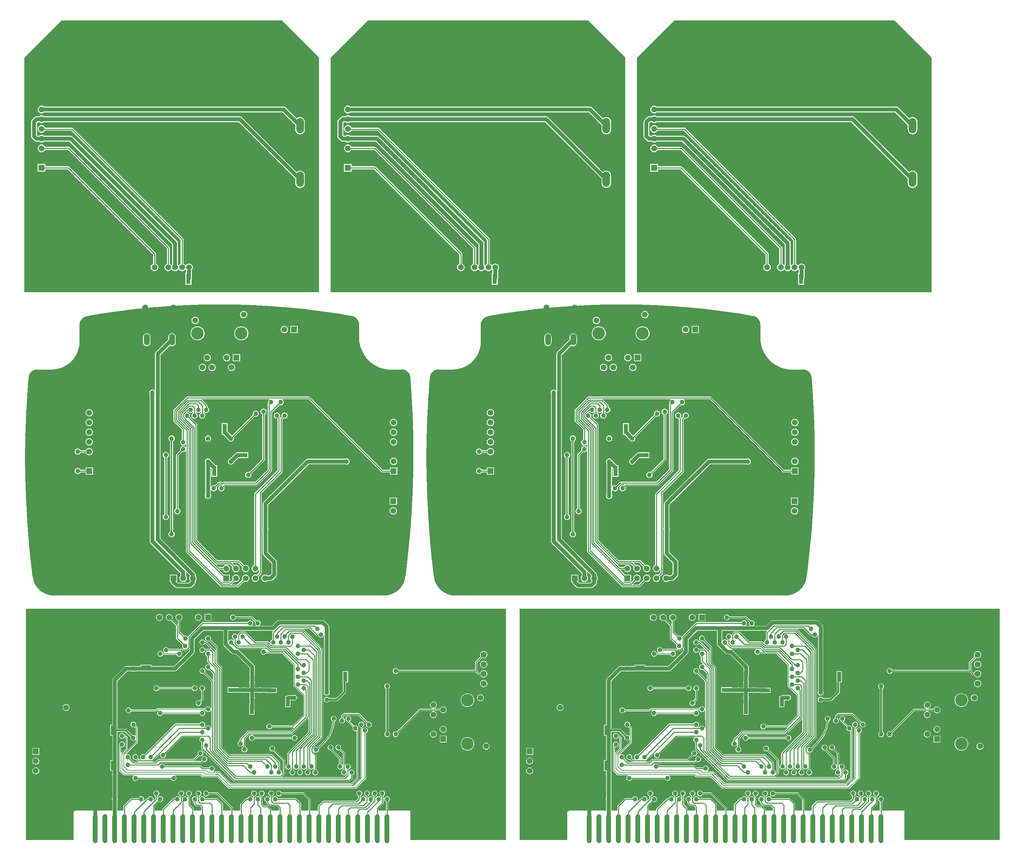
<source format=gbl>
%FSLAX42Y42*%
%MOMM*%
G71*
G01*
G75*
G04 Layer_Physical_Order=2*
G04 Layer_Color=16711680*
%ADD10C,0.20*%
%ADD11C,0.40*%
%ADD12O,1.27X7.62*%
%ADD13R,1.30X1.10*%
G04:AMPARAMS|DCode=14|XSize=1.3mm|YSize=1.1mm|CornerRadius=0mm|HoleSize=0mm|Usage=FLASHONLY|Rotation=360.000|XOffset=0mm|YOffset=0mm|HoleType=Round|Shape=Octagon|*
%AMOCTAGOND14*
4,1,8,0.65,-0.28,0.65,0.28,0.38,0.55,-0.38,0.55,-0.65,0.28,-0.65,-0.28,-0.38,-0.55,0.38,-0.55,0.65,-0.28,0.0*
%
%ADD14OCTAGOND14*%

%ADD15O,2.60X0.70*%
%ADD16R,1.40X3.30*%
%ADD17R,1.50X1.40*%
%ADD18R,1.40X1.50*%
%ADD19R,1.30X0.60*%
%ADD20R,1.40X1.10*%
%ADD21R,2.60X1.10*%
%ADD22R,1.10X2.60*%
%ADD23O,0.60X2.30*%
%ADD24O,2.30X0.70*%
%ADD25O,0.24X1.80*%
%ADD26O,1.80X0.24*%
%ADD27R,0.50X1.00*%
%ADD28C,0.50*%
%ADD29C,0.25*%
%ADD30C,1.00*%
%ADD31R,2.79X3.81*%
%ADD32R,2.50X3.00*%
%ADD33O,0.30X1.80*%
%ADD34O,1.80X0.30*%
%ADD35R,1.10X1.30*%
G04:AMPARAMS|DCode=36|XSize=1.3mm|YSize=1.1mm|CornerRadius=0mm|HoleSize=0mm|Usage=FLASHONLY|Rotation=90.000|XOffset=0mm|YOffset=0mm|HoleType=Round|Shape=Octagon|*
%AMOCTAGOND36*
4,1,8,0.28,0.65,-0.28,0.65,-0.55,0.38,-0.55,-0.38,-0.28,-0.65,0.28,-0.65,0.55,-0.38,0.55,0.38,0.28,0.65,0.0*
%
%ADD36OCTAGOND36*%

%ADD37O,0.60X2.20*%
%ADD38R,0.60X1.30*%
%ADD39R,6.30X2.15*%
%ADD40R,3.30X1.40*%
%ADD41R,3.00X2.50*%
%ADD42R,1.40X1.40*%
%ADD43R,1.10X1.40*%
%ADD44R,1.70X1.10*%
%ADD45C,0.25*%
%ADD46C,2.00*%
%ADD47C,0.30*%
%ADD48C,1.60*%
%ADD49C,5.00*%
%ADD50C,1.50*%
%ADD51R,1.50X1.50*%
%ADD52R,1.50X1.50*%
%ADD53C,3.25*%
%ADD54C,2.50*%
%ADD55C,1.20*%
%ADD56C,1.27*%
%ADD57O,1.50X3.00*%
%ADD58O,3.00X1.50*%
%ADD59C,2.00*%
%ADD60O,2.00X4.00*%
%ADD61C,4.50*%
G36*
X22734Y9726D02*
Y10498D01*
X22733Y10499D01*
X22732Y10500D01*
X22150D01*
Y10727D01*
X22160Y10732D01*
X22176Y10743D01*
X22188Y10759D01*
X22195Y10777D01*
X22198Y10796D01*
X22195Y10816D01*
X22188Y10834D01*
X22176Y10849D01*
X22160Y10861D01*
X22142Y10868D01*
X22123Y10871D01*
X22104Y10868D01*
X22086Y10861D01*
X22070Y10849D01*
X22058Y10834D01*
X22051Y10816D01*
X22048Y10796D01*
X22051Y10777D01*
X22058Y10759D01*
X22070Y10743D01*
X22086Y10732D01*
X22096Y10727D01*
Y10500D01*
X21896D01*
Y10545D01*
X22020Y10668D01*
X22025Y10677D01*
X22027Y10688D01*
X22027Y10688D01*
Y10878D01*
X22036Y10882D01*
X22052Y10893D01*
X22064Y10909D01*
X22071Y10927D01*
X22074Y10946D01*
X22071Y10966D01*
X22064Y10984D01*
X22052Y10999D01*
X22036Y11011D01*
X22018Y11018D01*
X21999Y11021D01*
X21980Y11018D01*
X21962Y11011D01*
X21946Y10999D01*
X21934Y10984D01*
X21927Y10966D01*
X21924Y10946D01*
X21927Y10927D01*
X21934Y10909D01*
X21946Y10893D01*
X21962Y10882D01*
X21973Y10877D01*
Y10841D01*
X21961Y10837D01*
X21952Y10849D01*
X21936Y10861D01*
X21918Y10868D01*
X21899Y10871D01*
X21880Y10868D01*
X21862Y10861D01*
X21846Y10849D01*
X21838Y10839D01*
X21826Y10843D01*
Y10877D01*
X21836Y10882D01*
X21852Y10893D01*
X21864Y10909D01*
X21871Y10927D01*
X21874Y10946D01*
X21871Y10966D01*
X21864Y10984D01*
X21852Y10999D01*
X21836Y11011D01*
X21818Y11018D01*
X21799Y11021D01*
X21780Y11018D01*
X21762Y11011D01*
X21746Y10999D01*
X21734Y10984D01*
X21727Y10966D01*
X21724Y10946D01*
X21727Y10927D01*
X21734Y10909D01*
X21746Y10893D01*
X21762Y10882D01*
X21772Y10877D01*
Y10843D01*
X21760Y10839D01*
X21752Y10849D01*
X21736Y10861D01*
X21718Y10868D01*
X21699Y10871D01*
X21680Y10868D01*
X21662Y10861D01*
X21646Y10849D01*
X21638Y10839D01*
X21626Y10843D01*
Y10877D01*
X21636Y10882D01*
X21652Y10893D01*
X21664Y10909D01*
X21671Y10927D01*
X21674Y10946D01*
X21671Y10966D01*
X21664Y10984D01*
X21652Y10999D01*
X21636Y11011D01*
X21618Y11018D01*
X21599Y11021D01*
X21580Y11018D01*
X21562Y11011D01*
X21546Y10999D01*
X21534Y10984D01*
X21527Y10966D01*
X21524Y10946D01*
X21527Y10927D01*
X21534Y10909D01*
X21546Y10893D01*
X21562Y10882D01*
X21572Y10877D01*
Y10843D01*
X21560Y10839D01*
X21552Y10849D01*
X21536Y10861D01*
X21518Y10868D01*
X21499Y10871D01*
X21480Y10868D01*
X21462Y10861D01*
X21446Y10849D01*
X21438Y10839D01*
X21426Y10843D01*
Y10877D01*
X21436Y10882D01*
X21452Y10893D01*
X21464Y10909D01*
X21471Y10927D01*
X21474Y10946D01*
X21471Y10966D01*
X21464Y10984D01*
X21452Y10999D01*
X21436Y11011D01*
X21418Y11018D01*
X21399Y11021D01*
X21380Y11018D01*
X21362Y11011D01*
X21346Y10999D01*
X21334Y10984D01*
X21327Y10966D01*
X21324Y10946D01*
X21327Y10927D01*
X21334Y10909D01*
X21346Y10893D01*
X21362Y10882D01*
X21372Y10877D01*
Y10818D01*
X21308Y10753D01*
X20459D01*
X20459Y10753D01*
X20449Y10751D01*
X20440Y10745D01*
X20326Y10631D01*
X20326Y10631D01*
X20320Y10623D01*
X20318Y10612D01*
Y10500D01*
X20126D01*
Y10796D01*
X20126Y10796D01*
X20124Y10807D01*
X20118Y10815D01*
X20118Y10815D01*
X19968Y10965D01*
X19959Y10971D01*
X19949Y10973D01*
X19949Y10973D01*
X19368D01*
X19364Y10984D01*
X19352Y10999D01*
X19336Y11011D01*
X19318Y11018D01*
X19299Y11021D01*
X19280Y11018D01*
X19262Y11011D01*
X19246Y10999D01*
X19234Y10984D01*
X19227Y10966D01*
X19224Y10946D01*
X19227Y10927D01*
X19234Y10909D01*
X19246Y10893D01*
X19262Y10882D01*
X19280Y10874D01*
X19299Y10872D01*
X19318Y10874D01*
X19336Y10882D01*
X19352Y10893D01*
X19364Y10909D01*
X19368Y10919D01*
X19938D01*
X20072Y10785D01*
Y10500D01*
X19876D01*
Y10686D01*
X19876Y10686D01*
X19874Y10697D01*
X19868Y10705D01*
X19868Y10705D01*
X19758Y10815D01*
X19749Y10821D01*
X19739Y10823D01*
X19739Y10823D01*
X19268D01*
X19264Y10834D01*
X19252Y10849D01*
X19236Y10861D01*
X19218Y10868D01*
X19199Y10871D01*
X19180Y10868D01*
X19162Y10861D01*
X19146Y10849D01*
X19138Y10839D01*
X19126Y10843D01*
Y10877D01*
X19136Y10882D01*
X19152Y10893D01*
X19164Y10909D01*
X19171Y10927D01*
X19174Y10946D01*
X19171Y10966D01*
X19164Y10984D01*
X19152Y10999D01*
X19136Y11011D01*
X19118Y11018D01*
X19099Y11021D01*
X19080Y11018D01*
X19062Y11011D01*
X19046Y10999D01*
X19034Y10984D01*
X19027Y10966D01*
X19024Y10946D01*
X19027Y10927D01*
X19034Y10909D01*
X19046Y10893D01*
X19062Y10882D01*
X19072Y10877D01*
Y10843D01*
X19060Y10839D01*
X19052Y10849D01*
X19036Y10861D01*
X19018Y10868D01*
X18999Y10871D01*
X18980Y10868D01*
X18962Y10861D01*
X18946Y10849D01*
X18934Y10834D01*
X18927Y10816D01*
X18924Y10796D01*
X18927Y10777D01*
X18934Y10759D01*
X18946Y10743D01*
X18962Y10732D01*
X18972Y10727D01*
Y10706D01*
X18972Y10706D01*
X18974Y10696D01*
X18980Y10687D01*
X19040Y10627D01*
X19040Y10627D01*
X19049Y10621D01*
X19059Y10619D01*
X19248D01*
X19302Y10565D01*
Y10500D01*
X19102D01*
Y10530D01*
X19100Y10541D01*
X19094Y10549D01*
X19094Y10549D01*
X19028Y10615D01*
X19019Y10621D01*
X19009Y10623D01*
X19009Y10623D01*
X18910D01*
X18876Y10658D01*
X18876Y10877D01*
X18886Y10882D01*
X18902Y10893D01*
X18914Y10909D01*
X18921Y10927D01*
X18924Y10946D01*
X18921Y10966D01*
X18914Y10984D01*
X18902Y10999D01*
X18886Y11011D01*
X18868Y11018D01*
X18849Y11021D01*
X18830Y11018D01*
X18812Y11011D01*
X18796Y10999D01*
X18784Y10984D01*
X18777Y10966D01*
X18774Y10946D01*
X18777Y10927D01*
X18784Y10909D01*
X18796Y10893D01*
X18812Y10882D01*
X18822Y10877D01*
X18822Y10843D01*
X18810Y10839D01*
X18802Y10849D01*
X18786Y10861D01*
X18768Y10868D01*
X18749Y10871D01*
X18730Y10868D01*
X18712Y10861D01*
X18696Y10849D01*
X18688Y10839D01*
X18676Y10843D01*
Y10877D01*
X18686Y10882D01*
X18702Y10893D01*
X18714Y10909D01*
X18721Y10927D01*
X18724Y10946D01*
X18721Y10966D01*
X18714Y10984D01*
X18702Y10999D01*
X18686Y11011D01*
X18668Y11018D01*
X18649Y11021D01*
X18630Y11018D01*
X18612Y11011D01*
X18596Y10999D01*
X18584Y10984D01*
X18577Y10966D01*
X18574Y10946D01*
X18577Y10927D01*
X18584Y10909D01*
X18596Y10893D01*
X18612Y10882D01*
X18622Y10877D01*
Y10843D01*
X18610Y10839D01*
X18602Y10849D01*
X18586Y10861D01*
X18568Y10868D01*
X18549Y10871D01*
X18530Y10868D01*
X18512Y10861D01*
X18496Y10849D01*
X18484Y10834D01*
X18480Y10823D01*
X18449D01*
X18449Y10823D01*
X18439Y10821D01*
X18430Y10815D01*
X18294Y10679D01*
X18294Y10679D01*
X18288Y10671D01*
X18288Y10671D01*
X18288Y10671D01*
D01*
X18288Y10671D01*
X18288Y10671D01*
X18286Y10660D01*
X18286Y10660D01*
Y10500D01*
X18096D01*
Y10566D01*
X18096Y10566D01*
X18094Y10577D01*
X18088Y10585D01*
X18088Y10585D01*
X17708Y10965D01*
X17699Y10971D01*
X17689Y10973D01*
X17689Y10973D01*
X17468D01*
X17464Y10984D01*
X17452Y10999D01*
X17436Y11011D01*
X17418Y11018D01*
X17399Y11021D01*
X17380Y11018D01*
X17362Y11011D01*
X17346Y10999D01*
X17334Y10984D01*
X17327Y10966D01*
X17324Y10946D01*
X17327Y10927D01*
X17334Y10909D01*
X17346Y10893D01*
X17362Y10882D01*
X17380Y10874D01*
X17399Y10872D01*
X17418Y10874D01*
X17436Y10882D01*
X17452Y10893D01*
X17464Y10909D01*
X17468Y10919D01*
X17678D01*
X18042Y10555D01*
Y10500D01*
X17836D01*
Y10666D01*
X17836Y10666D01*
X17834Y10677D01*
X17828Y10685D01*
X17828Y10685D01*
X17698Y10815D01*
X17689Y10821D01*
X17679Y10823D01*
X17679Y10823D01*
X17368D01*
X17364Y10834D01*
X17352Y10849D01*
X17336Y10861D01*
X17318Y10868D01*
X17299Y10871D01*
X17280Y10868D01*
X17262Y10861D01*
X17246Y10849D01*
X17238Y10839D01*
X17226Y10843D01*
Y10877D01*
X17236Y10882D01*
X17252Y10893D01*
X17264Y10909D01*
X17271Y10927D01*
X17274Y10946D01*
X17271Y10966D01*
X17264Y10984D01*
X17252Y10999D01*
X17236Y11011D01*
X17218Y11018D01*
X17199Y11021D01*
X17180Y11018D01*
X17162Y11011D01*
X17146Y10999D01*
X17134Y10984D01*
X17127Y10966D01*
X17124Y10946D01*
X17127Y10927D01*
X17134Y10909D01*
X17146Y10893D01*
X17162Y10882D01*
X17172Y10877D01*
Y10843D01*
X17160Y10839D01*
X17152Y10849D01*
X17136Y10861D01*
X17118Y10868D01*
X17099Y10871D01*
X17080Y10868D01*
X17062Y10861D01*
X17046Y10849D01*
X17034Y10834D01*
X17027Y10816D01*
X17024Y10796D01*
X17027Y10777D01*
X17034Y10759D01*
X17046Y10743D01*
X17062Y10732D01*
X17072Y10727D01*
Y10696D01*
X17072Y10696D01*
X17074Y10686D01*
X17080Y10677D01*
X17130Y10627D01*
X17130Y10627D01*
X17139Y10621D01*
X17139Y10621D01*
X17139Y10621D01*
X17149Y10619D01*
X17149Y10619D01*
X17238D01*
X17272Y10585D01*
Y10500D01*
X17070D01*
Y10552D01*
X17068Y10563D01*
X17062Y10571D01*
X17062Y10571D01*
X16976Y10658D01*
Y10877D01*
X16986Y10882D01*
X17002Y10893D01*
X17014Y10909D01*
X17021Y10927D01*
X17024Y10946D01*
X17021Y10966D01*
X17014Y10984D01*
X17002Y10999D01*
X16986Y11011D01*
X16968Y11018D01*
X16949Y11021D01*
X16930Y11018D01*
X16912Y11011D01*
X16896Y10999D01*
X16884Y10984D01*
X16877Y10966D01*
X16874Y10946D01*
X16877Y10927D01*
X16884Y10909D01*
X16896Y10893D01*
X16912Y10882D01*
X16922Y10877D01*
Y10843D01*
X16910Y10839D01*
X16902Y10849D01*
X16886Y10861D01*
X16868Y10868D01*
X16849Y10871D01*
X16830Y10868D01*
X16812Y10861D01*
X16796Y10849D01*
X16788Y10839D01*
X16776Y10843D01*
Y10877D01*
X16786Y10882D01*
X16802Y10893D01*
X16814Y10909D01*
X16821Y10927D01*
X16824Y10946D01*
X16821Y10966D01*
X16814Y10984D01*
X16802Y10999D01*
X16786Y11011D01*
X16768Y11018D01*
X16749Y11021D01*
X16730Y11018D01*
X16712Y11011D01*
X16696Y10999D01*
X16684Y10984D01*
X16677Y10966D01*
X16674Y10946D01*
X16677Y10927D01*
X16684Y10909D01*
X16696Y10893D01*
X16712Y10882D01*
X16722Y10877D01*
Y10843D01*
X16710Y10839D01*
X16702Y10849D01*
X16686Y10861D01*
X16668Y10868D01*
X16649Y10871D01*
X16630Y10868D01*
X16612Y10861D01*
X16596Y10849D01*
X16584Y10834D01*
X16580Y10823D01*
X16549D01*
X16549Y10823D01*
X16539Y10821D01*
X16530Y10815D01*
X16262Y10547D01*
X16262Y10547D01*
X16256Y10539D01*
X16254Y10528D01*
Y10500D01*
X16054D01*
Y10613D01*
X16170Y10728D01*
X16180Y10724D01*
X16199Y10722D01*
X16218Y10724D01*
X16236Y10732D01*
X16252Y10743D01*
X16264Y10759D01*
X16271Y10777D01*
X16274Y10796D01*
X16271Y10816D01*
X16264Y10834D01*
X16252Y10849D01*
X16236Y10861D01*
X16218Y10868D01*
X16199Y10871D01*
X16180Y10868D01*
X16162Y10861D01*
X16146Y10849D01*
X16138Y10839D01*
X16126Y10843D01*
Y10877D01*
X16136Y10882D01*
X16152Y10893D01*
X16164Y10909D01*
X16171Y10927D01*
X16174Y10946D01*
X16171Y10966D01*
X16164Y10984D01*
X16152Y10999D01*
X16136Y11011D01*
X16118Y11018D01*
X16099Y11021D01*
X16080Y11018D01*
X16062Y11011D01*
X16046Y10999D01*
X16034Y10984D01*
X16027Y10966D01*
X16024Y10946D01*
X16027Y10927D01*
X16034Y10909D01*
X16046Y10893D01*
X16062Y10882D01*
X16072Y10877D01*
Y10808D01*
X16030Y10766D01*
X16019Y10773D01*
X16021Y10777D01*
X16024Y10796D01*
X16021Y10816D01*
X16014Y10834D01*
X16002Y10849D01*
X15986Y10861D01*
X15968Y10868D01*
X15949Y10871D01*
X15930Y10868D01*
X15912Y10861D01*
X15896Y10849D01*
X15884Y10834D01*
X15880Y10823D01*
X15859D01*
X15859Y10823D01*
X15849Y10821D01*
X15840Y10815D01*
X15768Y10744D01*
X15758Y10752D01*
X15764Y10759D01*
X15771Y10777D01*
X15774Y10796D01*
X15771Y10816D01*
X15764Y10834D01*
X15752Y10849D01*
X15736Y10861D01*
X15718Y10868D01*
X15699Y10871D01*
X15680Y10868D01*
X15662Y10861D01*
X15646Y10849D01*
X15634Y10834D01*
X15630Y10823D01*
X15449D01*
X15449Y10823D01*
X15439Y10821D01*
X15430Y10815D01*
X15248Y10633D01*
X15242Y10625D01*
X15240Y10614D01*
X15240Y10614D01*
Y10500D01*
X15078D01*
Y10760D01*
X15085Y10777D01*
X15088Y10796D01*
X15085Y10816D01*
X15078Y10832D01*
Y11410D01*
X15085Y11427D01*
X15088Y11446D01*
X15085Y11466D01*
X15078Y11482D01*
Y12556D01*
X15283D01*
X15425Y12414D01*
X15423Y12398D01*
X15425Y12378D01*
X15433Y12360D01*
X15445Y12345D01*
X15460Y12333D01*
X15478Y12326D01*
X15498Y12323D01*
X15517Y12326D01*
X15535Y12333D01*
X15550Y12345D01*
X15562Y12360D01*
X15565Y12360D01*
Y12296D01*
X15235Y11967D01*
X15223Y11972D01*
Y11986D01*
X15336Y12099D01*
X15342Y12107D01*
X15343Y12116D01*
Y12406D01*
X15342Y12416D01*
X15336Y12424D01*
X15296Y12464D01*
X15288Y12469D01*
X15279Y12471D01*
X15269D01*
X15264Y12484D01*
X15252Y12499D01*
X15236Y12511D01*
X15218Y12518D01*
X15199Y12521D01*
X15180Y12518D01*
X15162Y12511D01*
X15146Y12499D01*
X15134Y12484D01*
X15127Y12466D01*
X15124Y12446D01*
X15127Y12427D01*
X15134Y12409D01*
X15146Y12393D01*
X15162Y12382D01*
X15180Y12374D01*
X15199Y12372D01*
X15218Y12374D01*
X15236Y12382D01*
X15252Y12393D01*
X15264Y12409D01*
X15265Y12411D01*
X15277Y12414D01*
X15295Y12396D01*
Y12126D01*
X15185Y12017D01*
X15173Y12022D01*
Y12146D01*
X15183Y12154D01*
X15199Y12152D01*
X15218Y12155D01*
X15236Y12162D01*
X15252Y12174D01*
X15264Y12189D01*
X15271Y12207D01*
X15274Y12227D01*
X15271Y12246D01*
X15264Y12264D01*
X15252Y12280D01*
X15236Y12291D01*
X15218Y12299D01*
X15199Y12301D01*
X15180Y12299D01*
X15162Y12291D01*
X15146Y12280D01*
X15134Y12264D01*
X15127Y12246D01*
X15124Y12227D01*
X15127Y12207D01*
X15127Y12207D01*
X15127Y12207D01*
D01*
X15132Y12194D01*
X15132D01*
X15132Y12194D01*
X15126Y12186D01*
X15125Y12177D01*
Y11546D01*
X15126Y11537D01*
X15132Y11529D01*
X15232Y11429D01*
X15232Y11429D01*
X15232Y11429D01*
X15240Y11424D01*
X15249Y11422D01*
X15506D01*
X15510Y11410D01*
X15496Y11399D01*
X15484Y11384D01*
X15477Y11366D01*
X15474Y11346D01*
X15477Y11327D01*
X15484Y11309D01*
X15496Y11293D01*
X15512Y11282D01*
X15530Y11274D01*
X15549Y11272D01*
X15568Y11274D01*
X15586Y11282D01*
X15602Y11293D01*
X15614Y11309D01*
X15618Y11319D01*
X16480D01*
X16484Y11309D01*
X16496Y11293D01*
X16512Y11282D01*
X16530Y11274D01*
X16549Y11272D01*
X16568Y11274D01*
X16586Y11282D01*
X16602Y11293D01*
X16614Y11309D01*
X16621Y11327D01*
X16624Y11346D01*
X16621Y11366D01*
X16614Y11384D01*
X16602Y11399D01*
X16588Y11410D01*
X16592Y11422D01*
X17239D01*
X17282Y11379D01*
X17290Y11374D01*
X17299Y11372D01*
X17299Y11372D01*
X17299Y11372D01*
X17299D01*
X17679D01*
X17972Y11079D01*
X17980Y11074D01*
X17989Y11072D01*
X17989Y11072D01*
X17989Y11072D01*
X17989D01*
X21299D01*
X21299Y11072D01*
X21299Y11072D01*
X21308Y11074D01*
X21311Y11075D01*
X21311Y11075D01*
X21316Y11079D01*
X21316D01*
X21316Y11079D01*
X21566Y11329D01*
X21572Y11337D01*
X21573Y11346D01*
Y12524D01*
X21586Y12529D01*
X21602Y12541D01*
X21614Y12557D01*
X21621Y12575D01*
X21624Y12594D01*
X21621Y12613D01*
X21614Y12631D01*
X21602Y12647D01*
X21586Y12659D01*
X21568Y12666D01*
X21549Y12669D01*
X21530Y12666D01*
X21512Y12659D01*
X21496Y12647D01*
X21485Y12633D01*
X21473Y12637D01*
Y12674D01*
X21486Y12679D01*
X21502Y12691D01*
X21514Y12707D01*
X21521Y12725D01*
X21524Y12744D01*
X21521Y12763D01*
X21514Y12781D01*
X21502Y12797D01*
X21486Y12809D01*
X21468Y12816D01*
X21449Y12819D01*
X21430Y12816D01*
X21412Y12809D01*
X21396Y12797D01*
X21384Y12781D01*
X21377Y12763D01*
X21374Y12744D01*
X21377Y12725D01*
X21384Y12707D01*
X21396Y12691D01*
X21412Y12679D01*
X21425Y12674D01*
Y11356D01*
X21239Y11171D01*
X21225Y11171D01*
X21220Y11182D01*
X21366Y11329D01*
X21372Y11337D01*
X21373Y11346D01*
Y12596D01*
X21372Y12606D01*
X21366Y12614D01*
X21364Y12616D01*
X21369Y12629D01*
X21372Y12648D01*
X21369Y12668D01*
X21362Y12686D01*
X21350Y12701D01*
X21334Y12713D01*
X21316Y12720D01*
X21297Y12723D01*
X21278Y12720D01*
X21265Y12715D01*
X21154Y12826D01*
X21155Y12839D01*
X21165Y12847D01*
X21177Y12862D01*
X21184Y12880D01*
X21187Y12900D01*
X21184Y12919D01*
X21177Y12937D01*
X21165Y12952D01*
X21150Y12964D01*
X21132Y12972D01*
X21112Y12974D01*
X21093Y12972D01*
X21075Y12964D01*
X21060Y12952D01*
X21048Y12937D01*
X21040Y12919D01*
X21038Y12900D01*
X21040Y12880D01*
X21048Y12862D01*
X21060Y12847D01*
X21075Y12835D01*
X21083Y12832D01*
X21084Y12826D01*
X21090Y12817D01*
X21099Y12811D01*
X21100Y12811D01*
X21230Y12680D01*
X21225Y12668D01*
X21222Y12648D01*
X21225Y12629D01*
X21232Y12611D01*
X21244Y12596D01*
X21260Y12584D01*
X21278Y12576D01*
X21297Y12574D01*
X21316Y12576D01*
X21325Y12571D01*
Y11356D01*
X21189Y11221D01*
X18049D01*
X17756Y11514D01*
X17748Y11519D01*
X17739Y11521D01*
X17592D01*
X17588Y11533D01*
X17602Y11543D01*
X17614Y11559D01*
X17621Y11577D01*
X17624Y11596D01*
X17621Y11616D01*
X17614Y11634D01*
X17602Y11649D01*
X17586Y11661D01*
X17568Y11668D01*
X17549Y11671D01*
X17530Y11668D01*
X17512Y11661D01*
X17496Y11649D01*
X17484Y11634D01*
X17480Y11623D01*
X17310D01*
X17268Y11665D01*
X17259Y11671D01*
X17249Y11673D01*
X17249Y11673D01*
X16318D01*
X16314Y11684D01*
X16302Y11699D01*
X16286Y11711D01*
X16268Y11718D01*
X16249Y11721D01*
X16230Y11718D01*
X16217Y11713D01*
X16210Y11724D01*
X16223Y11737D01*
X17272D01*
X17272Y11737D01*
X17282Y11739D01*
X17291Y11744D01*
X17291Y11744D01*
X17322Y11776D01*
X17332Y11771D01*
X17352Y11769D01*
X17371Y11771D01*
X17389Y11779D01*
X17405Y11791D01*
X17416Y11806D01*
X17424Y11824D01*
X17426Y11843D01*
X17424Y11863D01*
X17416Y11881D01*
X17405Y11896D01*
X17389Y11908D01*
X17371Y11916D01*
X17352Y11918D01*
X17332Y11916D01*
X17314Y11908D01*
X17299Y11896D01*
X17287Y11881D01*
X17280Y11863D01*
X17277Y11843D01*
X17280Y11824D01*
X17284Y11814D01*
X17261Y11791D01*
X17110D01*
X17102Y11796D01*
X17100Y11809D01*
X17220Y11928D01*
X17230Y11924D01*
X17249Y11922D01*
X17268Y11924D01*
X17286Y11932D01*
X17302Y11943D01*
X17314Y11959D01*
X17321Y11977D01*
X17324Y11996D01*
X17321Y12016D01*
X17314Y12034D01*
X17302Y12049D01*
X17286Y12061D01*
X17268Y12068D01*
X17249Y12071D01*
X17230Y12068D01*
X17212Y12061D01*
X17196Y12049D01*
X17184Y12034D01*
X17177Y12016D01*
X17174Y11996D01*
X17177Y11977D01*
X17181Y11967D01*
X17063Y11848D01*
X16149D01*
X16149Y11848D01*
X16139Y11846D01*
X16130Y11840D01*
X16061Y11771D01*
X16002D01*
X15998Y11784D01*
X16003Y11787D01*
X16003Y11787D01*
X16193Y11977D01*
X16204Y11970D01*
X16202Y11966D01*
X16199Y11946D01*
X16202Y11927D01*
X16209Y11909D01*
X16221Y11893D01*
X16237Y11882D01*
X16255Y11874D01*
X16274Y11872D01*
X16293Y11874D01*
X16311Y11882D01*
X16327Y11893D01*
X16339Y11909D01*
X16346Y11927D01*
X16349Y11946D01*
X16346Y11966D01*
X16342Y11976D01*
X16785Y12419D01*
X17253D01*
X17257Y12407D01*
X17246Y12399D01*
X17234Y12384D01*
X17227Y12366D01*
X17224Y12346D01*
X17227Y12327D01*
X17234Y12309D01*
X17246Y12293D01*
X17262Y12282D01*
X17272Y12277D01*
Y12116D01*
X17272Y12116D01*
X17274Y12106D01*
X17280Y12097D01*
X18100Y11277D01*
X18109Y11271D01*
X18119Y11269D01*
X18119Y11269D01*
X21149D01*
X21149Y11269D01*
X21159Y11271D01*
X21168Y11277D01*
X21168Y11277D01*
X21218Y11327D01*
X21224Y11336D01*
X21226Y11346D01*
X21226Y11346D01*
Y11427D01*
X21236Y11432D01*
X21252Y11443D01*
X21264Y11459D01*
X21271Y11477D01*
X21274Y11496D01*
X21271Y11516D01*
X21264Y11534D01*
X21252Y11549D01*
X21236Y11561D01*
X21218Y11568D01*
X21199Y11571D01*
X21180Y11568D01*
X21162Y11561D01*
X21146Y11549D01*
X21138Y11539D01*
X21126Y11543D01*
Y11577D01*
X21136Y11582D01*
X21152Y11593D01*
X21164Y11609D01*
X21171Y11627D01*
X21174Y11646D01*
X21171Y11666D01*
X21164Y11684D01*
X21152Y11699D01*
X21136Y11711D01*
X21118Y11718D01*
X21099Y11721D01*
X21080Y11718D01*
X21062Y11711D01*
X21046Y11699D01*
X21038Y11689D01*
X21026Y11693D01*
Y11996D01*
X21024Y12007D01*
X21018Y12015D01*
X21018Y12015D01*
X20917Y12117D01*
X20921Y12127D01*
X20924Y12146D01*
X20921Y12166D01*
X20914Y12184D01*
X20902Y12199D01*
X20886Y12211D01*
X20868Y12218D01*
X20849Y12221D01*
X20830Y12218D01*
X20812Y12211D01*
X20796Y12199D01*
X20784Y12184D01*
X20777Y12166D01*
X20774Y12146D01*
X20777Y12127D01*
X20784Y12109D01*
X20796Y12093D01*
X20812Y12082D01*
X20830Y12074D01*
X20849Y12072D01*
X20868Y12074D01*
X20878Y12078D01*
X20972Y11985D01*
Y11693D01*
X20960Y11689D01*
X20952Y11699D01*
X20936Y11711D01*
X20926Y11715D01*
Y11860D01*
X20926Y11860D01*
X20924Y11871D01*
X20918Y11879D01*
X20918Y11879D01*
X20703Y12095D01*
X20714Y12109D01*
X20721Y12127D01*
X20724Y12146D01*
X20721Y12166D01*
X20714Y12184D01*
X20702Y12199D01*
X20686Y12211D01*
X20668Y12218D01*
X20649Y12221D01*
X20630Y12218D01*
X20612Y12211D01*
X20596Y12199D01*
X20584Y12184D01*
X20577Y12166D01*
X20574Y12146D01*
X20577Y12127D01*
X20584Y12109D01*
X20596Y12093D01*
X20612Y12082D01*
X20630Y12074D01*
X20649Y12072D01*
X20649Y12072D01*
X20872Y11849D01*
Y11715D01*
X20862Y11711D01*
X20846Y11699D01*
X20834Y11684D01*
X20827Y11666D01*
X20824Y11646D01*
X20827Y11627D01*
X20834Y11609D01*
X20846Y11593D01*
X20862Y11582D01*
X20880Y11574D01*
X20899Y11572D01*
X20918Y11574D01*
X20936Y11582D01*
X20952Y11593D01*
X20964Y11609D01*
X20971Y11627D01*
X20971D01*
X20972Y11627D01*
Y11565D01*
X20962Y11561D01*
X20946Y11549D01*
X20934Y11534D01*
X20927Y11516D01*
X20924Y11496D01*
X20927Y11477D01*
X20934Y11459D01*
X20946Y11443D01*
X20962Y11432D01*
X20980Y11424D01*
X20999Y11422D01*
X21018Y11424D01*
X21036Y11432D01*
X21052Y11443D01*
X21064Y11459D01*
X21071Y11477D01*
X21071D01*
X21072Y11477D01*
Y11428D01*
X21018Y11373D01*
X19381D01*
X19376Y11385D01*
X19448Y11457D01*
X19454Y11466D01*
X19456Y11476D01*
X19456Y11476D01*
Y11816D01*
X19454Y11827D01*
X19448Y11835D01*
X19448Y11835D01*
X19192Y12092D01*
X19196Y12102D01*
X19199Y12121D01*
X19196Y12141D01*
X19189Y12159D01*
X19177Y12174D01*
X19161Y12186D01*
X19143Y12193D01*
X19124Y12196D01*
X19105Y12193D01*
X19087Y12186D01*
X19071Y12174D01*
X19059Y12159D01*
X19052Y12141D01*
X19049Y12121D01*
X19052Y12102D01*
X19059Y12084D01*
X19071Y12068D01*
X19087Y12057D01*
X19105Y12049D01*
X19124Y12047D01*
X19143Y12049D01*
X19153Y12053D01*
X19402Y11805D01*
Y11488D01*
X19380Y11466D01*
X19369Y11473D01*
X19371Y11477D01*
X19374Y11496D01*
X19371Y11516D01*
X19364Y11534D01*
X19352Y11549D01*
X19336Y11561D01*
X19326Y11565D01*
Y11746D01*
X19326Y11746D01*
X19324Y11757D01*
X19318Y11765D01*
X19318Y11765D01*
X19118Y11966D01*
X19109Y11972D01*
X19099Y11974D01*
X19099Y11974D01*
X18010D01*
X17816Y12168D01*
Y14258D01*
X17814Y14269D01*
X17808Y14278D01*
X17808Y14278D01*
X17706Y14380D01*
Y14766D01*
X17706Y14766D01*
X17704Y14777D01*
X17698Y14785D01*
X17698Y14785D01*
X17517Y14967D01*
X17521Y14977D01*
X17524Y14996D01*
X17521Y15016D01*
X17514Y15034D01*
X17502Y15049D01*
X17486Y15061D01*
X17468Y15068D01*
X17449Y15071D01*
X17430Y15068D01*
X17412Y15061D01*
X17396Y15049D01*
X17384Y15034D01*
X17377Y15016D01*
X17374Y14996D01*
X17377Y14977D01*
X17384Y14959D01*
X17396Y14943D01*
X17412Y14932D01*
X17430Y14924D01*
X17449Y14922D01*
X17468Y14924D01*
X17478Y14928D01*
X17652Y14755D01*
Y14689D01*
X17640Y14684D01*
X17408Y14915D01*
X17399Y14921D01*
X17389Y14923D01*
X17389Y14923D01*
X17368D01*
X17364Y14934D01*
X17352Y14949D01*
X17336Y14961D01*
X17318Y14968D01*
X17299Y14971D01*
X17280Y14968D01*
X17262Y14961D01*
X17246Y14949D01*
X17234Y14934D01*
X17227Y14916D01*
X17224Y14896D01*
X17227Y14877D01*
X17234Y14859D01*
X17246Y14843D01*
X17262Y14832D01*
X17280Y14824D01*
X17299Y14822D01*
X17318Y14824D01*
X17336Y14832D01*
X17352Y14843D01*
X17364Y14859D01*
X17368Y14869D01*
X17378D01*
X17505Y14741D01*
X17507Y14733D01*
X17499Y14723D01*
X17368D01*
X17364Y14734D01*
X17352Y14749D01*
X17336Y14761D01*
X17318Y14768D01*
X17299Y14771D01*
X17280Y14768D01*
X17262Y14761D01*
X17246Y14749D01*
X17234Y14734D01*
X17227Y14716D01*
X17224Y14696D01*
X17227Y14677D01*
X17234Y14659D01*
X17246Y14643D01*
X17262Y14632D01*
X17280Y14624D01*
X17299Y14622D01*
X17318Y14624D01*
X17336Y14632D01*
X17352Y14643D01*
X17364Y14659D01*
X17368Y14669D01*
X17403D01*
X17407Y14657D01*
X17396Y14649D01*
X17384Y14634D01*
X17377Y14616D01*
X17374Y14596D01*
X17377Y14577D01*
X17384Y14559D01*
X17396Y14543D01*
X17412Y14532D01*
X17422Y14527D01*
Y14406D01*
X17422Y14406D01*
X17424Y14395D01*
X17430Y14386D01*
X17499Y14317D01*
X17491Y14307D01*
X17486Y14311D01*
X17468Y14318D01*
X17449Y14321D01*
X17430Y14318D01*
X17412Y14311D01*
X17396Y14299D01*
X17384Y14284D01*
X17377Y14266D01*
X17374Y14246D01*
X17377Y14227D01*
X17384Y14209D01*
X17396Y14193D01*
X17412Y14182D01*
X17430Y14174D01*
X17449Y14172D01*
X17468Y14174D01*
X17478Y14178D01*
X17580Y14077D01*
Y13920D01*
X17568Y13915D01*
X17367Y14117D01*
X17371Y14127D01*
X17374Y14146D01*
X17371Y14166D01*
X17364Y14184D01*
X17352Y14199D01*
X17336Y14211D01*
X17318Y14218D01*
X17299Y14221D01*
X17280Y14218D01*
X17262Y14211D01*
X17246Y14199D01*
X17234Y14184D01*
X17227Y14166D01*
X17224Y14146D01*
X17227Y14127D01*
X17234Y14109D01*
X17246Y14093D01*
X17262Y14082D01*
X17280Y14074D01*
X17299Y14072D01*
X17318Y14074D01*
X17328Y14078D01*
X17532Y13875D01*
Y13172D01*
X17519Y13170D01*
X17514Y13184D01*
X17502Y13199D01*
X17486Y13211D01*
X17468Y13218D01*
X17449Y13221D01*
X17430Y13218D01*
X17412Y13211D01*
X17396Y13199D01*
X17384Y13184D01*
X17379Y13171D01*
X16109D01*
X16100Y13169D01*
X16092Y13164D01*
X16069Y13141D01*
X15439D01*
X15434Y13154D01*
X15422Y13169D01*
X15406Y13181D01*
X15388Y13188D01*
X15369Y13191D01*
X15350Y13188D01*
X15332Y13181D01*
X15316Y13169D01*
X15304Y13154D01*
X15297Y13136D01*
X15294Y13116D01*
X15297Y13097D01*
X15304Y13079D01*
X15316Y13063D01*
X15332Y13052D01*
X15350Y13044D01*
X15369Y13042D01*
X15388Y13044D01*
X15406Y13052D01*
X15422Y13063D01*
X15434Y13079D01*
X15439Y13092D01*
X16079D01*
X16079Y13092D01*
X16079Y13092D01*
X16088Y13094D01*
X16091Y13095D01*
X16091Y13095D01*
X16096Y13099D01*
X16096D01*
X16096Y13099D01*
X16119Y13122D01*
X16152D01*
X16156Y13110D01*
X16142Y13099D01*
X16130Y13084D01*
X16123Y13066D01*
X16120Y13046D01*
X16123Y13027D01*
X16130Y13009D01*
X16142Y12993D01*
X16157Y12982D01*
X16175Y12974D01*
X16195Y12972D01*
X16214Y12974D01*
X16232Y12982D01*
X16247Y12993D01*
X16259Y13009D01*
X16265Y13022D01*
X17229Y13022D01*
X17234Y13009D01*
X17246Y12993D01*
X17262Y12982D01*
X17280Y12974D01*
X17299Y12972D01*
X17318Y12974D01*
X17336Y12982D01*
X17352Y12993D01*
X17364Y13009D01*
X17371Y13027D01*
X17374Y13046D01*
X17371Y13066D01*
X17364Y13084D01*
X17352Y13099D01*
X17338Y13110D01*
X17342Y13122D01*
X17379D01*
X17384Y13109D01*
X17396Y13093D01*
X17412Y13082D01*
X17430Y13074D01*
X17449Y13072D01*
X17468Y13074D01*
X17486Y13082D01*
X17502Y13093D01*
X17514Y13109D01*
X17519Y13123D01*
X17532Y13120D01*
Y12888D01*
X17532Y12888D01*
X17534Y12878D01*
X17535Y12876D01*
Y12659D01*
X17522Y12658D01*
X17521Y12666D01*
X17514Y12684D01*
X17502Y12699D01*
X17486Y12711D01*
X17468Y12718D01*
X17449Y12721D01*
X17430Y12718D01*
X17412Y12711D01*
X17396Y12699D01*
X17384Y12684D01*
X17380Y12673D01*
X17345D01*
X17341Y12685D01*
X17352Y12693D01*
X17364Y12709D01*
X17371Y12727D01*
X17374Y12746D01*
X17371Y12766D01*
X17364Y12784D01*
X17352Y12799D01*
X17336Y12811D01*
X17318Y12818D01*
X17299Y12821D01*
X17280Y12818D01*
X17262Y12811D01*
X17246Y12799D01*
X17234Y12784D01*
X17230Y12773D01*
X16599D01*
X16599Y12773D01*
X16589Y12771D01*
X16580Y12765D01*
X16459Y12644D01*
X16459Y12644D01*
X16042Y12228D01*
X16042Y12228D01*
X15778Y11964D01*
X15768Y11968D01*
X15749Y11971D01*
X15730Y11968D01*
X15712Y11961D01*
X15696Y11949D01*
X15684Y11934D01*
X15677Y11916D01*
X15674Y11896D01*
X15677Y11877D01*
X15684Y11859D01*
X15695Y11845D01*
X15690Y11833D01*
X15650D01*
X15617Y11867D01*
X15621Y11877D01*
X15624Y11896D01*
X15621Y11916D01*
X15614Y11934D01*
X15602Y11949D01*
X15586Y11961D01*
X15568Y11968D01*
X15549Y11971D01*
X15530Y11968D01*
X15512Y11961D01*
X15496Y11949D01*
X15484Y11934D01*
X15477Y11916D01*
X15474Y11896D01*
X15477Y11877D01*
X15484Y11859D01*
X15496Y11843D01*
X15512Y11832D01*
X15530Y11824D01*
X15549Y11822D01*
X15568Y11824D01*
X15578Y11828D01*
X15620Y11787D01*
X15620Y11787D01*
X15625Y11784D01*
X15621Y11771D01*
X15512D01*
X15417Y11867D01*
X15421Y11877D01*
X15424Y11896D01*
X15421Y11916D01*
X15414Y11934D01*
X15402Y11949D01*
X15386Y11961D01*
X15368Y11968D01*
X15349Y11971D01*
X15330Y11968D01*
X15319Y11964D01*
X15312Y11974D01*
X15606Y12269D01*
X15612Y12277D01*
X15613Y12286D01*
Y12656D01*
X15612Y12666D01*
X15606Y12674D01*
X15566Y12714D01*
X15571Y12727D01*
X15574Y12746D01*
X15571Y12766D01*
X15564Y12784D01*
X15552Y12799D01*
X15536Y12811D01*
X15518Y12818D01*
X15499Y12821D01*
X15480Y12818D01*
X15462Y12811D01*
X15446Y12799D01*
X15434Y12784D01*
X15427Y12766D01*
X15424Y12746D01*
X15427Y12727D01*
X15434Y12709D01*
X15446Y12693D01*
X15462Y12682D01*
X15480Y12674D01*
X15499Y12672D01*
X15518Y12674D01*
X15531Y12679D01*
X15565Y12646D01*
Y12452D01*
X15553Y12448D01*
X15550Y12450D01*
X15535Y12462D01*
X15517Y12470D01*
X15498Y12472D01*
X15481Y12470D01*
X15327Y12624D01*
X15314Y12633D01*
X15299Y12636D01*
X15299Y12636D01*
Y12636D01*
X15299Y12636D01*
Y12636D01*
X15078D01*
Y13883D01*
X15336Y14141D01*
X15463D01*
X15480Y14134D01*
X15499Y14132D01*
X15518Y14134D01*
X15535Y14141D01*
X16589D01*
X16589Y14141D01*
X16614Y14146D01*
X16635Y14160D01*
X16970Y14495D01*
X16970Y14495D01*
X17075Y14600D01*
X17089Y14621D01*
X17094Y14646D01*
X17094Y14646D01*
Y14969D01*
X17323Y15197D01*
X17844D01*
Y14847D01*
X17844Y14847D01*
X17849Y14822D01*
X17863Y14801D01*
X18061Y14603D01*
X18061Y14603D01*
X18082Y14589D01*
X18107Y14584D01*
X18107Y14584D01*
X18179D01*
X18535Y14228D01*
Y14138D01*
X18534Y14131D01*
Y13882D01*
X18527Y13866D01*
X18524Y13846D01*
X18527Y13827D01*
X18534Y13810D01*
Y13711D01*
X18435D01*
X18418Y13718D01*
X18399Y13721D01*
X18380Y13718D01*
X18363Y13711D01*
X18243D01*
Y13720D01*
X17955D01*
Y13582D01*
X18108D01*
X18114Y13581D01*
X18363D01*
X18380Y13574D01*
X18399Y13572D01*
X18418Y13574D01*
X18435Y13581D01*
X18534D01*
Y13482D01*
X18527Y13466D01*
X18524Y13446D01*
X18527Y13427D01*
X18534Y13410D01*
Y13290D01*
X18525D01*
Y13002D01*
X18663D01*
Y13145D01*
X18664Y13151D01*
X18664Y13151D01*
Y13410D01*
X18671Y13427D01*
X18674Y13446D01*
X18671Y13466D01*
X18664Y13482D01*
Y13581D01*
X18763D01*
X18780Y13574D01*
X18799Y13572D01*
X18818Y13574D01*
X18835Y13581D01*
X18955D01*
Y13572D01*
X19243D01*
Y13710D01*
X19090D01*
X19084Y13711D01*
X18835D01*
X18818Y13718D01*
X18799Y13721D01*
X18780Y13718D01*
X18763Y13711D01*
X18664D01*
Y13810D01*
X18671Y13827D01*
X18674Y13846D01*
X18671Y13866D01*
X18664Y13882D01*
Y14002D01*
X18673D01*
Y14290D01*
X18655D01*
X18650Y14297D01*
X18650Y14297D01*
X18252Y14695D01*
X18231Y14709D01*
X18219Y14712D01*
X18220Y14724D01*
X18862D01*
X18864Y14712D01*
X18862Y14711D01*
X18846Y14699D01*
X18834Y14684D01*
X18827Y14666D01*
X18824Y14646D01*
X18827Y14627D01*
X18834Y14609D01*
X18846Y14593D01*
X18862Y14582D01*
X18880Y14574D01*
X18899Y14572D01*
X18918Y14574D01*
X18936Y14582D01*
X18952Y14593D01*
X18958Y14602D01*
X19379D01*
X19686Y14295D01*
Y13760D01*
X19688Y13750D01*
X19693Y13742D01*
X19935Y13501D01*
Y12986D01*
X19669Y12721D01*
X19119D01*
X19114Y12734D01*
X19102Y12749D01*
X19086Y12761D01*
X19068Y12768D01*
X19049Y12771D01*
X19030Y12768D01*
X19012Y12761D01*
X18996Y12749D01*
X18984Y12734D01*
X18977Y12716D01*
X18974Y12696D01*
X18977Y12677D01*
X18984Y12659D01*
X18996Y12643D01*
X19012Y12632D01*
X19030Y12624D01*
X19049Y12622D01*
X19068Y12624D01*
X19086Y12632D01*
X19102Y12643D01*
X19114Y12659D01*
X19119Y12672D01*
X19679D01*
X19682Y12672D01*
X19688Y12661D01*
X19607Y12580D01*
X18495D01*
X18485Y12578D01*
X18476Y12572D01*
X18476Y12572D01*
X18476Y12572D01*
X18476D01*
X18280Y12375D01*
X18280Y12375D01*
X18276Y12369D01*
X18274Y12367D01*
X18272Y12356D01*
X18272Y12356D01*
Y12315D01*
X18262Y12311D01*
X18246Y12299D01*
X18234Y12284D01*
X18227Y12266D01*
X18224Y12246D01*
X18227Y12227D01*
X18234Y12209D01*
X18246Y12193D01*
X18262Y12182D01*
X18280Y12174D01*
X18299Y12172D01*
X18318Y12174D01*
X18336Y12182D01*
X18352Y12193D01*
X18364Y12209D01*
X18371Y12227D01*
X18371D01*
X18372Y12227D01*
Y12165D01*
X18362Y12161D01*
X18346Y12149D01*
X18334Y12134D01*
X18327Y12116D01*
X18324Y12096D01*
X18327Y12077D01*
X18334Y12059D01*
X18346Y12043D01*
X18362Y12032D01*
X18380Y12024D01*
X18399Y12022D01*
X18418Y12024D01*
X18436Y12032D01*
X18452Y12043D01*
X18464Y12059D01*
X18471Y12077D01*
X18474Y12096D01*
X18471Y12116D01*
X18464Y12134D01*
X18452Y12149D01*
X18436Y12161D01*
X18426Y12165D01*
Y12381D01*
X18525Y12480D01*
X18566D01*
X18569Y12468D01*
X18552Y12461D01*
X18536Y12449D01*
X18524Y12434D01*
X18517Y12416D01*
X18514Y12396D01*
X18517Y12377D01*
X18524Y12359D01*
X18536Y12343D01*
X18552Y12332D01*
X18570Y12324D01*
X18589Y12322D01*
X18608Y12324D01*
X18626Y12332D01*
X18642Y12343D01*
X18654Y12359D01*
X18659Y12372D01*
X19639D01*
X19644Y12359D01*
X19656Y12343D01*
X19672Y12332D01*
X19690Y12324D01*
X19709Y12322D01*
X19728Y12324D01*
X19746Y12332D01*
X19762Y12343D01*
X19774Y12359D01*
X19781Y12377D01*
X19784Y12396D01*
X19781Y12416D01*
X19774Y12434D01*
X19762Y12449D01*
X19746Y12461D01*
X19728Y12468D01*
X19709Y12471D01*
X19690Y12468D01*
X19672Y12461D01*
X19656Y12449D01*
X19644Y12434D01*
X19639Y12421D01*
X19129D01*
X19129Y12421D01*
X19129Y12421D01*
X18659D01*
X18654Y12434D01*
X18642Y12449D01*
X18626Y12461D01*
X18609Y12468D01*
X18612Y12480D01*
X19637D01*
X19647Y12482D01*
X19656Y12488D01*
X20061Y12893D01*
X20073Y12888D01*
Y12558D01*
X19530Y12015D01*
X19524Y12006D01*
X19522Y11996D01*
X19522Y11996D01*
X19522Y11715D01*
X19512Y11711D01*
X19496Y11699D01*
X19484Y11684D01*
X19477Y11666D01*
X19474Y11646D01*
X19477Y11627D01*
X19484Y11609D01*
X19496Y11593D01*
X19512Y11582D01*
X19530Y11574D01*
X19549Y11572D01*
X19568Y11574D01*
X19586Y11582D01*
X19602Y11593D01*
X19614Y11609D01*
X19621Y11627D01*
X19621D01*
X19622Y11627D01*
Y11565D01*
X19612Y11561D01*
X19596Y11549D01*
X19584Y11534D01*
X19577Y11516D01*
X19574Y11496D01*
X19577Y11477D01*
X19584Y11459D01*
X19596Y11443D01*
X19612Y11432D01*
X19630Y11424D01*
X19649Y11422D01*
X19668Y11424D01*
X19686Y11432D01*
X19702Y11443D01*
X19714Y11459D01*
X19721Y11477D01*
X19724Y11496D01*
X19721Y11516D01*
X19714Y11534D01*
X19702Y11549D01*
X19686Y11561D01*
X19676Y11565D01*
Y11600D01*
X19688Y11604D01*
X19696Y11593D01*
X19712Y11582D01*
X19730Y11574D01*
X19749Y11572D01*
X19768Y11574D01*
X19786Y11582D01*
X19802Y11593D01*
X19810Y11604D01*
X19822Y11600D01*
X19822Y11565D01*
X19812Y11561D01*
X19796Y11549D01*
X19784Y11534D01*
X19777Y11516D01*
X19774Y11496D01*
X19777Y11477D01*
X19784Y11459D01*
X19796Y11443D01*
X19812Y11432D01*
X19830Y11424D01*
X19849Y11422D01*
X19868Y11424D01*
X19886Y11432D01*
X19902Y11443D01*
X19914Y11459D01*
X19921Y11477D01*
X19924Y11496D01*
X19921Y11516D01*
X19914Y11534D01*
X19902Y11549D01*
X19886Y11561D01*
X19876Y11565D01*
X19876Y11627D01*
X19877Y11627D01*
X19884Y11609D01*
X19896Y11593D01*
X19912Y11582D01*
X19930Y11574D01*
X19949Y11572D01*
X19968Y11574D01*
X19986Y11582D01*
X20002Y11593D01*
X20014Y11609D01*
X20021Y11627D01*
X20021D01*
X20022Y11627D01*
Y11565D01*
X20012Y11561D01*
X19996Y11549D01*
X19984Y11534D01*
X19977Y11516D01*
X19974Y11496D01*
X19977Y11477D01*
X19984Y11459D01*
X19996Y11443D01*
X20012Y11432D01*
X20030Y11424D01*
X20049Y11422D01*
X20068Y11424D01*
X20086Y11432D01*
X20102Y11443D01*
X20114Y11459D01*
X20121Y11477D01*
X20124Y11496D01*
X20121Y11516D01*
X20114Y11534D01*
X20102Y11549D01*
X20086Y11561D01*
X20076Y11565D01*
Y11600D01*
X20088Y11604D01*
X20096Y11593D01*
X20112Y11582D01*
X20130Y11574D01*
X20149Y11572D01*
X20168Y11574D01*
X20186Y11582D01*
X20202Y11593D01*
X20214Y11609D01*
X20221Y11627D01*
X20221D01*
X20222Y11627D01*
Y11565D01*
X20212Y11561D01*
X20196Y11549D01*
X20184Y11534D01*
X20177Y11516D01*
X20174Y11496D01*
X20177Y11477D01*
X20184Y11459D01*
X20196Y11443D01*
X20212Y11432D01*
X20230Y11424D01*
X20249Y11422D01*
X20268Y11424D01*
X20286Y11432D01*
X20302Y11443D01*
X20314Y11459D01*
X20321Y11477D01*
X20324Y11496D01*
X20321Y11516D01*
X20314Y11534D01*
X20302Y11549D01*
X20286Y11561D01*
X20276Y11565D01*
Y11946D01*
X20274Y11957D01*
X20268Y11965D01*
X20268Y11965D01*
X20216Y12017D01*
X20225Y12027D01*
X20232Y12022D01*
X20250Y12014D01*
X20269Y12012D01*
X20288Y12014D01*
X20306Y12022D01*
X20322Y12033D01*
X20334Y12049D01*
X20341Y12067D01*
X20344Y12086D01*
X20341Y12106D01*
X20340Y12107D01*
X20495Y12262D01*
X20495Y12261D01*
X20554Y12327D01*
X20607Y12398D01*
X20653Y12474D01*
X20690Y12554D01*
X20720Y12637D01*
X20742Y12723D01*
X20755Y12810D01*
X20756Y12829D01*
X20769Y12834D01*
X20784Y12846D01*
X20796Y12861D01*
X20803Y12879D01*
X20806Y12899D01*
X20803Y12918D01*
X20796Y12936D01*
X20784Y12951D01*
X20769Y12963D01*
X20751Y12971D01*
X20731Y12973D01*
X20712Y12971D01*
X20694Y12963D01*
X20679Y12951D01*
X20667Y12936D01*
X20659Y12918D01*
X20657Y12899D01*
X20659Y12879D01*
X20667Y12861D01*
X20679Y12846D01*
X20694Y12834D01*
X20701Y12831D01*
X20700Y12816D01*
X20688Y12733D01*
X20668Y12653D01*
X20640Y12575D01*
X20604Y12499D01*
X20562Y12428D01*
X20512Y12361D01*
X20457Y12301D01*
X20456Y12300D01*
X20307Y12151D01*
X20306Y12151D01*
X20288Y12158D01*
X20269Y12161D01*
X20250Y12158D01*
X20232Y12151D01*
X20216Y12139D01*
X20204Y12124D01*
X20199Y12111D01*
X20187Y12113D01*
Y12145D01*
X20437Y12396D01*
X20443Y12404D01*
X20445Y12415D01*
X20445Y12415D01*
Y14728D01*
X20445Y14728D01*
X20443Y14738D01*
X20437Y14747D01*
X20437Y14747D01*
X19944Y15240D01*
X19949Y15252D01*
X20095D01*
X20270Y15077D01*
X20270Y15077D01*
X20278Y15071D01*
X20278Y15071D01*
X20278Y15071D01*
X20289Y15069D01*
X20289Y15069D01*
X20330D01*
X20334Y15059D01*
X20346Y15043D01*
X20362Y15032D01*
X20380Y15024D01*
X20399Y15022D01*
X20418Y15024D01*
X20436Y15032D01*
X20452Y15043D01*
X20464Y15059D01*
X20471Y15077D01*
X20474Y15096D01*
X20475D01*
X20484Y15087D01*
Y13612D01*
X20477Y13596D01*
X20474Y13576D01*
X20477Y13557D01*
X20484Y13539D01*
X20496Y13523D01*
X20512Y13512D01*
X20530Y13504D01*
X20549Y13502D01*
X20568Y13504D01*
X20586Y13512D01*
X20602Y13523D01*
X20614Y13539D01*
X20621Y13557D01*
X20624Y13576D01*
X20621Y13596D01*
X20614Y13612D01*
Y15306D01*
X20609Y15331D01*
X20595Y15352D01*
X20595Y15352D01*
X20495Y15453D01*
X20473Y15467D01*
X20448Y15472D01*
X20448Y15472D01*
X19292D01*
X19292Y15472D01*
X19267Y15467D01*
X19246Y15453D01*
X19121Y15328D01*
X18801D01*
X18797Y15340D01*
X18802Y15343D01*
X18814Y15359D01*
X18821Y15377D01*
X18824Y15396D01*
X18821Y15416D01*
X18814Y15434D01*
X18802Y15449D01*
X18786Y15461D01*
X18768Y15468D01*
X18749Y15471D01*
X18730Y15468D01*
X18720Y15464D01*
X18618Y15565D01*
X18618Y15565D01*
X18609Y15571D01*
X18609D01*
X18609Y15571D01*
X18599Y15573D01*
X18599Y15573D01*
X18168D01*
X18164Y15584D01*
X18152Y15599D01*
X18136Y15611D01*
X18118Y15618D01*
X18099Y15621D01*
X18080Y15618D01*
X18062Y15611D01*
X18046Y15599D01*
X18034Y15584D01*
X18027Y15566D01*
X18024Y15546D01*
X18027Y15527D01*
X18034Y15509D01*
X18046Y15493D01*
X18062Y15482D01*
X18080Y15474D01*
X18099Y15472D01*
X18118Y15474D01*
X18136Y15482D01*
X18152Y15493D01*
X18164Y15509D01*
X18168Y15519D01*
X18588D01*
X18681Y15426D01*
X18677Y15416D01*
X18674Y15396D01*
X18677Y15377D01*
X18684Y15359D01*
X18696Y15343D01*
X18701Y15340D01*
X18697Y15328D01*
X18601D01*
X18597Y15340D01*
X18602Y15343D01*
X18614Y15359D01*
X18621Y15377D01*
X18624Y15396D01*
X18621Y15416D01*
X18614Y15434D01*
X18602Y15449D01*
X18586Y15461D01*
X18568Y15468D01*
X18549Y15471D01*
X18530Y15468D01*
X18512Y15461D01*
X18496Y15449D01*
X18484Y15434D01*
X18480Y15423D01*
X17309D01*
X17309Y15423D01*
X17299Y15421D01*
X17290Y15415D01*
X16931Y15057D01*
X16931Y15057D01*
X16925Y15048D01*
X16913Y15048D01*
X16912Y15049D01*
X16896Y15061D01*
X16878Y15068D01*
X16859Y15071D01*
X16840Y15068D01*
X16828Y15063D01*
X16714Y15170D01*
Y15461D01*
X16732Y15469D01*
X16750Y15483D01*
X16765Y15501D01*
X16774Y15523D01*
X16777Y15546D01*
X16774Y15569D01*
X16765Y15591D01*
X16750Y15610D01*
X16732Y15624D01*
X16710Y15633D01*
X16687Y15636D01*
X16664Y15633D01*
X16642Y15624D01*
X16624Y15610D01*
X16609Y15591D01*
X16600Y15569D01*
X16597Y15546D01*
X16600Y15523D01*
X16609Y15501D01*
X16624Y15483D01*
X16642Y15469D01*
X16660Y15461D01*
Y15375D01*
X16648Y15370D01*
X16512Y15505D01*
X16520Y15523D01*
X16523Y15546D01*
X16520Y15569D01*
X16511Y15591D01*
X16496Y15610D01*
X16478Y15624D01*
X16456Y15633D01*
X16433Y15636D01*
X16410Y15633D01*
X16388Y15624D01*
X16370Y15610D01*
X16355Y15591D01*
X16346Y15569D01*
X16343Y15546D01*
X16346Y15523D01*
X16355Y15501D01*
X16370Y15483D01*
X16388Y15469D01*
X16410Y15460D01*
X16433Y15456D01*
X16456Y15460D01*
X16474Y15467D01*
X16614Y15326D01*
Y15004D01*
X16614Y15004D01*
X16616Y14995D01*
X16616Y14993D01*
X16620Y14987D01*
X16622Y14984D01*
X16781Y14826D01*
X16777Y14816D01*
X16774Y14796D01*
X16777Y14777D01*
X16784Y14759D01*
X16796Y14743D01*
X16802Y14739D01*
X16798Y14727D01*
X16416D01*
X16414Y14734D01*
X16402Y14749D01*
X16386Y14761D01*
X16368Y14768D01*
X16349Y14771D01*
X16330Y14768D01*
X16312Y14761D01*
X16296Y14749D01*
X16284Y14734D01*
X16277Y14716D01*
X16274Y14696D01*
X16277Y14677D01*
X16284Y14659D01*
X16296Y14643D01*
X16310Y14633D01*
X16306Y14621D01*
X16269D01*
X16264Y14634D01*
X16252Y14649D01*
X16236Y14661D01*
X16218Y14668D01*
X16199Y14671D01*
X16180Y14668D01*
X16162Y14661D01*
X16146Y14649D01*
X16134Y14634D01*
X16127Y14616D01*
X16124Y14596D01*
X16127Y14577D01*
X16134Y14559D01*
X16146Y14543D01*
X16162Y14532D01*
X16180Y14524D01*
X16199Y14522D01*
X16218Y14524D01*
X16236Y14532D01*
X16252Y14543D01*
X16264Y14559D01*
X16269Y14572D01*
X16624D01*
X16629Y14559D01*
X16641Y14543D01*
X16657Y14532D01*
X16675Y14524D01*
X16694Y14522D01*
X16713Y14524D01*
X16731Y14532D01*
X16747Y14543D01*
X16759Y14559D01*
X16766Y14577D01*
X16769Y14596D01*
X16766Y14616D01*
X16759Y14634D01*
X16747Y14649D01*
X16731Y14661D01*
X16732Y14663D01*
X16736Y14673D01*
X16893D01*
X16893Y14673D01*
X16903Y14675D01*
X16912Y14681D01*
X16952Y14721D01*
X16964Y14716D01*
Y14673D01*
X16878Y14588D01*
X16878Y14588D01*
X16562Y14271D01*
X15968D01*
Y14310D01*
X15680D01*
Y14271D01*
X15535D01*
X15518Y14278D01*
X15499Y14281D01*
X15480Y14278D01*
X15463Y14271D01*
X15309D01*
X15309Y14271D01*
X15284Y14267D01*
X15263Y14252D01*
X14967Y13956D01*
X14967Y13956D01*
X14957Y13942D01*
X14953Y13935D01*
X14948Y13910D01*
X14948Y13910D01*
Y12740D01*
X14890D01*
Y12452D01*
X14948D01*
Y11815D01*
X14890D01*
Y11527D01*
X14948D01*
Y11482D01*
X14941Y11466D01*
X14938Y11446D01*
X14941Y11427D01*
X14948Y11410D01*
Y10832D01*
X14941Y10816D01*
X14938Y10796D01*
X14941Y10777D01*
X14948Y10760D01*
Y10500D01*
X13969D01*
Y10480D01*
X13949D01*
X13938Y10475D01*
X13934Y10465D01*
Y9726D01*
X12689D01*
Y15776D01*
X25229D01*
Y9726D01*
X22734D01*
D02*
G37*
G36*
X19130Y15165D02*
X19130Y15165D01*
X19124Y15157D01*
X19122Y15146D01*
Y14965D01*
X19112Y14961D01*
X19096Y14949D01*
X19084Y14934D01*
X19077Y14916D01*
X19074Y14896D01*
X19075Y14888D01*
X19064Y14882D01*
X19039Y14907D01*
X19039Y14907D01*
X19034Y14911D01*
X19030Y14913D01*
X19030D01*
X19030Y14913D01*
X19028Y14913D01*
X19020Y14915D01*
X19020Y14915D01*
X18689D01*
X18438Y15165D01*
X18429Y15171D01*
X18419Y15173D01*
X18419Y15173D01*
X18299D01*
X18299Y15173D01*
X18289Y15171D01*
X18280Y15165D01*
X18230Y15115D01*
X18230Y15115D01*
X18224Y15107D01*
X18222Y15096D01*
X18222Y15096D01*
Y15093D01*
X18210Y15089D01*
X18202Y15099D01*
X18186Y15111D01*
X18168Y15118D01*
X18149Y15121D01*
X18130Y15118D01*
X18112Y15111D01*
X18096Y15099D01*
X18084Y15084D01*
X18077Y15066D01*
X18074Y15046D01*
X18077Y15027D01*
X18084Y15009D01*
X18096Y14993D01*
X18112Y14982D01*
X18122Y14977D01*
Y14943D01*
X18110Y14939D01*
X18102Y14949D01*
X18086Y14961D01*
X18068Y14968D01*
X18049Y14971D01*
X18030Y14968D01*
X18012Y14961D01*
X17996Y14949D01*
X17986Y14936D01*
X17974Y14940D01*
Y15197D01*
X19145D01*
X19150Y15186D01*
X19130Y15165D01*
D02*
G37*
%LPC*%
G36*
X17538Y15457D02*
Y15635D01*
X17360D01*
Y15457D01*
X17538D01*
D02*
G37*
G36*
X17374Y13696D02*
X17371Y13716D01*
X17364Y13734D01*
X17352Y13749D01*
X17336Y13761D01*
X17318Y13768D01*
X17299Y13771D01*
X17280Y13768D01*
X17262Y13761D01*
X17246Y13749D01*
X17234Y13734D01*
X17227Y13716D01*
X17224Y13696D01*
X17227Y13677D01*
X17234Y13659D01*
X17246Y13643D01*
X17262Y13632D01*
X17272Y13627D01*
Y13418D01*
X17228Y13374D01*
X17218Y13378D01*
X17199Y13381D01*
X17180Y13378D01*
X17162Y13371D01*
X17146Y13359D01*
X17134Y13344D01*
X17127Y13326D01*
X17124Y13306D01*
X17127Y13287D01*
X17134Y13269D01*
X17146Y13253D01*
X17162Y13242D01*
X17180Y13234D01*
X17199Y13232D01*
X17218Y13234D01*
X17236Y13242D01*
X17252Y13253D01*
X17264Y13269D01*
X17271Y13287D01*
X17274Y13306D01*
X17271Y13326D01*
X17267Y13336D01*
X17318Y13387D01*
X17324Y13396D01*
X17326Y13406D01*
X17326Y13406D01*
Y13627D01*
X17336Y13632D01*
X17352Y13643D01*
X17364Y13659D01*
X17371Y13677D01*
X17374Y13696D01*
D02*
G37*
G36*
X17285Y15546D02*
X17282Y15569D01*
X17273Y15591D01*
X17258Y15610D01*
X17240Y15624D01*
X17218Y15633D01*
X17195Y15636D01*
X17172Y15633D01*
X17150Y15624D01*
X17132Y15610D01*
X17117Y15591D01*
X17108Y15569D01*
X17105Y15546D01*
X17108Y15523D01*
X17117Y15501D01*
X17132Y15483D01*
X17150Y15469D01*
X17172Y15460D01*
X17195Y15456D01*
X17218Y15460D01*
X17240Y15469D01*
X17258Y15483D01*
X17273Y15501D01*
X17282Y15523D01*
X17285Y15546D01*
D02*
G37*
G36*
X21103Y13852D02*
Y14140D01*
X20965D01*
Y13852D01*
X20972D01*
Y13615D01*
X20793Y13436D01*
X20612D01*
X20602Y13449D01*
X20586Y13461D01*
X20568Y13468D01*
X20549Y13471D01*
X20530Y13468D01*
X20512Y13461D01*
X20496Y13449D01*
X20484Y13434D01*
X20477Y13416D01*
X20474Y13396D01*
X20477Y13377D01*
X20484Y13359D01*
X20496Y13343D01*
X20512Y13332D01*
X20530Y13324D01*
X20549Y13322D01*
X20568Y13324D01*
X20586Y13332D01*
X20602Y13343D01*
X20612Y13356D01*
X20809D01*
X20824Y13360D01*
X20837Y13368D01*
X21040Y13571D01*
X21048Y13584D01*
X21051Y13599D01*
Y13852D01*
X21103D01*
D02*
G37*
G36*
X19774Y13446D02*
X19771Y13466D01*
X19764Y13484D01*
X19752Y13499D01*
X19736Y13511D01*
X19718Y13518D01*
X19699Y13521D01*
X19680Y13518D01*
X19663Y13511D01*
X19547D01*
X19547Y13511D01*
X19522Y13507D01*
X19501Y13492D01*
X19499Y13490D01*
X19465D01*
Y13202D01*
X19603D01*
Y13381D01*
X19663D01*
X19680Y13374D01*
X19699Y13372D01*
X19718Y13374D01*
X19736Y13382D01*
X19752Y13393D01*
X19764Y13409D01*
X19771Y13427D01*
X19774Y13446D01*
D02*
G37*
G36*
X24804Y12181D02*
X24801Y12204D01*
X24792Y12225D01*
X24777Y12244D01*
X24759Y12258D01*
X24737Y12267D01*
X24714Y12270D01*
X24691Y12267D01*
X24669Y12258D01*
X24651Y12244D01*
X24636Y12225D01*
X24627Y12204D01*
X24624Y12181D01*
X24627Y12157D01*
X24636Y12136D01*
X24651Y12117D01*
X24669Y12103D01*
X24691Y12094D01*
X24714Y12091D01*
X24737Y12094D01*
X24759Y12103D01*
X24777Y12117D01*
X24792Y12136D01*
X24801Y12157D01*
X24804Y12181D01*
D02*
G37*
G36*
X13038Y11957D02*
Y12135D01*
X12860D01*
Y11957D01*
X13038D01*
D02*
G37*
G36*
X13039Y11538D02*
X13036Y11561D01*
X13027Y11583D01*
X13012Y11602D01*
X12994Y11616D01*
X12972Y11625D01*
X12949Y11628D01*
X12926Y11625D01*
X12904Y11616D01*
X12886Y11602D01*
X12871Y11583D01*
X12862Y11561D01*
X12859Y11538D01*
X12862Y11515D01*
X12871Y11493D01*
X12886Y11475D01*
X12904Y11461D01*
X12926Y11452D01*
X12949Y11448D01*
X12972Y11452D01*
X12994Y11461D01*
X13012Y11475D01*
X13027Y11493D01*
X13036Y11515D01*
X13039Y11538D01*
D02*
G37*
G36*
Y11792D02*
X13036Y11815D01*
X13027Y11837D01*
X13012Y11856D01*
X12994Y11870D01*
X12972Y11879D01*
X12949Y11882D01*
X12926Y11879D01*
X12904Y11870D01*
X12886Y11856D01*
X12871Y11837D01*
X12862Y11815D01*
X12859Y11792D01*
X12862Y11769D01*
X12871Y11747D01*
X12886Y11729D01*
X12904Y11715D01*
X12926Y11706D01*
X12949Y11702D01*
X12972Y11706D01*
X12994Y11715D01*
X13012Y11729D01*
X13027Y11747D01*
X13036Y11769D01*
X13039Y11792D01*
D02*
G37*
G36*
X16269Y15546D02*
X16266Y15569D01*
X16257Y15591D01*
X16242Y15610D01*
X16224Y15624D01*
X16202Y15633D01*
X16179Y15636D01*
X16156Y15633D01*
X16134Y15624D01*
X16116Y15610D01*
X16101Y15591D01*
X16092Y15569D01*
X16089Y15546D01*
X16092Y15523D01*
X16101Y15501D01*
X16116Y15483D01*
X16134Y15469D01*
X16156Y15460D01*
X16179Y15456D01*
X16202Y15460D01*
X16224Y15469D01*
X16242Y15483D01*
X16257Y15501D01*
X16266Y15523D01*
X16269Y15546D01*
D02*
G37*
G36*
X17174Y13696D02*
X17171Y13716D01*
X17164Y13734D01*
X17152Y13749D01*
X17136Y13761D01*
X17118Y13768D01*
X17099Y13771D01*
X17080Y13768D01*
X17062Y13761D01*
X17046Y13749D01*
X17034Y13734D01*
X17029Y13721D01*
X16169D01*
X16164Y13734D01*
X16152Y13749D01*
X16136Y13761D01*
X16118Y13768D01*
X16099Y13771D01*
X16080Y13768D01*
X16062Y13761D01*
X16046Y13749D01*
X16034Y13734D01*
X16027Y13716D01*
X16024Y13696D01*
X16027Y13677D01*
X16034Y13659D01*
X16046Y13643D01*
X16062Y13632D01*
X16080Y13624D01*
X16099Y13622D01*
X16118Y13624D01*
X16136Y13632D01*
X16152Y13643D01*
X16164Y13659D01*
X16169Y13672D01*
X17029D01*
X17034Y13659D01*
X17046Y13643D01*
X17062Y13632D01*
X17080Y13624D01*
X17099Y13622D01*
X17118Y13624D01*
X17136Y13632D01*
X17152Y13643D01*
X17164Y13659D01*
X17171Y13677D01*
X17174Y13696D01*
D02*
G37*
G36*
X13833Y13192D02*
X13830Y13215D01*
X13821Y13237D01*
X13806Y13256D01*
X13788Y13270D01*
X13766Y13279D01*
X13743Y13282D01*
X13720Y13279D01*
X13698Y13270D01*
X13680Y13256D01*
X13665Y13237D01*
X13656Y13215D01*
X13653Y13192D01*
X13656Y13169D01*
X13665Y13147D01*
X13680Y13129D01*
X13698Y13115D01*
X13720Y13106D01*
X13743Y13102D01*
X13766Y13106D01*
X13788Y13115D01*
X13806Y13129D01*
X13821Y13147D01*
X13830Y13169D01*
X13833Y13192D01*
D02*
G37*
G36*
X24401Y12242D02*
X24398Y12276D01*
X24388Y12309D01*
X24371Y12340D01*
X24349Y12367D01*
X24322Y12389D01*
X24292Y12405D01*
X24258Y12415D01*
X24224Y12419D01*
X24189Y12415D01*
X24156Y12405D01*
X24125Y12389D01*
X24098Y12367D01*
X24076Y12340D01*
X24060Y12309D01*
X24050Y12276D01*
X24046Y12242D01*
X24050Y12207D01*
X24060Y12174D01*
X24076Y12143D01*
X24098Y12116D01*
X24125Y12094D01*
X24156Y12078D01*
X24189Y12068D01*
X24224Y12064D01*
X24258Y12068D01*
X24292Y12078D01*
X24322Y12094D01*
X24349Y12116D01*
X24371Y12143D01*
X24388Y12174D01*
X24398Y12207D01*
X24401Y12242D01*
D02*
G37*
G36*
Y13385D02*
X24398Y13419D01*
X24388Y13452D01*
X24371Y13483D01*
X24349Y13510D01*
X24322Y13532D01*
X24292Y13548D01*
X24258Y13558D01*
X24224Y13562D01*
X24189Y13558D01*
X24156Y13548D01*
X24125Y13532D01*
X24098Y13510D01*
X24076Y13483D01*
X24060Y13452D01*
X24050Y13419D01*
X24046Y13385D01*
X24050Y13350D01*
X24060Y13317D01*
X24076Y13286D01*
X24098Y13259D01*
X24125Y13237D01*
X24156Y13221D01*
X24189Y13211D01*
X24224Y13207D01*
X24258Y13211D01*
X24292Y13221D01*
X24322Y13237D01*
X24349Y13259D01*
X24371Y13286D01*
X24388Y13317D01*
X24398Y13350D01*
X24401Y13385D01*
D02*
G37*
G36*
X23678Y12280D02*
Y12458D01*
X23500D01*
Y12280D01*
X23678D01*
D02*
G37*
G36*
X24744Y14319D02*
X24741Y14344D01*
X24731Y14367D01*
X24716Y14386D01*
X24696Y14401D01*
X24674Y14411D01*
X24649Y14414D01*
X24624Y14411D01*
X24602Y14401D01*
X24582Y14386D01*
X24567Y14367D01*
X24557Y14344D01*
X24554Y14319D01*
X24557Y14295D01*
X24567Y14272D01*
X24582Y14252D01*
X24602Y14237D01*
X24624Y14228D01*
X24649Y14224D01*
X24674Y14228D01*
X24696Y14237D01*
X24716Y14252D01*
X24731Y14272D01*
X24741Y14295D01*
X24744Y14319D01*
D02*
G37*
G36*
Y14073D02*
X24741Y14098D01*
X24731Y14121D01*
X24716Y14140D01*
X24696Y14155D01*
X24674Y14165D01*
X24649Y14168D01*
X24624Y14165D01*
X24602Y14155D01*
X24582Y14140D01*
X24567Y14121D01*
X24559Y14100D01*
X24533D01*
X24476Y14158D01*
Y14362D01*
X24604Y14490D01*
X24624Y14482D01*
X24649Y14478D01*
X24674Y14482D01*
X24696Y14491D01*
X24716Y14506D01*
X24731Y14526D01*
X24741Y14549D01*
X24744Y14573D01*
X24741Y14598D01*
X24731Y14621D01*
X24716Y14640D01*
X24696Y14655D01*
X24674Y14665D01*
X24649Y14668D01*
X24624Y14665D01*
X24602Y14655D01*
X24582Y14640D01*
X24567Y14621D01*
X24557Y14598D01*
X24554Y14573D01*
X24557Y14549D01*
X24566Y14529D01*
X24430Y14393D01*
X24430Y14393D01*
X24424Y14384D01*
X24422Y14373D01*
Y14173D01*
X22418D01*
X22414Y14184D01*
X22402Y14199D01*
X22386Y14211D01*
X22368Y14218D01*
X22349Y14221D01*
X22330Y14218D01*
X22312Y14211D01*
X22296Y14199D01*
X22284Y14184D01*
X22277Y14166D01*
X22274Y14146D01*
X22277Y14127D01*
X22284Y14109D01*
X22296Y14093D01*
X22312Y14082D01*
X22330Y14074D01*
X22349Y14072D01*
X22368Y14074D01*
X22386Y14082D01*
X22402Y14093D01*
X22414Y14109D01*
X22418Y14119D01*
X24438D01*
X24503Y14054D01*
X24512Y14048D01*
X24522Y14046D01*
X24522Y14046D01*
X24559D01*
X24567Y14026D01*
X24582Y14006D01*
X24602Y13991D01*
X24624Y13982D01*
X24649Y13978D01*
X24674Y13982D01*
X24696Y13991D01*
X24716Y14006D01*
X24731Y14026D01*
X24741Y14049D01*
X24744Y14073D01*
D02*
G37*
G36*
X24651Y13446D02*
X24648Y13469D01*
X24639Y13490D01*
X24625Y13509D01*
X24607Y13523D01*
X24585Y13532D01*
X24562Y13535D01*
X24538Y13532D01*
X24517Y13523D01*
X24498Y13509D01*
X24484Y13490D01*
X24475Y13469D01*
X24472Y13446D01*
X24475Y13422D01*
X24484Y13401D01*
X24498Y13382D01*
X24517Y13368D01*
X24538Y13359D01*
X24562Y13356D01*
X24585Y13359D01*
X24607Y13368D01*
X24625Y13382D01*
X24639Y13401D01*
X24648Y13422D01*
X24651Y13446D01*
D02*
G37*
G36*
X22204Y12496D02*
X22201Y12516D01*
X22194Y12534D01*
X22182Y12549D01*
X22169Y12559D01*
Y13684D01*
X22181Y13693D01*
X22193Y13709D01*
X22200Y13727D01*
X22203Y13746D01*
X22200Y13766D01*
X22193Y13784D01*
X22181Y13799D01*
X22166Y13811D01*
X22148Y13818D01*
X22128Y13821D01*
X22109Y13818D01*
X22091Y13811D01*
X22076Y13799D01*
X22064Y13784D01*
X22056Y13766D01*
X22054Y13746D01*
X22056Y13727D01*
X22064Y13709D01*
X22076Y13693D01*
X22089Y13683D01*
Y12559D01*
X22076Y12549D01*
X22064Y12534D01*
X22057Y12516D01*
X22054Y12496D01*
X22057Y12477D01*
X22064Y12459D01*
X22076Y12443D01*
X22092Y12432D01*
X22110Y12424D01*
X22129Y12422D01*
X22148Y12424D01*
X22166Y12432D01*
X22182Y12443D01*
X22194Y12459D01*
X22201Y12477D01*
X22204Y12496D01*
D02*
G37*
G36*
X24744Y13819D02*
X24741Y13844D01*
X24731Y13867D01*
X24716Y13886D01*
X24696Y13901D01*
X24674Y13911D01*
X24649Y13914D01*
X24624Y13911D01*
X24602Y13901D01*
X24582Y13886D01*
X24567Y13867D01*
X24557Y13844D01*
X24554Y13819D01*
X24557Y13795D01*
X24567Y13772D01*
X24582Y13752D01*
X24602Y13737D01*
X24624Y13728D01*
X24649Y13724D01*
X24674Y13728D01*
X24696Y13737D01*
X24716Y13752D01*
X24731Y13772D01*
X24741Y13795D01*
X24744Y13819D01*
D02*
G37*
G36*
X21724Y12746D02*
X21721Y12766D01*
X21714Y12784D01*
X21702Y12799D01*
X21686Y12811D01*
X21668Y12818D01*
X21649Y12821D01*
X21630Y12818D01*
X21620Y12814D01*
X21398Y13035D01*
X21389Y13041D01*
X21379Y13043D01*
X21379Y13043D01*
X20999D01*
X20999Y13043D01*
X20989Y13041D01*
X20980Y13035D01*
X20930Y12985D01*
X20930Y12985D01*
X20924Y12977D01*
X20924Y12977D01*
X20924Y12977D01*
D01*
X20924Y12977D01*
X20924Y12977D01*
X20922Y12966D01*
Y12915D01*
X20912Y12911D01*
X20896Y12899D01*
X20884Y12884D01*
X20877Y12866D01*
X20874Y12846D01*
X20877Y12827D01*
X20884Y12809D01*
X20896Y12793D01*
X20912Y12782D01*
X20930Y12774D01*
X20949Y12772D01*
X20968Y12774D01*
X20986Y12782D01*
X21002Y12793D01*
X21014Y12809D01*
X21021Y12827D01*
X21024Y12846D01*
X21021Y12866D01*
X21014Y12884D01*
X21002Y12899D01*
X20986Y12911D01*
X20976Y12915D01*
Y12955D01*
X21010Y12989D01*
X21368D01*
X21581Y12776D01*
X21577Y12766D01*
X21574Y12746D01*
X21577Y12727D01*
X21584Y12709D01*
X21596Y12693D01*
X21612Y12682D01*
X21630Y12674D01*
X21649Y12672D01*
X21668Y12674D01*
X21686Y12682D01*
X21702Y12693D01*
X21714Y12709D01*
X21721Y12727D01*
X21724Y12746D01*
D02*
G37*
G36*
X23679Y12623D02*
X23676Y12646D01*
X23667Y12667D01*
X23652Y12686D01*
X23634Y12700D01*
X23612Y12709D01*
X23589Y12712D01*
X23566Y12709D01*
X23544Y12700D01*
X23525Y12686D01*
X23511Y12667D01*
X23502Y12646D01*
X23499Y12623D01*
X23502Y12599D01*
X23511Y12578D01*
X23525Y12559D01*
X23544Y12545D01*
X23566Y12536D01*
X23589Y12533D01*
X23612Y12536D01*
X23634Y12545D01*
X23652Y12559D01*
X23667Y12578D01*
X23676Y12599D01*
X23679Y12623D01*
D02*
G37*
G36*
Y13131D02*
X23676Y13154D01*
X23667Y13175D01*
X23652Y13194D01*
X23634Y13208D01*
X23612Y13217D01*
X23589Y13220D01*
X23566Y13217D01*
X23544Y13208D01*
X23525Y13194D01*
X23511Y13175D01*
X23504Y13158D01*
X23356D01*
X23355Y13170D01*
X23358Y13171D01*
X23380Y13180D01*
X23398Y13194D01*
X23413Y13213D01*
X23422Y13234D01*
X23425Y13258D01*
X23422Y13281D01*
X23413Y13302D01*
X23398Y13321D01*
X23380Y13335D01*
X23358Y13344D01*
X23335Y13347D01*
X23312Y13344D01*
X23290Y13335D01*
X23271Y13321D01*
X23257Y13302D01*
X23248Y13281D01*
X23245Y13258D01*
X23248Y13234D01*
X23257Y13213D01*
X23271Y13194D01*
X23290Y13180D01*
X23312Y13171D01*
X23315Y13170D01*
X23314Y13158D01*
X22983D01*
X22983Y13158D01*
X22973Y13156D01*
X22964Y13150D01*
X22378Y12564D01*
X22368Y12568D01*
X22349Y12571D01*
X22330Y12568D01*
X22312Y12561D01*
X22296Y12549D01*
X22284Y12534D01*
X22277Y12516D01*
X22274Y12496D01*
X22277Y12477D01*
X22284Y12459D01*
X22296Y12443D01*
X22312Y12432D01*
X22330Y12424D01*
X22349Y12422D01*
X22368Y12424D01*
X22386Y12432D01*
X22402Y12443D01*
X22414Y12459D01*
X22421Y12477D01*
X22424Y12496D01*
X22421Y12516D01*
X22417Y12526D01*
X22995Y13103D01*
X23314D01*
X23315Y13091D01*
X23312Y13090D01*
X23290Y13081D01*
X23271Y13067D01*
X23257Y13048D01*
X23248Y13027D01*
X23245Y13004D01*
X23248Y12980D01*
X23257Y12959D01*
X23271Y12940D01*
X23290Y12926D01*
X23312Y12917D01*
X23335Y12914D01*
X23358Y12917D01*
X23380Y12926D01*
X23398Y12940D01*
X23413Y12959D01*
X23422Y12980D01*
X23425Y13004D01*
X23422Y13027D01*
X23413Y13048D01*
X23398Y13067D01*
X23380Y13081D01*
X23358Y13090D01*
X23355Y13091D01*
X23356Y13103D01*
X23504D01*
X23511Y13086D01*
X23525Y13067D01*
X23544Y13053D01*
X23566Y13044D01*
X23589Y13041D01*
X23612Y13044D01*
X23634Y13053D01*
X23652Y13067D01*
X23667Y13086D01*
X23676Y13107D01*
X23679Y13131D01*
D02*
G37*
G36*
X23425Y12496D02*
X23422Y12519D01*
X23413Y12540D01*
X23398Y12559D01*
X23380Y12573D01*
X23358Y12582D01*
X23335Y12585D01*
X23312Y12582D01*
X23290Y12573D01*
X23271Y12559D01*
X23257Y12540D01*
X23248Y12519D01*
X23245Y12496D01*
X23248Y12472D01*
X23257Y12451D01*
X23271Y12432D01*
X23290Y12418D01*
X23312Y12409D01*
X23335Y12406D01*
X23358Y12409D01*
X23380Y12418D01*
X23398Y12432D01*
X23413Y12451D01*
X23422Y12472D01*
X23425Y12496D01*
D02*
G37*
%LPD*%
G36*
X35634Y9726D02*
Y10498D01*
X35633Y10499D01*
X35632Y10500D01*
X35050D01*
Y10727D01*
X35060Y10732D01*
X35076Y10743D01*
X35088Y10759D01*
X35095Y10777D01*
X35098Y10796D01*
X35095Y10816D01*
X35088Y10834D01*
X35076Y10849D01*
X35060Y10861D01*
X35042Y10868D01*
X35023Y10871D01*
X35004Y10868D01*
X34986Y10861D01*
X34970Y10849D01*
X34958Y10834D01*
X34951Y10816D01*
X34948Y10796D01*
X34951Y10777D01*
X34958Y10759D01*
X34970Y10743D01*
X34986Y10732D01*
X34996Y10727D01*
Y10500D01*
X34796D01*
Y10545D01*
X34920Y10668D01*
X34925Y10677D01*
X34927Y10688D01*
X34927Y10688D01*
Y10878D01*
X34936Y10882D01*
X34952Y10893D01*
X34964Y10909D01*
X34971Y10927D01*
X34974Y10946D01*
X34971Y10966D01*
X34964Y10984D01*
X34952Y10999D01*
X34936Y11011D01*
X34918Y11018D01*
X34899Y11021D01*
X34880Y11018D01*
X34862Y11011D01*
X34846Y10999D01*
X34834Y10984D01*
X34827Y10966D01*
X34824Y10946D01*
X34827Y10927D01*
X34834Y10909D01*
X34846Y10893D01*
X34862Y10882D01*
X34873Y10877D01*
Y10841D01*
X34861Y10837D01*
X34852Y10849D01*
X34836Y10861D01*
X34818Y10868D01*
X34799Y10871D01*
X34780Y10868D01*
X34762Y10861D01*
X34746Y10849D01*
X34738Y10839D01*
X34726Y10843D01*
Y10877D01*
X34736Y10882D01*
X34752Y10893D01*
X34764Y10909D01*
X34771Y10927D01*
X34774Y10946D01*
X34771Y10966D01*
X34764Y10984D01*
X34752Y10999D01*
X34736Y11011D01*
X34718Y11018D01*
X34699Y11021D01*
X34680Y11018D01*
X34662Y11011D01*
X34646Y10999D01*
X34634Y10984D01*
X34627Y10966D01*
X34624Y10946D01*
X34627Y10927D01*
X34634Y10909D01*
X34646Y10893D01*
X34662Y10882D01*
X34672Y10877D01*
Y10843D01*
X34660Y10839D01*
X34652Y10849D01*
X34636Y10861D01*
X34618Y10868D01*
X34599Y10871D01*
X34580Y10868D01*
X34562Y10861D01*
X34546Y10849D01*
X34538Y10839D01*
X34526Y10843D01*
Y10877D01*
X34536Y10882D01*
X34552Y10893D01*
X34564Y10909D01*
X34571Y10927D01*
X34574Y10946D01*
X34571Y10966D01*
X34564Y10984D01*
X34552Y10999D01*
X34536Y11011D01*
X34518Y11018D01*
X34499Y11021D01*
X34480Y11018D01*
X34462Y11011D01*
X34446Y10999D01*
X34434Y10984D01*
X34427Y10966D01*
X34424Y10946D01*
X34427Y10927D01*
X34434Y10909D01*
X34446Y10893D01*
X34462Y10882D01*
X34472Y10877D01*
Y10843D01*
X34460Y10839D01*
X34452Y10849D01*
X34436Y10861D01*
X34418Y10868D01*
X34399Y10871D01*
X34380Y10868D01*
X34362Y10861D01*
X34346Y10849D01*
X34338Y10839D01*
X34326Y10843D01*
Y10877D01*
X34336Y10882D01*
X34352Y10893D01*
X34364Y10909D01*
X34371Y10927D01*
X34374Y10946D01*
X34371Y10966D01*
X34364Y10984D01*
X34352Y10999D01*
X34336Y11011D01*
X34318Y11018D01*
X34299Y11021D01*
X34280Y11018D01*
X34262Y11011D01*
X34246Y10999D01*
X34234Y10984D01*
X34227Y10966D01*
X34224Y10946D01*
X34227Y10927D01*
X34234Y10909D01*
X34246Y10893D01*
X34262Y10882D01*
X34272Y10877D01*
Y10818D01*
X34208Y10753D01*
X33359D01*
X33359Y10753D01*
X33349Y10751D01*
X33340Y10745D01*
X33226Y10631D01*
X33226Y10631D01*
X33220Y10623D01*
X33218Y10612D01*
Y10500D01*
X33026D01*
Y10796D01*
X33026Y10796D01*
X33024Y10807D01*
X33018Y10815D01*
X33018Y10815D01*
X32868Y10965D01*
X32859Y10971D01*
X32849Y10973D01*
X32849Y10973D01*
X32268D01*
X32264Y10984D01*
X32252Y10999D01*
X32236Y11011D01*
X32218Y11018D01*
X32199Y11021D01*
X32180Y11018D01*
X32162Y11011D01*
X32146Y10999D01*
X32134Y10984D01*
X32127Y10966D01*
X32124Y10946D01*
X32127Y10927D01*
X32134Y10909D01*
X32146Y10893D01*
X32162Y10882D01*
X32180Y10874D01*
X32199Y10872D01*
X32218Y10874D01*
X32236Y10882D01*
X32252Y10893D01*
X32264Y10909D01*
X32268Y10919D01*
X32838D01*
X32972Y10785D01*
Y10500D01*
X32776D01*
Y10686D01*
X32776Y10686D01*
X32774Y10697D01*
X32768Y10705D01*
X32768Y10705D01*
X32658Y10815D01*
X32649Y10821D01*
X32639Y10823D01*
X32639Y10823D01*
X32168D01*
X32164Y10834D01*
X32152Y10849D01*
X32136Y10861D01*
X32118Y10868D01*
X32099Y10871D01*
X32080Y10868D01*
X32062Y10861D01*
X32046Y10849D01*
X32038Y10839D01*
X32026Y10843D01*
Y10877D01*
X32036Y10882D01*
X32052Y10893D01*
X32064Y10909D01*
X32071Y10927D01*
X32074Y10946D01*
X32071Y10966D01*
X32064Y10984D01*
X32052Y10999D01*
X32036Y11011D01*
X32018Y11018D01*
X31999Y11021D01*
X31980Y11018D01*
X31962Y11011D01*
X31946Y10999D01*
X31934Y10984D01*
X31927Y10966D01*
X31924Y10946D01*
X31927Y10927D01*
X31934Y10909D01*
X31946Y10893D01*
X31962Y10882D01*
X31972Y10877D01*
Y10843D01*
X31960Y10839D01*
X31952Y10849D01*
X31936Y10861D01*
X31918Y10868D01*
X31899Y10871D01*
X31880Y10868D01*
X31862Y10861D01*
X31846Y10849D01*
X31834Y10834D01*
X31827Y10816D01*
X31824Y10796D01*
X31827Y10777D01*
X31834Y10759D01*
X31846Y10743D01*
X31862Y10732D01*
X31872Y10727D01*
Y10706D01*
X31872Y10706D01*
X31874Y10696D01*
X31880Y10687D01*
X31940Y10627D01*
X31940Y10627D01*
X31949Y10621D01*
X31959Y10619D01*
X32148D01*
X32202Y10565D01*
Y10500D01*
X32002D01*
Y10530D01*
X32000Y10541D01*
X31994Y10549D01*
X31994Y10549D01*
X31928Y10615D01*
X31919Y10621D01*
X31909Y10623D01*
X31909Y10623D01*
X31810D01*
X31776Y10658D01*
X31776Y10877D01*
X31786Y10882D01*
X31802Y10893D01*
X31814Y10909D01*
X31821Y10927D01*
X31824Y10946D01*
X31821Y10966D01*
X31814Y10984D01*
X31802Y10999D01*
X31786Y11011D01*
X31768Y11018D01*
X31749Y11021D01*
X31730Y11018D01*
X31712Y11011D01*
X31696Y10999D01*
X31684Y10984D01*
X31677Y10966D01*
X31674Y10946D01*
X31677Y10927D01*
X31684Y10909D01*
X31696Y10893D01*
X31712Y10882D01*
X31722Y10877D01*
X31722Y10843D01*
X31710Y10839D01*
X31702Y10849D01*
X31686Y10861D01*
X31668Y10868D01*
X31649Y10871D01*
X31630Y10868D01*
X31612Y10861D01*
X31596Y10849D01*
X31588Y10839D01*
X31576Y10843D01*
Y10877D01*
X31586Y10882D01*
X31602Y10893D01*
X31614Y10909D01*
X31621Y10927D01*
X31624Y10946D01*
X31621Y10966D01*
X31614Y10984D01*
X31602Y10999D01*
X31586Y11011D01*
X31568Y11018D01*
X31549Y11021D01*
X31530Y11018D01*
X31512Y11011D01*
X31496Y10999D01*
X31484Y10984D01*
X31477Y10966D01*
X31474Y10946D01*
X31477Y10927D01*
X31484Y10909D01*
X31496Y10893D01*
X31512Y10882D01*
X31522Y10877D01*
Y10843D01*
X31510Y10839D01*
X31502Y10849D01*
X31486Y10861D01*
X31468Y10868D01*
X31449Y10871D01*
X31430Y10868D01*
X31412Y10861D01*
X31396Y10849D01*
X31384Y10834D01*
X31380Y10823D01*
X31349D01*
X31349Y10823D01*
X31339Y10821D01*
X31330Y10815D01*
X31194Y10679D01*
X31194Y10679D01*
X31188Y10671D01*
X31188Y10671D01*
X31188Y10671D01*
D01*
X31188Y10671D01*
X31188Y10671D01*
X31186Y10660D01*
X31186Y10660D01*
Y10500D01*
X30996D01*
Y10566D01*
X30996Y10566D01*
X30994Y10577D01*
X30988Y10585D01*
X30988Y10585D01*
X30608Y10965D01*
X30599Y10971D01*
X30589Y10973D01*
X30589Y10973D01*
X30368D01*
X30364Y10984D01*
X30352Y10999D01*
X30336Y11011D01*
X30318Y11018D01*
X30299Y11021D01*
X30280Y11018D01*
X30262Y11011D01*
X30246Y10999D01*
X30234Y10984D01*
X30227Y10966D01*
X30224Y10946D01*
X30227Y10927D01*
X30234Y10909D01*
X30246Y10893D01*
X30262Y10882D01*
X30280Y10874D01*
X30299Y10872D01*
X30318Y10874D01*
X30336Y10882D01*
X30352Y10893D01*
X30364Y10909D01*
X30368Y10919D01*
X30578D01*
X30942Y10555D01*
Y10500D01*
X30736D01*
Y10666D01*
X30736Y10666D01*
X30734Y10677D01*
X30728Y10685D01*
X30728Y10685D01*
X30598Y10815D01*
X30589Y10821D01*
X30579Y10823D01*
X30579Y10823D01*
X30268D01*
X30264Y10834D01*
X30252Y10849D01*
X30236Y10861D01*
X30218Y10868D01*
X30199Y10871D01*
X30180Y10868D01*
X30162Y10861D01*
X30146Y10849D01*
X30138Y10839D01*
X30126Y10843D01*
Y10877D01*
X30136Y10882D01*
X30152Y10893D01*
X30164Y10909D01*
X30171Y10927D01*
X30174Y10946D01*
X30171Y10966D01*
X30164Y10984D01*
X30152Y10999D01*
X30136Y11011D01*
X30118Y11018D01*
X30099Y11021D01*
X30080Y11018D01*
X30062Y11011D01*
X30046Y10999D01*
X30034Y10984D01*
X30027Y10966D01*
X30024Y10946D01*
X30027Y10927D01*
X30034Y10909D01*
X30046Y10893D01*
X30062Y10882D01*
X30072Y10877D01*
Y10843D01*
X30060Y10839D01*
X30052Y10849D01*
X30036Y10861D01*
X30018Y10868D01*
X29999Y10871D01*
X29980Y10868D01*
X29962Y10861D01*
X29946Y10849D01*
X29934Y10834D01*
X29927Y10816D01*
X29924Y10796D01*
X29927Y10777D01*
X29934Y10759D01*
X29946Y10743D01*
X29962Y10732D01*
X29972Y10727D01*
Y10696D01*
X29972Y10696D01*
X29974Y10686D01*
X29980Y10677D01*
X30030Y10627D01*
X30030Y10627D01*
X30039Y10621D01*
X30039Y10621D01*
X30039Y10621D01*
X30049Y10619D01*
X30049Y10619D01*
X30138D01*
X30172Y10585D01*
Y10500D01*
X29970D01*
Y10552D01*
X29968Y10563D01*
X29962Y10571D01*
X29962Y10571D01*
X29876Y10658D01*
Y10877D01*
X29886Y10882D01*
X29902Y10893D01*
X29914Y10909D01*
X29921Y10927D01*
X29924Y10946D01*
X29921Y10966D01*
X29914Y10984D01*
X29902Y10999D01*
X29886Y11011D01*
X29868Y11018D01*
X29849Y11021D01*
X29830Y11018D01*
X29812Y11011D01*
X29796Y10999D01*
X29784Y10984D01*
X29777Y10966D01*
X29774Y10946D01*
X29777Y10927D01*
X29784Y10909D01*
X29796Y10893D01*
X29812Y10882D01*
X29822Y10877D01*
Y10843D01*
X29810Y10839D01*
X29802Y10849D01*
X29786Y10861D01*
X29768Y10868D01*
X29749Y10871D01*
X29730Y10868D01*
X29712Y10861D01*
X29696Y10849D01*
X29688Y10839D01*
X29676Y10843D01*
Y10877D01*
X29686Y10882D01*
X29702Y10893D01*
X29714Y10909D01*
X29721Y10927D01*
X29724Y10946D01*
X29721Y10966D01*
X29714Y10984D01*
X29702Y10999D01*
X29686Y11011D01*
X29668Y11018D01*
X29649Y11021D01*
X29630Y11018D01*
X29612Y11011D01*
X29596Y10999D01*
X29584Y10984D01*
X29577Y10966D01*
X29574Y10946D01*
X29577Y10927D01*
X29584Y10909D01*
X29596Y10893D01*
X29612Y10882D01*
X29622Y10877D01*
Y10843D01*
X29610Y10839D01*
X29602Y10849D01*
X29586Y10861D01*
X29568Y10868D01*
X29549Y10871D01*
X29530Y10868D01*
X29512Y10861D01*
X29496Y10849D01*
X29484Y10834D01*
X29480Y10823D01*
X29449D01*
X29449Y10823D01*
X29439Y10821D01*
X29430Y10815D01*
X29162Y10547D01*
X29162Y10547D01*
X29156Y10539D01*
X29154Y10528D01*
Y10500D01*
X28954D01*
Y10613D01*
X29070Y10728D01*
X29080Y10724D01*
X29099Y10722D01*
X29118Y10724D01*
X29136Y10732D01*
X29152Y10743D01*
X29164Y10759D01*
X29171Y10777D01*
X29174Y10796D01*
X29171Y10816D01*
X29164Y10834D01*
X29152Y10849D01*
X29136Y10861D01*
X29118Y10868D01*
X29099Y10871D01*
X29080Y10868D01*
X29062Y10861D01*
X29046Y10849D01*
X29038Y10839D01*
X29026Y10843D01*
Y10877D01*
X29036Y10882D01*
X29052Y10893D01*
X29064Y10909D01*
X29071Y10927D01*
X29074Y10946D01*
X29071Y10966D01*
X29064Y10984D01*
X29052Y10999D01*
X29036Y11011D01*
X29018Y11018D01*
X28999Y11021D01*
X28980Y11018D01*
X28962Y11011D01*
X28946Y10999D01*
X28934Y10984D01*
X28927Y10966D01*
X28924Y10946D01*
X28927Y10927D01*
X28934Y10909D01*
X28946Y10893D01*
X28962Y10882D01*
X28972Y10877D01*
Y10808D01*
X28930Y10766D01*
X28919Y10773D01*
X28921Y10777D01*
X28924Y10796D01*
X28921Y10816D01*
X28914Y10834D01*
X28902Y10849D01*
X28886Y10861D01*
X28868Y10868D01*
X28849Y10871D01*
X28830Y10868D01*
X28812Y10861D01*
X28796Y10849D01*
X28784Y10834D01*
X28780Y10823D01*
X28759D01*
X28759Y10823D01*
X28749Y10821D01*
X28740Y10815D01*
X28668Y10744D01*
X28658Y10752D01*
X28664Y10759D01*
X28671Y10777D01*
X28674Y10796D01*
X28671Y10816D01*
X28664Y10834D01*
X28652Y10849D01*
X28636Y10861D01*
X28618Y10868D01*
X28599Y10871D01*
X28580Y10868D01*
X28562Y10861D01*
X28546Y10849D01*
X28534Y10834D01*
X28530Y10823D01*
X28349D01*
X28349Y10823D01*
X28339Y10821D01*
X28330Y10815D01*
X28148Y10633D01*
X28142Y10625D01*
X28140Y10614D01*
X28140Y10614D01*
Y10500D01*
X27978D01*
Y10760D01*
X27985Y10777D01*
X27988Y10796D01*
X27985Y10816D01*
X27978Y10832D01*
Y11410D01*
X27985Y11427D01*
X27988Y11446D01*
X27985Y11466D01*
X27978Y11482D01*
Y12556D01*
X28183D01*
X28325Y12414D01*
X28323Y12398D01*
X28325Y12378D01*
X28333Y12360D01*
X28345Y12345D01*
X28360Y12333D01*
X28378Y12326D01*
X28398Y12323D01*
X28417Y12326D01*
X28435Y12333D01*
X28450Y12345D01*
X28462Y12360D01*
X28465Y12360D01*
Y12296D01*
X28135Y11967D01*
X28123Y11972D01*
Y11986D01*
X28236Y12099D01*
X28242Y12107D01*
X28243Y12116D01*
Y12406D01*
X28242Y12416D01*
X28236Y12424D01*
X28196Y12464D01*
X28188Y12469D01*
X28179Y12471D01*
X28169D01*
X28164Y12484D01*
X28152Y12499D01*
X28136Y12511D01*
X28118Y12518D01*
X28099Y12521D01*
X28080Y12518D01*
X28062Y12511D01*
X28046Y12499D01*
X28034Y12484D01*
X28027Y12466D01*
X28024Y12446D01*
X28027Y12427D01*
X28034Y12409D01*
X28046Y12393D01*
X28062Y12382D01*
X28080Y12374D01*
X28099Y12372D01*
X28118Y12374D01*
X28136Y12382D01*
X28152Y12393D01*
X28164Y12409D01*
X28165Y12411D01*
X28177Y12414D01*
X28195Y12396D01*
Y12126D01*
X28085Y12017D01*
X28073Y12022D01*
Y12146D01*
X28083Y12154D01*
X28099Y12152D01*
X28118Y12155D01*
X28136Y12162D01*
X28152Y12174D01*
X28164Y12189D01*
X28171Y12207D01*
X28174Y12227D01*
X28171Y12246D01*
X28164Y12264D01*
X28152Y12280D01*
X28136Y12291D01*
X28118Y12299D01*
X28099Y12301D01*
X28080Y12299D01*
X28062Y12291D01*
X28046Y12280D01*
X28034Y12264D01*
X28027Y12246D01*
X28024Y12227D01*
X28027Y12207D01*
X28027Y12207D01*
X28027Y12207D01*
D01*
X28032Y12194D01*
X28032D01*
X28032Y12194D01*
X28026Y12186D01*
X28025Y12177D01*
Y11546D01*
X28026Y11537D01*
X28032Y11529D01*
X28132Y11429D01*
X28132Y11429D01*
X28132Y11429D01*
X28140Y11424D01*
X28149Y11422D01*
X28406D01*
X28410Y11410D01*
X28396Y11399D01*
X28384Y11384D01*
X28377Y11366D01*
X28374Y11346D01*
X28377Y11327D01*
X28384Y11309D01*
X28396Y11293D01*
X28412Y11282D01*
X28430Y11274D01*
X28449Y11272D01*
X28468Y11274D01*
X28486Y11282D01*
X28502Y11293D01*
X28514Y11309D01*
X28518Y11319D01*
X29380D01*
X29384Y11309D01*
X29396Y11293D01*
X29412Y11282D01*
X29430Y11274D01*
X29449Y11272D01*
X29468Y11274D01*
X29486Y11282D01*
X29502Y11293D01*
X29514Y11309D01*
X29521Y11327D01*
X29524Y11346D01*
X29521Y11366D01*
X29514Y11384D01*
X29502Y11399D01*
X29488Y11410D01*
X29492Y11422D01*
X30139D01*
X30182Y11379D01*
X30190Y11374D01*
X30199Y11372D01*
X30199Y11372D01*
X30199Y11372D01*
X30199D01*
X30579D01*
X30872Y11079D01*
X30880Y11074D01*
X30889Y11072D01*
X30889Y11072D01*
X30889Y11072D01*
X30889D01*
X34199D01*
X34199Y11072D01*
X34199Y11072D01*
X34208Y11074D01*
X34211Y11075D01*
X34211Y11075D01*
X34216Y11079D01*
X34216D01*
X34216Y11079D01*
X34466Y11329D01*
X34472Y11337D01*
X34473Y11346D01*
Y12524D01*
X34486Y12529D01*
X34502Y12541D01*
X34514Y12557D01*
X34521Y12575D01*
X34524Y12594D01*
X34521Y12613D01*
X34514Y12631D01*
X34502Y12647D01*
X34486Y12659D01*
X34468Y12666D01*
X34449Y12669D01*
X34430Y12666D01*
X34412Y12659D01*
X34396Y12647D01*
X34385Y12633D01*
X34373Y12637D01*
Y12674D01*
X34386Y12679D01*
X34402Y12691D01*
X34414Y12707D01*
X34421Y12725D01*
X34424Y12744D01*
X34421Y12763D01*
X34414Y12781D01*
X34402Y12797D01*
X34386Y12809D01*
X34368Y12816D01*
X34349Y12819D01*
X34330Y12816D01*
X34312Y12809D01*
X34296Y12797D01*
X34284Y12781D01*
X34277Y12763D01*
X34274Y12744D01*
X34277Y12725D01*
X34284Y12707D01*
X34296Y12691D01*
X34312Y12679D01*
X34325Y12674D01*
Y11356D01*
X34139Y11171D01*
X34125Y11171D01*
X34120Y11182D01*
X34266Y11329D01*
X34272Y11337D01*
X34273Y11346D01*
Y12596D01*
X34272Y12606D01*
X34266Y12614D01*
X34264Y12616D01*
X34269Y12629D01*
X34272Y12648D01*
X34269Y12668D01*
X34262Y12686D01*
X34250Y12701D01*
X34234Y12713D01*
X34216Y12720D01*
X34197Y12723D01*
X34178Y12720D01*
X34165Y12715D01*
X34054Y12826D01*
X34055Y12839D01*
X34065Y12847D01*
X34077Y12862D01*
X34084Y12880D01*
X34087Y12900D01*
X34084Y12919D01*
X34077Y12937D01*
X34065Y12952D01*
X34050Y12964D01*
X34032Y12972D01*
X34012Y12974D01*
X33993Y12972D01*
X33975Y12964D01*
X33960Y12952D01*
X33948Y12937D01*
X33940Y12919D01*
X33938Y12900D01*
X33940Y12880D01*
X33948Y12862D01*
X33960Y12847D01*
X33975Y12835D01*
X33983Y12832D01*
X33984Y12826D01*
X33990Y12817D01*
X33999Y12811D01*
X34000Y12811D01*
X34130Y12680D01*
X34125Y12668D01*
X34122Y12648D01*
X34125Y12629D01*
X34132Y12611D01*
X34144Y12596D01*
X34160Y12584D01*
X34178Y12576D01*
X34197Y12574D01*
X34216Y12576D01*
X34225Y12571D01*
Y11356D01*
X34089Y11221D01*
X30949D01*
X30656Y11514D01*
X30648Y11519D01*
X30639Y11521D01*
X30492D01*
X30488Y11533D01*
X30502Y11543D01*
X30514Y11559D01*
X30521Y11577D01*
X30524Y11596D01*
X30521Y11616D01*
X30514Y11634D01*
X30502Y11649D01*
X30486Y11661D01*
X30468Y11668D01*
X30449Y11671D01*
X30430Y11668D01*
X30412Y11661D01*
X30396Y11649D01*
X30384Y11634D01*
X30380Y11623D01*
X30210D01*
X30168Y11665D01*
X30159Y11671D01*
X30149Y11673D01*
X30149Y11673D01*
X29218D01*
X29214Y11684D01*
X29202Y11699D01*
X29186Y11711D01*
X29168Y11718D01*
X29149Y11721D01*
X29130Y11718D01*
X29117Y11713D01*
X29110Y11724D01*
X29123Y11737D01*
X30172D01*
X30172Y11737D01*
X30182Y11739D01*
X30191Y11744D01*
X30191Y11744D01*
X30222Y11776D01*
X30232Y11771D01*
X30252Y11769D01*
X30271Y11771D01*
X30289Y11779D01*
X30305Y11791D01*
X30316Y11806D01*
X30324Y11824D01*
X30326Y11843D01*
X30324Y11863D01*
X30316Y11881D01*
X30305Y11896D01*
X30289Y11908D01*
X30271Y11916D01*
X30252Y11918D01*
X30232Y11916D01*
X30214Y11908D01*
X30199Y11896D01*
X30187Y11881D01*
X30180Y11863D01*
X30177Y11843D01*
X30180Y11824D01*
X30184Y11814D01*
X30161Y11791D01*
X30010D01*
X30002Y11796D01*
X30000Y11809D01*
X30120Y11928D01*
X30130Y11924D01*
X30149Y11922D01*
X30168Y11924D01*
X30186Y11932D01*
X30202Y11943D01*
X30214Y11959D01*
X30221Y11977D01*
X30224Y11996D01*
X30221Y12016D01*
X30214Y12034D01*
X30202Y12049D01*
X30186Y12061D01*
X30168Y12068D01*
X30149Y12071D01*
X30130Y12068D01*
X30112Y12061D01*
X30096Y12049D01*
X30084Y12034D01*
X30077Y12016D01*
X30074Y11996D01*
X30077Y11977D01*
X30081Y11967D01*
X29963Y11848D01*
X29049D01*
X29049Y11848D01*
X29039Y11846D01*
X29030Y11840D01*
X28961Y11771D01*
X28902D01*
X28898Y11784D01*
X28903Y11787D01*
X28903Y11787D01*
X29093Y11977D01*
X29104Y11970D01*
X29102Y11966D01*
X29099Y11946D01*
X29102Y11927D01*
X29109Y11909D01*
X29121Y11893D01*
X29137Y11882D01*
X29155Y11874D01*
X29174Y11872D01*
X29193Y11874D01*
X29211Y11882D01*
X29227Y11893D01*
X29239Y11909D01*
X29246Y11927D01*
X29249Y11946D01*
X29246Y11966D01*
X29242Y11976D01*
X29685Y12419D01*
X30153D01*
X30157Y12407D01*
X30146Y12399D01*
X30134Y12384D01*
X30127Y12366D01*
X30124Y12346D01*
X30127Y12327D01*
X30134Y12309D01*
X30146Y12293D01*
X30162Y12282D01*
X30172Y12277D01*
Y12116D01*
X30172Y12116D01*
X30174Y12106D01*
X30180Y12097D01*
X31000Y11277D01*
X31009Y11271D01*
X31019Y11269D01*
X31019Y11269D01*
X34049D01*
X34049Y11269D01*
X34059Y11271D01*
X34068Y11277D01*
X34068Y11277D01*
X34118Y11327D01*
X34124Y11336D01*
X34126Y11346D01*
X34126Y11346D01*
Y11427D01*
X34136Y11432D01*
X34152Y11443D01*
X34164Y11459D01*
X34171Y11477D01*
X34174Y11496D01*
X34171Y11516D01*
X34164Y11534D01*
X34152Y11549D01*
X34136Y11561D01*
X34118Y11568D01*
X34099Y11571D01*
X34080Y11568D01*
X34062Y11561D01*
X34046Y11549D01*
X34038Y11539D01*
X34026Y11543D01*
Y11577D01*
X34036Y11582D01*
X34052Y11593D01*
X34064Y11609D01*
X34071Y11627D01*
X34074Y11646D01*
X34071Y11666D01*
X34064Y11684D01*
X34052Y11699D01*
X34036Y11711D01*
X34018Y11718D01*
X33999Y11721D01*
X33980Y11718D01*
X33962Y11711D01*
X33946Y11699D01*
X33938Y11689D01*
X33926Y11693D01*
Y11996D01*
X33924Y12007D01*
X33918Y12015D01*
X33918Y12015D01*
X33817Y12117D01*
X33821Y12127D01*
X33824Y12146D01*
X33821Y12166D01*
X33814Y12184D01*
X33802Y12199D01*
X33786Y12211D01*
X33768Y12218D01*
X33749Y12221D01*
X33730Y12218D01*
X33712Y12211D01*
X33696Y12199D01*
X33684Y12184D01*
X33677Y12166D01*
X33674Y12146D01*
X33677Y12127D01*
X33684Y12109D01*
X33696Y12093D01*
X33712Y12082D01*
X33730Y12074D01*
X33749Y12072D01*
X33768Y12074D01*
X33778Y12078D01*
X33872Y11985D01*
Y11693D01*
X33860Y11689D01*
X33852Y11699D01*
X33836Y11711D01*
X33826Y11715D01*
Y11860D01*
X33826Y11860D01*
X33824Y11871D01*
X33818Y11879D01*
X33818Y11879D01*
X33603Y12095D01*
X33614Y12109D01*
X33621Y12127D01*
X33624Y12146D01*
X33621Y12166D01*
X33614Y12184D01*
X33602Y12199D01*
X33586Y12211D01*
X33568Y12218D01*
X33549Y12221D01*
X33530Y12218D01*
X33512Y12211D01*
X33496Y12199D01*
X33484Y12184D01*
X33477Y12166D01*
X33474Y12146D01*
X33477Y12127D01*
X33484Y12109D01*
X33496Y12093D01*
X33512Y12082D01*
X33530Y12074D01*
X33549Y12072D01*
X33549Y12072D01*
X33772Y11849D01*
Y11715D01*
X33762Y11711D01*
X33746Y11699D01*
X33734Y11684D01*
X33727Y11666D01*
X33724Y11646D01*
X33727Y11627D01*
X33734Y11609D01*
X33746Y11593D01*
X33762Y11582D01*
X33780Y11574D01*
X33799Y11572D01*
X33818Y11574D01*
X33836Y11582D01*
X33852Y11593D01*
X33864Y11609D01*
X33871Y11627D01*
X33871D01*
X33872Y11627D01*
Y11565D01*
X33862Y11561D01*
X33846Y11549D01*
X33834Y11534D01*
X33827Y11516D01*
X33824Y11496D01*
X33827Y11477D01*
X33834Y11459D01*
X33846Y11443D01*
X33862Y11432D01*
X33880Y11424D01*
X33899Y11422D01*
X33918Y11424D01*
X33936Y11432D01*
X33952Y11443D01*
X33964Y11459D01*
X33971Y11477D01*
X33971D01*
X33972Y11477D01*
Y11428D01*
X33918Y11373D01*
X32281D01*
X32276Y11385D01*
X32348Y11457D01*
X32354Y11466D01*
X32356Y11476D01*
X32356Y11476D01*
Y11816D01*
X32354Y11827D01*
X32348Y11835D01*
X32348Y11835D01*
X32092Y12092D01*
X32096Y12102D01*
X32099Y12121D01*
X32096Y12141D01*
X32089Y12159D01*
X32077Y12174D01*
X32061Y12186D01*
X32043Y12193D01*
X32024Y12196D01*
X32005Y12193D01*
X31987Y12186D01*
X31971Y12174D01*
X31959Y12159D01*
X31952Y12141D01*
X31949Y12121D01*
X31952Y12102D01*
X31959Y12084D01*
X31971Y12068D01*
X31987Y12057D01*
X32005Y12049D01*
X32024Y12047D01*
X32043Y12049D01*
X32053Y12053D01*
X32302Y11805D01*
Y11488D01*
X32280Y11466D01*
X32269Y11473D01*
X32271Y11477D01*
X32274Y11496D01*
X32271Y11516D01*
X32264Y11534D01*
X32252Y11549D01*
X32236Y11561D01*
X32226Y11565D01*
Y11746D01*
X32226Y11746D01*
X32224Y11757D01*
X32218Y11765D01*
X32218Y11765D01*
X32018Y11966D01*
X32009Y11972D01*
X31999Y11974D01*
X31999Y11974D01*
X30910D01*
X30716Y12168D01*
Y14258D01*
X30714Y14269D01*
X30708Y14278D01*
X30708Y14278D01*
X30606Y14380D01*
Y14766D01*
X30606Y14766D01*
X30604Y14777D01*
X30598Y14785D01*
X30598Y14785D01*
X30417Y14967D01*
X30421Y14977D01*
X30424Y14996D01*
X30421Y15016D01*
X30414Y15034D01*
X30402Y15049D01*
X30386Y15061D01*
X30368Y15068D01*
X30349Y15071D01*
X30330Y15068D01*
X30312Y15061D01*
X30296Y15049D01*
X30284Y15034D01*
X30277Y15016D01*
X30274Y14996D01*
X30277Y14977D01*
X30284Y14959D01*
X30296Y14943D01*
X30312Y14932D01*
X30330Y14924D01*
X30349Y14922D01*
X30368Y14924D01*
X30378Y14928D01*
X30552Y14755D01*
Y14689D01*
X30540Y14684D01*
X30308Y14915D01*
X30299Y14921D01*
X30289Y14923D01*
X30289Y14923D01*
X30268D01*
X30264Y14934D01*
X30252Y14949D01*
X30236Y14961D01*
X30218Y14968D01*
X30199Y14971D01*
X30180Y14968D01*
X30162Y14961D01*
X30146Y14949D01*
X30134Y14934D01*
X30127Y14916D01*
X30124Y14896D01*
X30127Y14877D01*
X30134Y14859D01*
X30146Y14843D01*
X30162Y14832D01*
X30180Y14824D01*
X30199Y14822D01*
X30218Y14824D01*
X30236Y14832D01*
X30252Y14843D01*
X30264Y14859D01*
X30268Y14869D01*
X30278D01*
X30405Y14741D01*
X30407Y14733D01*
X30399Y14723D01*
X30268D01*
X30264Y14734D01*
X30252Y14749D01*
X30236Y14761D01*
X30218Y14768D01*
X30199Y14771D01*
X30180Y14768D01*
X30162Y14761D01*
X30146Y14749D01*
X30134Y14734D01*
X30127Y14716D01*
X30124Y14696D01*
X30127Y14677D01*
X30134Y14659D01*
X30146Y14643D01*
X30162Y14632D01*
X30180Y14624D01*
X30199Y14622D01*
X30218Y14624D01*
X30236Y14632D01*
X30252Y14643D01*
X30264Y14659D01*
X30268Y14669D01*
X30303D01*
X30307Y14657D01*
X30296Y14649D01*
X30284Y14634D01*
X30277Y14616D01*
X30274Y14596D01*
X30277Y14577D01*
X30284Y14559D01*
X30296Y14543D01*
X30312Y14532D01*
X30322Y14527D01*
Y14406D01*
X30322Y14406D01*
X30324Y14395D01*
X30330Y14386D01*
X30399Y14317D01*
X30391Y14307D01*
X30386Y14311D01*
X30368Y14318D01*
X30349Y14321D01*
X30330Y14318D01*
X30312Y14311D01*
X30296Y14299D01*
X30284Y14284D01*
X30277Y14266D01*
X30274Y14246D01*
X30277Y14227D01*
X30284Y14209D01*
X30296Y14193D01*
X30312Y14182D01*
X30330Y14174D01*
X30349Y14172D01*
X30368Y14174D01*
X30378Y14178D01*
X30480Y14077D01*
Y13920D01*
X30468Y13915D01*
X30267Y14117D01*
X30271Y14127D01*
X30274Y14146D01*
X30271Y14166D01*
X30264Y14184D01*
X30252Y14199D01*
X30236Y14211D01*
X30218Y14218D01*
X30199Y14221D01*
X30180Y14218D01*
X30162Y14211D01*
X30146Y14199D01*
X30134Y14184D01*
X30127Y14166D01*
X30124Y14146D01*
X30127Y14127D01*
X30134Y14109D01*
X30146Y14093D01*
X30162Y14082D01*
X30180Y14074D01*
X30199Y14072D01*
X30218Y14074D01*
X30228Y14078D01*
X30432Y13875D01*
Y13172D01*
X30419Y13170D01*
X30414Y13184D01*
X30402Y13199D01*
X30386Y13211D01*
X30368Y13218D01*
X30349Y13221D01*
X30330Y13218D01*
X30312Y13211D01*
X30296Y13199D01*
X30284Y13184D01*
X30279Y13171D01*
X29009D01*
X29000Y13169D01*
X28992Y13164D01*
X28969Y13141D01*
X28339D01*
X28334Y13154D01*
X28322Y13169D01*
X28306Y13181D01*
X28288Y13188D01*
X28269Y13191D01*
X28250Y13188D01*
X28232Y13181D01*
X28216Y13169D01*
X28204Y13154D01*
X28197Y13136D01*
X28194Y13116D01*
X28197Y13097D01*
X28204Y13079D01*
X28216Y13063D01*
X28232Y13052D01*
X28250Y13044D01*
X28269Y13042D01*
X28288Y13044D01*
X28306Y13052D01*
X28322Y13063D01*
X28334Y13079D01*
X28339Y13092D01*
X28979D01*
X28979Y13092D01*
X28979Y13092D01*
X28988Y13094D01*
X28991Y13095D01*
X28991Y13095D01*
X28996Y13099D01*
X28996D01*
X28996Y13099D01*
X29019Y13122D01*
X29052D01*
X29056Y13110D01*
X29042Y13099D01*
X29030Y13084D01*
X29023Y13066D01*
X29020Y13046D01*
X29023Y13027D01*
X29030Y13009D01*
X29042Y12993D01*
X29057Y12982D01*
X29075Y12974D01*
X29095Y12972D01*
X29114Y12974D01*
X29132Y12982D01*
X29147Y12993D01*
X29159Y13009D01*
X29165Y13022D01*
X30129Y13022D01*
X30134Y13009D01*
X30146Y12993D01*
X30162Y12982D01*
X30180Y12974D01*
X30199Y12972D01*
X30218Y12974D01*
X30236Y12982D01*
X30252Y12993D01*
X30264Y13009D01*
X30271Y13027D01*
X30274Y13046D01*
X30271Y13066D01*
X30264Y13084D01*
X30252Y13099D01*
X30238Y13110D01*
X30242Y13122D01*
X30279D01*
X30284Y13109D01*
X30296Y13093D01*
X30312Y13082D01*
X30330Y13074D01*
X30349Y13072D01*
X30368Y13074D01*
X30386Y13082D01*
X30402Y13093D01*
X30414Y13109D01*
X30419Y13123D01*
X30432Y13120D01*
Y12888D01*
X30432Y12888D01*
X30434Y12878D01*
X30435Y12876D01*
Y12659D01*
X30422Y12658D01*
X30421Y12666D01*
X30414Y12684D01*
X30402Y12699D01*
X30386Y12711D01*
X30368Y12718D01*
X30349Y12721D01*
X30330Y12718D01*
X30312Y12711D01*
X30296Y12699D01*
X30284Y12684D01*
X30280Y12673D01*
X30245D01*
X30241Y12685D01*
X30252Y12693D01*
X30264Y12709D01*
X30271Y12727D01*
X30274Y12746D01*
X30271Y12766D01*
X30264Y12784D01*
X30252Y12799D01*
X30236Y12811D01*
X30218Y12818D01*
X30199Y12821D01*
X30180Y12818D01*
X30162Y12811D01*
X30146Y12799D01*
X30134Y12784D01*
X30130Y12773D01*
X29499D01*
X29499Y12773D01*
X29489Y12771D01*
X29480Y12765D01*
X29359Y12644D01*
X29359Y12644D01*
X28942Y12228D01*
X28942Y12228D01*
X28678Y11964D01*
X28668Y11968D01*
X28649Y11971D01*
X28630Y11968D01*
X28612Y11961D01*
X28596Y11949D01*
X28584Y11934D01*
X28577Y11916D01*
X28574Y11896D01*
X28577Y11877D01*
X28584Y11859D01*
X28595Y11845D01*
X28590Y11833D01*
X28550D01*
X28517Y11867D01*
X28521Y11877D01*
X28524Y11896D01*
X28521Y11916D01*
X28514Y11934D01*
X28502Y11949D01*
X28486Y11961D01*
X28468Y11968D01*
X28449Y11971D01*
X28430Y11968D01*
X28412Y11961D01*
X28396Y11949D01*
X28384Y11934D01*
X28377Y11916D01*
X28374Y11896D01*
X28377Y11877D01*
X28384Y11859D01*
X28396Y11843D01*
X28412Y11832D01*
X28430Y11824D01*
X28449Y11822D01*
X28468Y11824D01*
X28478Y11828D01*
X28520Y11787D01*
X28520Y11787D01*
X28525Y11784D01*
X28521Y11771D01*
X28412D01*
X28317Y11867D01*
X28321Y11877D01*
X28324Y11896D01*
X28321Y11916D01*
X28314Y11934D01*
X28302Y11949D01*
X28286Y11961D01*
X28268Y11968D01*
X28249Y11971D01*
X28230Y11968D01*
X28219Y11964D01*
X28212Y11974D01*
X28506Y12269D01*
X28512Y12277D01*
X28513Y12286D01*
Y12656D01*
X28512Y12666D01*
X28506Y12674D01*
X28466Y12714D01*
X28471Y12727D01*
X28474Y12746D01*
X28471Y12766D01*
X28464Y12784D01*
X28452Y12799D01*
X28436Y12811D01*
X28418Y12818D01*
X28399Y12821D01*
X28380Y12818D01*
X28362Y12811D01*
X28346Y12799D01*
X28334Y12784D01*
X28327Y12766D01*
X28324Y12746D01*
X28327Y12727D01*
X28334Y12709D01*
X28346Y12693D01*
X28362Y12682D01*
X28380Y12674D01*
X28399Y12672D01*
X28418Y12674D01*
X28431Y12679D01*
X28465Y12646D01*
Y12452D01*
X28453Y12448D01*
X28450Y12450D01*
X28435Y12462D01*
X28417Y12470D01*
X28398Y12472D01*
X28381Y12470D01*
X28227Y12624D01*
X28214Y12633D01*
X28199Y12636D01*
X28199Y12636D01*
Y12636D01*
X28199Y12636D01*
Y12636D01*
X27978D01*
Y13883D01*
X28236Y14141D01*
X28363D01*
X28380Y14134D01*
X28399Y14132D01*
X28418Y14134D01*
X28435Y14141D01*
X29489D01*
X29489Y14141D01*
X29514Y14146D01*
X29535Y14160D01*
X29870Y14495D01*
X29870Y14495D01*
X29975Y14600D01*
X29989Y14621D01*
X29994Y14646D01*
X29994Y14646D01*
Y14969D01*
X30223Y15197D01*
X30744D01*
Y14847D01*
X30744Y14847D01*
X30749Y14822D01*
X30763Y14801D01*
X30961Y14603D01*
X30961Y14603D01*
X30982Y14589D01*
X31007Y14584D01*
X31007Y14584D01*
X31079D01*
X31435Y14228D01*
Y14138D01*
X31434Y14131D01*
Y13882D01*
X31427Y13866D01*
X31424Y13846D01*
X31427Y13827D01*
X31434Y13810D01*
Y13711D01*
X31335D01*
X31318Y13718D01*
X31299Y13721D01*
X31280Y13718D01*
X31263Y13711D01*
X31143D01*
Y13720D01*
X30855D01*
Y13582D01*
X31008D01*
X31014Y13581D01*
X31263D01*
X31280Y13574D01*
X31299Y13572D01*
X31318Y13574D01*
X31335Y13581D01*
X31434D01*
Y13482D01*
X31427Y13466D01*
X31424Y13446D01*
X31427Y13427D01*
X31434Y13410D01*
Y13290D01*
X31425D01*
Y13002D01*
X31563D01*
Y13145D01*
X31564Y13151D01*
X31564Y13151D01*
Y13410D01*
X31571Y13427D01*
X31574Y13446D01*
X31571Y13466D01*
X31564Y13482D01*
Y13581D01*
X31663D01*
X31680Y13574D01*
X31699Y13572D01*
X31718Y13574D01*
X31735Y13581D01*
X31855D01*
Y13572D01*
X32143D01*
Y13710D01*
X31990D01*
X31984Y13711D01*
X31735D01*
X31718Y13718D01*
X31699Y13721D01*
X31680Y13718D01*
X31663Y13711D01*
X31564D01*
Y13810D01*
X31571Y13827D01*
X31574Y13846D01*
X31571Y13866D01*
X31564Y13882D01*
Y14002D01*
X31573D01*
Y14290D01*
X31555D01*
X31550Y14297D01*
X31550Y14297D01*
X31152Y14695D01*
X31131Y14709D01*
X31119Y14712D01*
X31120Y14724D01*
X31762D01*
X31764Y14712D01*
X31762Y14711D01*
X31746Y14699D01*
X31734Y14684D01*
X31727Y14666D01*
X31724Y14646D01*
X31727Y14627D01*
X31734Y14609D01*
X31746Y14593D01*
X31762Y14582D01*
X31780Y14574D01*
X31799Y14572D01*
X31818Y14574D01*
X31836Y14582D01*
X31852Y14593D01*
X31858Y14602D01*
X32279D01*
X32586Y14295D01*
Y13760D01*
X32588Y13750D01*
X32593Y13742D01*
X32835Y13501D01*
Y12986D01*
X32569Y12721D01*
X32019D01*
X32014Y12734D01*
X32002Y12749D01*
X31986Y12761D01*
X31968Y12768D01*
X31949Y12771D01*
X31930Y12768D01*
X31912Y12761D01*
X31896Y12749D01*
X31884Y12734D01*
X31877Y12716D01*
X31874Y12696D01*
X31877Y12677D01*
X31884Y12659D01*
X31896Y12643D01*
X31912Y12632D01*
X31930Y12624D01*
X31949Y12622D01*
X31968Y12624D01*
X31986Y12632D01*
X32002Y12643D01*
X32014Y12659D01*
X32019Y12672D01*
X32579D01*
X32582Y12672D01*
X32588Y12661D01*
X32507Y12580D01*
X31395D01*
X31385Y12578D01*
X31376Y12572D01*
X31376Y12572D01*
X31376Y12572D01*
X31376D01*
X31180Y12375D01*
X31180Y12375D01*
X31176Y12369D01*
X31174Y12367D01*
X31172Y12356D01*
X31172Y12356D01*
Y12315D01*
X31162Y12311D01*
X31146Y12299D01*
X31134Y12284D01*
X31127Y12266D01*
X31124Y12246D01*
X31127Y12227D01*
X31134Y12209D01*
X31146Y12193D01*
X31162Y12182D01*
X31180Y12174D01*
X31199Y12172D01*
X31218Y12174D01*
X31236Y12182D01*
X31252Y12193D01*
X31264Y12209D01*
X31271Y12227D01*
X31271D01*
X31272Y12227D01*
Y12165D01*
X31262Y12161D01*
X31246Y12149D01*
X31234Y12134D01*
X31227Y12116D01*
X31224Y12096D01*
X31227Y12077D01*
X31234Y12059D01*
X31246Y12043D01*
X31262Y12032D01*
X31280Y12024D01*
X31299Y12022D01*
X31318Y12024D01*
X31336Y12032D01*
X31352Y12043D01*
X31364Y12059D01*
X31371Y12077D01*
X31374Y12096D01*
X31371Y12116D01*
X31364Y12134D01*
X31352Y12149D01*
X31336Y12161D01*
X31326Y12165D01*
Y12381D01*
X31425Y12480D01*
X31466D01*
X31469Y12468D01*
X31452Y12461D01*
X31436Y12449D01*
X31424Y12434D01*
X31417Y12416D01*
X31414Y12396D01*
X31417Y12377D01*
X31424Y12359D01*
X31436Y12343D01*
X31452Y12332D01*
X31470Y12324D01*
X31489Y12322D01*
X31508Y12324D01*
X31526Y12332D01*
X31542Y12343D01*
X31554Y12359D01*
X31559Y12372D01*
X32539D01*
X32544Y12359D01*
X32556Y12343D01*
X32572Y12332D01*
X32590Y12324D01*
X32609Y12322D01*
X32628Y12324D01*
X32646Y12332D01*
X32662Y12343D01*
X32674Y12359D01*
X32681Y12377D01*
X32684Y12396D01*
X32681Y12416D01*
X32674Y12434D01*
X32662Y12449D01*
X32646Y12461D01*
X32628Y12468D01*
X32609Y12471D01*
X32590Y12468D01*
X32572Y12461D01*
X32556Y12449D01*
X32544Y12434D01*
X32539Y12421D01*
X32029D01*
X32029Y12421D01*
X32029Y12421D01*
X31559D01*
X31554Y12434D01*
X31542Y12449D01*
X31526Y12461D01*
X31509Y12468D01*
X31512Y12480D01*
X32537D01*
X32547Y12482D01*
X32556Y12488D01*
X32961Y12893D01*
X32973Y12888D01*
Y12558D01*
X32430Y12015D01*
X32424Y12006D01*
X32422Y11996D01*
X32422Y11996D01*
X32422Y11715D01*
X32412Y11711D01*
X32396Y11699D01*
X32384Y11684D01*
X32377Y11666D01*
X32374Y11646D01*
X32377Y11627D01*
X32384Y11609D01*
X32396Y11593D01*
X32412Y11582D01*
X32430Y11574D01*
X32449Y11572D01*
X32468Y11574D01*
X32486Y11582D01*
X32502Y11593D01*
X32514Y11609D01*
X32521Y11627D01*
X32521D01*
X32522Y11627D01*
Y11565D01*
X32512Y11561D01*
X32496Y11549D01*
X32484Y11534D01*
X32477Y11516D01*
X32474Y11496D01*
X32477Y11477D01*
X32484Y11459D01*
X32496Y11443D01*
X32512Y11432D01*
X32530Y11424D01*
X32549Y11422D01*
X32568Y11424D01*
X32586Y11432D01*
X32602Y11443D01*
X32614Y11459D01*
X32621Y11477D01*
X32624Y11496D01*
X32621Y11516D01*
X32614Y11534D01*
X32602Y11549D01*
X32586Y11561D01*
X32576Y11565D01*
Y11600D01*
X32588Y11604D01*
X32596Y11593D01*
X32612Y11582D01*
X32630Y11574D01*
X32649Y11572D01*
X32668Y11574D01*
X32686Y11582D01*
X32702Y11593D01*
X32710Y11604D01*
X32722Y11600D01*
X32722Y11565D01*
X32712Y11561D01*
X32696Y11549D01*
X32684Y11534D01*
X32677Y11516D01*
X32674Y11496D01*
X32677Y11477D01*
X32684Y11459D01*
X32696Y11443D01*
X32712Y11432D01*
X32730Y11424D01*
X32749Y11422D01*
X32768Y11424D01*
X32786Y11432D01*
X32802Y11443D01*
X32814Y11459D01*
X32821Y11477D01*
X32824Y11496D01*
X32821Y11516D01*
X32814Y11534D01*
X32802Y11549D01*
X32786Y11561D01*
X32776Y11565D01*
X32776Y11627D01*
X32777Y11627D01*
X32784Y11609D01*
X32796Y11593D01*
X32812Y11582D01*
X32830Y11574D01*
X32849Y11572D01*
X32868Y11574D01*
X32886Y11582D01*
X32902Y11593D01*
X32914Y11609D01*
X32921Y11627D01*
X32921D01*
X32922Y11627D01*
Y11565D01*
X32912Y11561D01*
X32896Y11549D01*
X32884Y11534D01*
X32877Y11516D01*
X32874Y11496D01*
X32877Y11477D01*
X32884Y11459D01*
X32896Y11443D01*
X32912Y11432D01*
X32930Y11424D01*
X32949Y11422D01*
X32968Y11424D01*
X32986Y11432D01*
X33002Y11443D01*
X33014Y11459D01*
X33021Y11477D01*
X33024Y11496D01*
X33021Y11516D01*
X33014Y11534D01*
X33002Y11549D01*
X32986Y11561D01*
X32976Y11565D01*
Y11600D01*
X32988Y11604D01*
X32996Y11593D01*
X33012Y11582D01*
X33030Y11574D01*
X33049Y11572D01*
X33068Y11574D01*
X33086Y11582D01*
X33102Y11593D01*
X33114Y11609D01*
X33121Y11627D01*
X33121D01*
X33122Y11627D01*
Y11565D01*
X33112Y11561D01*
X33096Y11549D01*
X33084Y11534D01*
X33077Y11516D01*
X33074Y11496D01*
X33077Y11477D01*
X33084Y11459D01*
X33096Y11443D01*
X33112Y11432D01*
X33130Y11424D01*
X33149Y11422D01*
X33168Y11424D01*
X33186Y11432D01*
X33202Y11443D01*
X33214Y11459D01*
X33221Y11477D01*
X33224Y11496D01*
X33221Y11516D01*
X33214Y11534D01*
X33202Y11549D01*
X33186Y11561D01*
X33176Y11565D01*
Y11946D01*
X33174Y11957D01*
X33168Y11965D01*
X33168Y11965D01*
X33116Y12017D01*
X33125Y12027D01*
X33132Y12022D01*
X33150Y12014D01*
X33169Y12012D01*
X33188Y12014D01*
X33206Y12022D01*
X33222Y12033D01*
X33234Y12049D01*
X33241Y12067D01*
X33244Y12086D01*
X33241Y12106D01*
X33240Y12107D01*
X33395Y12262D01*
X33395Y12261D01*
X33454Y12327D01*
X33507Y12398D01*
X33553Y12474D01*
X33590Y12554D01*
X33620Y12637D01*
X33642Y12723D01*
X33655Y12810D01*
X33656Y12829D01*
X33669Y12834D01*
X33684Y12846D01*
X33696Y12861D01*
X33703Y12879D01*
X33706Y12899D01*
X33703Y12918D01*
X33696Y12936D01*
X33684Y12951D01*
X33669Y12963D01*
X33651Y12971D01*
X33631Y12973D01*
X33612Y12971D01*
X33594Y12963D01*
X33579Y12951D01*
X33567Y12936D01*
X33559Y12918D01*
X33557Y12899D01*
X33559Y12879D01*
X33567Y12861D01*
X33579Y12846D01*
X33594Y12834D01*
X33601Y12831D01*
X33600Y12816D01*
X33588Y12733D01*
X33568Y12653D01*
X33540Y12575D01*
X33504Y12499D01*
X33462Y12428D01*
X33412Y12361D01*
X33357Y12301D01*
X33356Y12300D01*
X33207Y12151D01*
X33206Y12151D01*
X33188Y12158D01*
X33169Y12161D01*
X33150Y12158D01*
X33132Y12151D01*
X33116Y12139D01*
X33104Y12124D01*
X33099Y12111D01*
X33087Y12113D01*
Y12145D01*
X33337Y12396D01*
X33343Y12404D01*
X33345Y12415D01*
X33345Y12415D01*
Y14728D01*
X33345Y14728D01*
X33343Y14738D01*
X33337Y14747D01*
X33337Y14747D01*
X32844Y15240D01*
X32849Y15252D01*
X32995D01*
X33170Y15077D01*
X33170Y15077D01*
X33178Y15071D01*
X33178Y15071D01*
X33178Y15071D01*
X33189Y15069D01*
X33189Y15069D01*
X33230D01*
X33234Y15059D01*
X33246Y15043D01*
X33262Y15032D01*
X33280Y15024D01*
X33299Y15022D01*
X33318Y15024D01*
X33336Y15032D01*
X33352Y15043D01*
X33364Y15059D01*
X33371Y15077D01*
X33374Y15096D01*
X33375D01*
X33384Y15087D01*
Y13612D01*
X33377Y13596D01*
X33374Y13576D01*
X33377Y13557D01*
X33384Y13539D01*
X33396Y13523D01*
X33412Y13512D01*
X33430Y13504D01*
X33449Y13502D01*
X33468Y13504D01*
X33486Y13512D01*
X33502Y13523D01*
X33514Y13539D01*
X33521Y13557D01*
X33524Y13576D01*
X33521Y13596D01*
X33514Y13612D01*
Y15306D01*
X33509Y15331D01*
X33495Y15352D01*
X33495Y15352D01*
X33395Y15453D01*
X33373Y15467D01*
X33348Y15472D01*
X33348Y15472D01*
X32192D01*
X32192Y15472D01*
X32167Y15467D01*
X32146Y15453D01*
X32021Y15328D01*
X31701D01*
X31697Y15340D01*
X31702Y15343D01*
X31714Y15359D01*
X31721Y15377D01*
X31724Y15396D01*
X31721Y15416D01*
X31714Y15434D01*
X31702Y15449D01*
X31686Y15461D01*
X31668Y15468D01*
X31649Y15471D01*
X31630Y15468D01*
X31620Y15464D01*
X31518Y15565D01*
X31518Y15565D01*
X31509Y15571D01*
X31509D01*
X31509Y15571D01*
X31499Y15573D01*
X31499Y15573D01*
X31068D01*
X31064Y15584D01*
X31052Y15599D01*
X31036Y15611D01*
X31018Y15618D01*
X30999Y15621D01*
X30980Y15618D01*
X30962Y15611D01*
X30946Y15599D01*
X30934Y15584D01*
X30927Y15566D01*
X30924Y15546D01*
X30927Y15527D01*
X30934Y15509D01*
X30946Y15493D01*
X30962Y15482D01*
X30980Y15474D01*
X30999Y15472D01*
X31018Y15474D01*
X31036Y15482D01*
X31052Y15493D01*
X31064Y15509D01*
X31068Y15519D01*
X31488D01*
X31581Y15426D01*
X31577Y15416D01*
X31574Y15396D01*
X31577Y15377D01*
X31584Y15359D01*
X31596Y15343D01*
X31601Y15340D01*
X31597Y15328D01*
X31501D01*
X31497Y15340D01*
X31502Y15343D01*
X31514Y15359D01*
X31521Y15377D01*
X31524Y15396D01*
X31521Y15416D01*
X31514Y15434D01*
X31502Y15449D01*
X31486Y15461D01*
X31468Y15468D01*
X31449Y15471D01*
X31430Y15468D01*
X31412Y15461D01*
X31396Y15449D01*
X31384Y15434D01*
X31380Y15423D01*
X30209D01*
X30209Y15423D01*
X30199Y15421D01*
X30190Y15415D01*
X29831Y15057D01*
X29831Y15057D01*
X29825Y15048D01*
X29813Y15048D01*
X29812Y15049D01*
X29796Y15061D01*
X29778Y15068D01*
X29759Y15071D01*
X29740Y15068D01*
X29728Y15063D01*
X29614Y15170D01*
Y15461D01*
X29632Y15469D01*
X29650Y15483D01*
X29665Y15501D01*
X29674Y15523D01*
X29677Y15546D01*
X29674Y15569D01*
X29665Y15591D01*
X29650Y15610D01*
X29632Y15624D01*
X29610Y15633D01*
X29587Y15636D01*
X29564Y15633D01*
X29542Y15624D01*
X29524Y15610D01*
X29509Y15591D01*
X29500Y15569D01*
X29497Y15546D01*
X29500Y15523D01*
X29509Y15501D01*
X29524Y15483D01*
X29542Y15469D01*
X29560Y15461D01*
Y15375D01*
X29548Y15370D01*
X29412Y15505D01*
X29420Y15523D01*
X29423Y15546D01*
X29420Y15569D01*
X29411Y15591D01*
X29396Y15610D01*
X29378Y15624D01*
X29356Y15633D01*
X29333Y15636D01*
X29310Y15633D01*
X29288Y15624D01*
X29270Y15610D01*
X29255Y15591D01*
X29246Y15569D01*
X29243Y15546D01*
X29246Y15523D01*
X29255Y15501D01*
X29270Y15483D01*
X29288Y15469D01*
X29310Y15460D01*
X29333Y15456D01*
X29356Y15460D01*
X29374Y15467D01*
X29514Y15326D01*
Y15004D01*
X29514Y15004D01*
X29516Y14995D01*
X29516Y14993D01*
X29520Y14987D01*
X29522Y14984D01*
X29681Y14826D01*
X29677Y14816D01*
X29674Y14796D01*
X29677Y14777D01*
X29684Y14759D01*
X29696Y14743D01*
X29702Y14739D01*
X29698Y14727D01*
X29316D01*
X29314Y14734D01*
X29302Y14749D01*
X29286Y14761D01*
X29268Y14768D01*
X29249Y14771D01*
X29230Y14768D01*
X29212Y14761D01*
X29196Y14749D01*
X29184Y14734D01*
X29177Y14716D01*
X29174Y14696D01*
X29177Y14677D01*
X29184Y14659D01*
X29196Y14643D01*
X29210Y14633D01*
X29206Y14621D01*
X29169D01*
X29164Y14634D01*
X29152Y14649D01*
X29136Y14661D01*
X29118Y14668D01*
X29099Y14671D01*
X29080Y14668D01*
X29062Y14661D01*
X29046Y14649D01*
X29034Y14634D01*
X29027Y14616D01*
X29024Y14596D01*
X29027Y14577D01*
X29034Y14559D01*
X29046Y14543D01*
X29062Y14532D01*
X29080Y14524D01*
X29099Y14522D01*
X29118Y14524D01*
X29136Y14532D01*
X29152Y14543D01*
X29164Y14559D01*
X29169Y14572D01*
X29524D01*
X29529Y14559D01*
X29541Y14543D01*
X29557Y14532D01*
X29575Y14524D01*
X29594Y14522D01*
X29613Y14524D01*
X29631Y14532D01*
X29647Y14543D01*
X29659Y14559D01*
X29666Y14577D01*
X29669Y14596D01*
X29666Y14616D01*
X29659Y14634D01*
X29647Y14649D01*
X29631Y14661D01*
X29632Y14663D01*
X29636Y14673D01*
X29793D01*
X29793Y14673D01*
X29803Y14675D01*
X29812Y14681D01*
X29852Y14721D01*
X29864Y14716D01*
Y14673D01*
X29778Y14588D01*
X29778Y14588D01*
X29462Y14271D01*
X28868D01*
Y14310D01*
X28580D01*
Y14271D01*
X28435D01*
X28418Y14278D01*
X28399Y14281D01*
X28380Y14278D01*
X28363Y14271D01*
X28209D01*
X28209Y14271D01*
X28184Y14267D01*
X28163Y14252D01*
X27867Y13956D01*
X27867Y13956D01*
X27857Y13942D01*
X27853Y13935D01*
X27848Y13910D01*
X27848Y13910D01*
Y12740D01*
X27790D01*
Y12452D01*
X27848D01*
Y11815D01*
X27790D01*
Y11527D01*
X27848D01*
Y11482D01*
X27841Y11466D01*
X27838Y11446D01*
X27841Y11427D01*
X27848Y11410D01*
Y10832D01*
X27841Y10816D01*
X27838Y10796D01*
X27841Y10777D01*
X27848Y10760D01*
Y10500D01*
X26869D01*
Y10480D01*
X26849D01*
X26838Y10475D01*
X26834Y10465D01*
Y9726D01*
X25589D01*
Y15776D01*
X38129D01*
Y9726D01*
X35634D01*
D02*
G37*
G36*
X32030Y15165D02*
X32030Y15165D01*
X32024Y15157D01*
X32022Y15146D01*
Y14965D01*
X32012Y14961D01*
X31996Y14949D01*
X31984Y14934D01*
X31977Y14916D01*
X31974Y14896D01*
X31975Y14888D01*
X31964Y14882D01*
X31939Y14907D01*
X31939Y14907D01*
X31934Y14911D01*
X31930Y14913D01*
X31930D01*
X31930Y14913D01*
X31928Y14913D01*
X31920Y14915D01*
X31920Y14915D01*
X31589D01*
X31338Y15165D01*
X31329Y15171D01*
X31319Y15173D01*
X31319Y15173D01*
X31199D01*
X31199Y15173D01*
X31189Y15171D01*
X31180Y15165D01*
X31130Y15115D01*
X31130Y15115D01*
X31124Y15107D01*
X31122Y15096D01*
X31122Y15096D01*
Y15093D01*
X31110Y15089D01*
X31102Y15099D01*
X31086Y15111D01*
X31068Y15118D01*
X31049Y15121D01*
X31030Y15118D01*
X31012Y15111D01*
X30996Y15099D01*
X30984Y15084D01*
X30977Y15066D01*
X30974Y15046D01*
X30977Y15027D01*
X30984Y15009D01*
X30996Y14993D01*
X31012Y14982D01*
X31022Y14977D01*
Y14943D01*
X31010Y14939D01*
X31002Y14949D01*
X30986Y14961D01*
X30968Y14968D01*
X30949Y14971D01*
X30930Y14968D01*
X30912Y14961D01*
X30896Y14949D01*
X30886Y14936D01*
X30874Y14940D01*
Y15197D01*
X32045D01*
X32050Y15186D01*
X32030Y15165D01*
D02*
G37*
%LPC*%
G36*
X30438Y15457D02*
Y15635D01*
X30260D01*
Y15457D01*
X30438D01*
D02*
G37*
G36*
X30274Y13696D02*
X30271Y13716D01*
X30264Y13734D01*
X30252Y13749D01*
X30236Y13761D01*
X30218Y13768D01*
X30199Y13771D01*
X30180Y13768D01*
X30162Y13761D01*
X30146Y13749D01*
X30134Y13734D01*
X30127Y13716D01*
X30124Y13696D01*
X30127Y13677D01*
X30134Y13659D01*
X30146Y13643D01*
X30162Y13632D01*
X30172Y13627D01*
Y13418D01*
X30128Y13374D01*
X30118Y13378D01*
X30099Y13381D01*
X30080Y13378D01*
X30062Y13371D01*
X30046Y13359D01*
X30034Y13344D01*
X30027Y13326D01*
X30024Y13306D01*
X30027Y13287D01*
X30034Y13269D01*
X30046Y13253D01*
X30062Y13242D01*
X30080Y13234D01*
X30099Y13232D01*
X30118Y13234D01*
X30136Y13242D01*
X30152Y13253D01*
X30164Y13269D01*
X30171Y13287D01*
X30174Y13306D01*
X30171Y13326D01*
X30167Y13336D01*
X30218Y13387D01*
X30224Y13396D01*
X30226Y13406D01*
X30226Y13406D01*
Y13627D01*
X30236Y13632D01*
X30252Y13643D01*
X30264Y13659D01*
X30271Y13677D01*
X30274Y13696D01*
D02*
G37*
G36*
X30185Y15546D02*
X30182Y15569D01*
X30173Y15591D01*
X30158Y15610D01*
X30140Y15624D01*
X30118Y15633D01*
X30095Y15636D01*
X30072Y15633D01*
X30050Y15624D01*
X30032Y15610D01*
X30017Y15591D01*
X30008Y15569D01*
X30005Y15546D01*
X30008Y15523D01*
X30017Y15501D01*
X30032Y15483D01*
X30050Y15469D01*
X30072Y15460D01*
X30095Y15456D01*
X30118Y15460D01*
X30140Y15469D01*
X30158Y15483D01*
X30173Y15501D01*
X30182Y15523D01*
X30185Y15546D01*
D02*
G37*
G36*
X34003Y13852D02*
Y14140D01*
X33865D01*
Y13852D01*
X33872D01*
Y13615D01*
X33693Y13436D01*
X33512D01*
X33502Y13449D01*
X33486Y13461D01*
X33468Y13468D01*
X33449Y13471D01*
X33430Y13468D01*
X33412Y13461D01*
X33396Y13449D01*
X33384Y13434D01*
X33377Y13416D01*
X33374Y13396D01*
X33377Y13377D01*
X33384Y13359D01*
X33396Y13343D01*
X33412Y13332D01*
X33430Y13324D01*
X33449Y13322D01*
X33468Y13324D01*
X33486Y13332D01*
X33502Y13343D01*
X33512Y13356D01*
X33709D01*
X33724Y13360D01*
X33737Y13368D01*
X33940Y13571D01*
X33948Y13584D01*
X33951Y13599D01*
Y13852D01*
X34003D01*
D02*
G37*
G36*
X32674Y13446D02*
X32671Y13466D01*
X32664Y13484D01*
X32652Y13499D01*
X32636Y13511D01*
X32618Y13518D01*
X32599Y13521D01*
X32580Y13518D01*
X32563Y13511D01*
X32447D01*
X32447Y13511D01*
X32422Y13507D01*
X32401Y13492D01*
X32399Y13490D01*
X32365D01*
Y13202D01*
X32503D01*
Y13381D01*
X32563D01*
X32580Y13374D01*
X32599Y13372D01*
X32618Y13374D01*
X32636Y13382D01*
X32652Y13393D01*
X32664Y13409D01*
X32671Y13427D01*
X32674Y13446D01*
D02*
G37*
G36*
X37704Y12181D02*
X37701Y12204D01*
X37692Y12225D01*
X37677Y12244D01*
X37659Y12258D01*
X37637Y12267D01*
X37614Y12270D01*
X37591Y12267D01*
X37569Y12258D01*
X37551Y12244D01*
X37536Y12225D01*
X37527Y12204D01*
X37524Y12181D01*
X37527Y12157D01*
X37536Y12136D01*
X37551Y12117D01*
X37569Y12103D01*
X37591Y12094D01*
X37614Y12091D01*
X37637Y12094D01*
X37659Y12103D01*
X37677Y12117D01*
X37692Y12136D01*
X37701Y12157D01*
X37704Y12181D01*
D02*
G37*
G36*
X25938Y11957D02*
Y12135D01*
X25760D01*
Y11957D01*
X25938D01*
D02*
G37*
G36*
X25939Y11538D02*
X25936Y11561D01*
X25927Y11583D01*
X25912Y11602D01*
X25894Y11616D01*
X25872Y11625D01*
X25849Y11628D01*
X25826Y11625D01*
X25804Y11616D01*
X25786Y11602D01*
X25771Y11583D01*
X25762Y11561D01*
X25759Y11538D01*
X25762Y11515D01*
X25771Y11493D01*
X25786Y11475D01*
X25804Y11461D01*
X25826Y11452D01*
X25849Y11448D01*
X25872Y11452D01*
X25894Y11461D01*
X25912Y11475D01*
X25927Y11493D01*
X25936Y11515D01*
X25939Y11538D01*
D02*
G37*
G36*
Y11792D02*
X25936Y11815D01*
X25927Y11837D01*
X25912Y11856D01*
X25894Y11870D01*
X25872Y11879D01*
X25849Y11882D01*
X25826Y11879D01*
X25804Y11870D01*
X25786Y11856D01*
X25771Y11837D01*
X25762Y11815D01*
X25759Y11792D01*
X25762Y11769D01*
X25771Y11747D01*
X25786Y11729D01*
X25804Y11715D01*
X25826Y11706D01*
X25849Y11702D01*
X25872Y11706D01*
X25894Y11715D01*
X25912Y11729D01*
X25927Y11747D01*
X25936Y11769D01*
X25939Y11792D01*
D02*
G37*
G36*
X29169Y15546D02*
X29166Y15569D01*
X29157Y15591D01*
X29142Y15610D01*
X29124Y15624D01*
X29102Y15633D01*
X29079Y15636D01*
X29056Y15633D01*
X29034Y15624D01*
X29016Y15610D01*
X29001Y15591D01*
X28992Y15569D01*
X28989Y15546D01*
X28992Y15523D01*
X29001Y15501D01*
X29016Y15483D01*
X29034Y15469D01*
X29056Y15460D01*
X29079Y15456D01*
X29102Y15460D01*
X29124Y15469D01*
X29142Y15483D01*
X29157Y15501D01*
X29166Y15523D01*
X29169Y15546D01*
D02*
G37*
G36*
X30074Y13696D02*
X30071Y13716D01*
X30064Y13734D01*
X30052Y13749D01*
X30036Y13761D01*
X30018Y13768D01*
X29999Y13771D01*
X29980Y13768D01*
X29962Y13761D01*
X29946Y13749D01*
X29934Y13734D01*
X29929Y13721D01*
X29069D01*
X29064Y13734D01*
X29052Y13749D01*
X29036Y13761D01*
X29018Y13768D01*
X28999Y13771D01*
X28980Y13768D01*
X28962Y13761D01*
X28946Y13749D01*
X28934Y13734D01*
X28927Y13716D01*
X28924Y13696D01*
X28927Y13677D01*
X28934Y13659D01*
X28946Y13643D01*
X28962Y13632D01*
X28980Y13624D01*
X28999Y13622D01*
X29018Y13624D01*
X29036Y13632D01*
X29052Y13643D01*
X29064Y13659D01*
X29069Y13672D01*
X29929D01*
X29934Y13659D01*
X29946Y13643D01*
X29962Y13632D01*
X29980Y13624D01*
X29999Y13622D01*
X30018Y13624D01*
X30036Y13632D01*
X30052Y13643D01*
X30064Y13659D01*
X30071Y13677D01*
X30074Y13696D01*
D02*
G37*
G36*
X26733Y13192D02*
X26730Y13215D01*
X26721Y13237D01*
X26706Y13256D01*
X26688Y13270D01*
X26666Y13279D01*
X26643Y13282D01*
X26620Y13279D01*
X26598Y13270D01*
X26580Y13256D01*
X26565Y13237D01*
X26556Y13215D01*
X26553Y13192D01*
X26556Y13169D01*
X26565Y13147D01*
X26580Y13129D01*
X26598Y13115D01*
X26620Y13106D01*
X26643Y13102D01*
X26666Y13106D01*
X26688Y13115D01*
X26706Y13129D01*
X26721Y13147D01*
X26730Y13169D01*
X26733Y13192D01*
D02*
G37*
G36*
X37301Y12242D02*
X37298Y12276D01*
X37288Y12309D01*
X37271Y12340D01*
X37249Y12367D01*
X37222Y12389D01*
X37192Y12405D01*
X37158Y12415D01*
X37124Y12419D01*
X37089Y12415D01*
X37056Y12405D01*
X37025Y12389D01*
X36998Y12367D01*
X36976Y12340D01*
X36960Y12309D01*
X36950Y12276D01*
X36946Y12242D01*
X36950Y12207D01*
X36960Y12174D01*
X36976Y12143D01*
X36998Y12116D01*
X37025Y12094D01*
X37056Y12078D01*
X37089Y12068D01*
X37124Y12064D01*
X37158Y12068D01*
X37192Y12078D01*
X37222Y12094D01*
X37249Y12116D01*
X37271Y12143D01*
X37288Y12174D01*
X37298Y12207D01*
X37301Y12242D01*
D02*
G37*
G36*
Y13385D02*
X37298Y13419D01*
X37288Y13452D01*
X37271Y13483D01*
X37249Y13510D01*
X37222Y13532D01*
X37192Y13548D01*
X37158Y13558D01*
X37124Y13562D01*
X37089Y13558D01*
X37056Y13548D01*
X37025Y13532D01*
X36998Y13510D01*
X36976Y13483D01*
X36960Y13452D01*
X36950Y13419D01*
X36946Y13385D01*
X36950Y13350D01*
X36960Y13317D01*
X36976Y13286D01*
X36998Y13259D01*
X37025Y13237D01*
X37056Y13221D01*
X37089Y13211D01*
X37124Y13207D01*
X37158Y13211D01*
X37192Y13221D01*
X37222Y13237D01*
X37249Y13259D01*
X37271Y13286D01*
X37288Y13317D01*
X37298Y13350D01*
X37301Y13385D01*
D02*
G37*
G36*
X36578Y12280D02*
Y12458D01*
X36400D01*
Y12280D01*
X36578D01*
D02*
G37*
G36*
X37644Y14319D02*
X37641Y14344D01*
X37631Y14367D01*
X37616Y14386D01*
X37596Y14401D01*
X37574Y14411D01*
X37549Y14414D01*
X37524Y14411D01*
X37502Y14401D01*
X37482Y14386D01*
X37467Y14367D01*
X37457Y14344D01*
X37454Y14319D01*
X37457Y14295D01*
X37467Y14272D01*
X37482Y14252D01*
X37502Y14237D01*
X37524Y14228D01*
X37549Y14224D01*
X37574Y14228D01*
X37596Y14237D01*
X37616Y14252D01*
X37631Y14272D01*
X37641Y14295D01*
X37644Y14319D01*
D02*
G37*
G36*
Y14073D02*
X37641Y14098D01*
X37631Y14121D01*
X37616Y14140D01*
X37596Y14155D01*
X37574Y14165D01*
X37549Y14168D01*
X37524Y14165D01*
X37502Y14155D01*
X37482Y14140D01*
X37467Y14121D01*
X37459Y14100D01*
X37433D01*
X37376Y14158D01*
Y14362D01*
X37504Y14490D01*
X37524Y14482D01*
X37549Y14478D01*
X37574Y14482D01*
X37596Y14491D01*
X37616Y14506D01*
X37631Y14526D01*
X37641Y14549D01*
X37644Y14573D01*
X37641Y14598D01*
X37631Y14621D01*
X37616Y14640D01*
X37596Y14655D01*
X37574Y14665D01*
X37549Y14668D01*
X37524Y14665D01*
X37502Y14655D01*
X37482Y14640D01*
X37467Y14621D01*
X37457Y14598D01*
X37454Y14573D01*
X37457Y14549D01*
X37466Y14529D01*
X37330Y14393D01*
X37330Y14393D01*
X37324Y14384D01*
X37322Y14373D01*
Y14173D01*
X35318D01*
X35314Y14184D01*
X35302Y14199D01*
X35286Y14211D01*
X35268Y14218D01*
X35249Y14221D01*
X35230Y14218D01*
X35212Y14211D01*
X35196Y14199D01*
X35184Y14184D01*
X35177Y14166D01*
X35174Y14146D01*
X35177Y14127D01*
X35184Y14109D01*
X35196Y14093D01*
X35212Y14082D01*
X35230Y14074D01*
X35249Y14072D01*
X35268Y14074D01*
X35286Y14082D01*
X35302Y14093D01*
X35314Y14109D01*
X35318Y14119D01*
X37338D01*
X37403Y14054D01*
X37412Y14048D01*
X37422Y14046D01*
X37422Y14046D01*
X37459D01*
X37467Y14026D01*
X37482Y14006D01*
X37502Y13991D01*
X37524Y13982D01*
X37549Y13978D01*
X37574Y13982D01*
X37596Y13991D01*
X37616Y14006D01*
X37631Y14026D01*
X37641Y14049D01*
X37644Y14073D01*
D02*
G37*
G36*
X37551Y13446D02*
X37548Y13469D01*
X37539Y13490D01*
X37525Y13509D01*
X37507Y13523D01*
X37485Y13532D01*
X37462Y13535D01*
X37438Y13532D01*
X37417Y13523D01*
X37398Y13509D01*
X37384Y13490D01*
X37375Y13469D01*
X37372Y13446D01*
X37375Y13422D01*
X37384Y13401D01*
X37398Y13382D01*
X37417Y13368D01*
X37438Y13359D01*
X37462Y13356D01*
X37485Y13359D01*
X37507Y13368D01*
X37525Y13382D01*
X37539Y13401D01*
X37548Y13422D01*
X37551Y13446D01*
D02*
G37*
G36*
X35104Y12496D02*
X35101Y12516D01*
X35094Y12534D01*
X35082Y12549D01*
X35069Y12559D01*
Y13684D01*
X35081Y13693D01*
X35093Y13709D01*
X35100Y13727D01*
X35103Y13746D01*
X35100Y13766D01*
X35093Y13784D01*
X35081Y13799D01*
X35066Y13811D01*
X35048Y13818D01*
X35028Y13821D01*
X35009Y13818D01*
X34991Y13811D01*
X34976Y13799D01*
X34964Y13784D01*
X34956Y13766D01*
X34954Y13746D01*
X34956Y13727D01*
X34964Y13709D01*
X34976Y13693D01*
X34989Y13683D01*
Y12559D01*
X34976Y12549D01*
X34964Y12534D01*
X34957Y12516D01*
X34954Y12496D01*
X34957Y12477D01*
X34964Y12459D01*
X34976Y12443D01*
X34992Y12432D01*
X35010Y12424D01*
X35029Y12422D01*
X35048Y12424D01*
X35066Y12432D01*
X35082Y12443D01*
X35094Y12459D01*
X35101Y12477D01*
X35104Y12496D01*
D02*
G37*
G36*
X37644Y13819D02*
X37641Y13844D01*
X37631Y13867D01*
X37616Y13886D01*
X37596Y13901D01*
X37574Y13911D01*
X37549Y13914D01*
X37524Y13911D01*
X37502Y13901D01*
X37482Y13886D01*
X37467Y13867D01*
X37457Y13844D01*
X37454Y13819D01*
X37457Y13795D01*
X37467Y13772D01*
X37482Y13752D01*
X37502Y13737D01*
X37524Y13728D01*
X37549Y13724D01*
X37574Y13728D01*
X37596Y13737D01*
X37616Y13752D01*
X37631Y13772D01*
X37641Y13795D01*
X37644Y13819D01*
D02*
G37*
G36*
X34624Y12746D02*
X34621Y12766D01*
X34614Y12784D01*
X34602Y12799D01*
X34586Y12811D01*
X34568Y12818D01*
X34549Y12821D01*
X34530Y12818D01*
X34520Y12814D01*
X34298Y13035D01*
X34289Y13041D01*
X34279Y13043D01*
X34279Y13043D01*
X33899D01*
X33899Y13043D01*
X33889Y13041D01*
X33880Y13035D01*
X33830Y12985D01*
X33830Y12985D01*
X33824Y12977D01*
X33824Y12977D01*
X33824Y12977D01*
D01*
X33824Y12977D01*
X33824Y12977D01*
X33822Y12966D01*
Y12915D01*
X33812Y12911D01*
X33796Y12899D01*
X33784Y12884D01*
X33777Y12866D01*
X33774Y12846D01*
X33777Y12827D01*
X33784Y12809D01*
X33796Y12793D01*
X33812Y12782D01*
X33830Y12774D01*
X33849Y12772D01*
X33868Y12774D01*
X33886Y12782D01*
X33902Y12793D01*
X33914Y12809D01*
X33921Y12827D01*
X33924Y12846D01*
X33921Y12866D01*
X33914Y12884D01*
X33902Y12899D01*
X33886Y12911D01*
X33876Y12915D01*
Y12955D01*
X33910Y12989D01*
X34268D01*
X34481Y12776D01*
X34477Y12766D01*
X34474Y12746D01*
X34477Y12727D01*
X34484Y12709D01*
X34496Y12693D01*
X34512Y12682D01*
X34530Y12674D01*
X34549Y12672D01*
X34568Y12674D01*
X34586Y12682D01*
X34602Y12693D01*
X34614Y12709D01*
X34621Y12727D01*
X34624Y12746D01*
D02*
G37*
G36*
X36579Y12623D02*
X36576Y12646D01*
X36567Y12667D01*
X36552Y12686D01*
X36534Y12700D01*
X36512Y12709D01*
X36489Y12712D01*
X36466Y12709D01*
X36444Y12700D01*
X36425Y12686D01*
X36411Y12667D01*
X36402Y12646D01*
X36399Y12623D01*
X36402Y12599D01*
X36411Y12578D01*
X36425Y12559D01*
X36444Y12545D01*
X36466Y12536D01*
X36489Y12533D01*
X36512Y12536D01*
X36534Y12545D01*
X36552Y12559D01*
X36567Y12578D01*
X36576Y12599D01*
X36579Y12623D01*
D02*
G37*
G36*
Y13131D02*
X36576Y13154D01*
X36567Y13175D01*
X36552Y13194D01*
X36534Y13208D01*
X36512Y13217D01*
X36489Y13220D01*
X36466Y13217D01*
X36444Y13208D01*
X36425Y13194D01*
X36411Y13175D01*
X36404Y13158D01*
X36256D01*
X36255Y13170D01*
X36258Y13171D01*
X36280Y13180D01*
X36298Y13194D01*
X36313Y13213D01*
X36322Y13234D01*
X36325Y13258D01*
X36322Y13281D01*
X36313Y13302D01*
X36298Y13321D01*
X36280Y13335D01*
X36258Y13344D01*
X36235Y13347D01*
X36212Y13344D01*
X36190Y13335D01*
X36171Y13321D01*
X36157Y13302D01*
X36148Y13281D01*
X36145Y13258D01*
X36148Y13234D01*
X36157Y13213D01*
X36171Y13194D01*
X36190Y13180D01*
X36212Y13171D01*
X36215Y13170D01*
X36214Y13158D01*
X35883D01*
X35883Y13158D01*
X35873Y13156D01*
X35864Y13150D01*
X35278Y12564D01*
X35268Y12568D01*
X35249Y12571D01*
X35230Y12568D01*
X35212Y12561D01*
X35196Y12549D01*
X35184Y12534D01*
X35177Y12516D01*
X35174Y12496D01*
X35177Y12477D01*
X35184Y12459D01*
X35196Y12443D01*
X35212Y12432D01*
X35230Y12424D01*
X35249Y12422D01*
X35268Y12424D01*
X35286Y12432D01*
X35302Y12443D01*
X35314Y12459D01*
X35321Y12477D01*
X35324Y12496D01*
X35321Y12516D01*
X35317Y12526D01*
X35895Y13103D01*
X36214D01*
X36215Y13091D01*
X36212Y13090D01*
X36190Y13081D01*
X36171Y13067D01*
X36157Y13048D01*
X36148Y13027D01*
X36145Y13004D01*
X36148Y12980D01*
X36157Y12959D01*
X36171Y12940D01*
X36190Y12926D01*
X36212Y12917D01*
X36235Y12914D01*
X36258Y12917D01*
X36280Y12926D01*
X36298Y12940D01*
X36313Y12959D01*
X36322Y12980D01*
X36325Y13004D01*
X36322Y13027D01*
X36313Y13048D01*
X36298Y13067D01*
X36280Y13081D01*
X36258Y13090D01*
X36255Y13091D01*
X36256Y13103D01*
X36404D01*
X36411Y13086D01*
X36425Y13067D01*
X36444Y13053D01*
X36466Y13044D01*
X36489Y13041D01*
X36512Y13044D01*
X36534Y13053D01*
X36552Y13067D01*
X36567Y13086D01*
X36576Y13107D01*
X36579Y13131D01*
D02*
G37*
G36*
X36325Y12496D02*
X36322Y12519D01*
X36313Y12540D01*
X36298Y12559D01*
X36280Y12573D01*
X36258Y12582D01*
X36235Y12585D01*
X36212Y12582D01*
X36190Y12573D01*
X36171Y12559D01*
X36157Y12540D01*
X36148Y12519D01*
X36145Y12496D01*
X36148Y12472D01*
X36157Y12451D01*
X36171Y12432D01*
X36190Y12418D01*
X36212Y12409D01*
X36235Y12406D01*
X36258Y12409D01*
X36280Y12418D01*
X36298Y12432D01*
X36313Y12451D01*
X36322Y12472D01*
X36325Y12496D01*
D02*
G37*
%LPD*%
G36*
X18201Y23721D02*
X18646Y23706D01*
X19091Y23681D01*
X19535Y23646D01*
X19978Y23601D01*
X20421Y23547D01*
X20862Y23482D01*
X21179Y23428D01*
X21179Y23428D01*
X21179Y23428D01*
D01*
X21184Y23427D01*
Y23427D01*
X21184Y23427D01*
X21210Y23424D01*
X21253Y23411D01*
X21293Y23390D01*
X21328Y23361D01*
X21357Y23326D01*
X21378Y23286D01*
X21391Y23243D01*
X21396Y23198D01*
X21394Y23179D01*
X21394D01*
X21394Y23178D01*
X21394Y23176D01*
X21395Y23171D01*
Y22856D01*
X21395Y22854D01*
X21399Y22774D01*
X21411Y22693D01*
X21431Y22614D01*
X21459Y22536D01*
X21494Y22462D01*
X21536Y22392D01*
X21585Y22326D01*
X21640Y22265D01*
X21701Y22210D01*
X21767Y22161D01*
X21837Y22119D01*
X21911Y22084D01*
X21988Y22057D01*
X22068Y22037D01*
X22149Y22025D01*
X22231Y22021D01*
Y22021D01*
X22248Y22024D01*
X22249Y22024D01*
X22488D01*
X22488Y22024D01*
X22488D01*
X22491Y22025D01*
X22492Y22024D01*
Y22024D01*
X22508Y22026D01*
X22552Y22021D01*
X22594Y22009D01*
X22633Y21988D01*
X22668Y21960D01*
X22696Y21925D01*
X22717Y21886D01*
X22729Y21844D01*
X22732Y21823D01*
X22731Y21819D01*
X22731Y21815D01*
X22731Y21815D01*
D01*
D01*
D01*
D01*
X22732Y21815D01*
Y21815D01*
X22766Y21327D01*
X22791Y20826D01*
X22807Y20323D01*
X22812Y19821D01*
X22807Y19318D01*
X22791Y18816D01*
X22766Y18314D01*
X22731Y17813D01*
X22685Y17312D01*
X22630Y16813D01*
X22607Y16643D01*
X22606Y16641D01*
X22603Y16627D01*
X22602Y16627D01*
X22601Y16603D01*
X22587Y16531D01*
X22563Y16462D01*
X22531Y16397D01*
X22491Y16336D01*
X22443Y16282D01*
X22388Y16234D01*
X22327Y16193D01*
X22262Y16161D01*
X22193Y16138D01*
X22122Y16123D01*
X22057Y16119D01*
X22056Y16119D01*
Y16119D01*
X22046Y16117D01*
X13434D01*
X13425Y16119D01*
Y16119D01*
X13425Y16119D01*
X13421Y16120D01*
X13421Y16120D01*
X13421Y16120D01*
Y16120D01*
X13347Y16124D01*
X13276Y16138D01*
X13207Y16161D01*
X13141Y16194D01*
X13081Y16234D01*
X13026Y16282D01*
X12978Y16337D01*
X12938Y16397D01*
X12905Y16463D01*
X12882Y16532D01*
X12868Y16603D01*
X12867Y16610D01*
X12867Y16610D01*
X12865Y16622D01*
X12864Y16624D01*
X12852Y16712D01*
X12796Y17212D01*
X12751Y17712D01*
X12716Y18214D01*
X12690Y18715D01*
X12675Y19218D01*
X12670Y19720D01*
X12675Y20223D01*
X12690Y20725D01*
X12716Y21227D01*
X12751Y21728D01*
X12758Y21805D01*
X12760Y21818D01*
X12761Y21818D01*
X12764Y21844D01*
X12777Y21887D01*
X12798Y21926D01*
X12826Y21961D01*
X12861Y21989D01*
X12900Y22010D01*
X12943Y22023D01*
X12981Y22027D01*
X12988Y22025D01*
X13358D01*
X13362Y22025D01*
Y22024D01*
X13444Y22029D01*
X13524Y22043D01*
X13603Y22065D01*
X13678Y22096D01*
X13750Y22136D01*
X13817Y22183D01*
X13878Y22238D01*
X13932Y22299D01*
X13979Y22365D01*
X14019Y22437D01*
X14050Y22512D01*
X14073Y22591D01*
X14087Y22672D01*
X14091Y22753D01*
X14091D01*
Y23174D01*
X14091Y23174D01*
X14091Y23174D01*
Y23174D01*
X14090Y23176D01*
X14091Y23177D01*
X14091D01*
X14090Y23190D01*
X14094Y23235D01*
X14107Y23279D01*
X14129Y23319D01*
X14157Y23354D01*
X14192Y23382D01*
X14232Y23404D01*
X14275Y23417D01*
X14276Y23417D01*
X14276Y23417D01*
X14285Y23419D01*
X14287Y23420D01*
X14648Y23482D01*
X15089Y23547D01*
X15531Y23601D01*
X15975Y23646D01*
X16419Y23681D01*
X16864Y23706D01*
X17309Y23721D01*
X17755Y23726D01*
X18201Y23721D01*
D02*
G37*
%LPC*%
G36*
X14346Y20229D02*
X14321Y20226D01*
X14298Y20216D01*
X14278Y20201D01*
X14263Y20181D01*
X14253Y20158D01*
X14250Y20133D01*
X14253Y20108D01*
X14263Y20085D01*
X14278Y20066D01*
X14298Y20050D01*
X14321Y20041D01*
X14346Y20037D01*
X14371Y20041D01*
X14394Y20050D01*
X14414Y20066D01*
X14429Y20085D01*
X14438Y20108D01*
X14442Y20133D01*
X14438Y20158D01*
X14429Y20181D01*
X14414Y20201D01*
X14394Y20216D01*
X14371Y20226D01*
X14346Y20229D01*
D02*
G37*
G36*
X22296D02*
X22271Y20226D01*
X22248Y20216D01*
X22228Y20201D01*
X22213Y20181D01*
X22203Y20158D01*
X22200Y20133D01*
X22203Y20108D01*
X22213Y20085D01*
X22228Y20066D01*
X22248Y20050D01*
X22271Y20041D01*
X22296Y20037D01*
X22321Y20041D01*
X22344Y20050D01*
X22364Y20066D01*
X22379Y20085D01*
X22388Y20108D01*
X22392Y20133D01*
X22388Y20158D01*
X22379Y20181D01*
X22364Y20201D01*
X22344Y20216D01*
X22321Y20226D01*
X22296Y20229D01*
D02*
G37*
G36*
X14346Y19975D02*
X14321Y19972D01*
X14298Y19962D01*
X14278Y19947D01*
X14263Y19927D01*
X14257Y19913D01*
X14119D01*
X14116Y19920D01*
X14103Y19936D01*
X14086Y19949D01*
X14067Y19957D01*
X14046Y19960D01*
X14025Y19957D01*
X14005Y19949D01*
X13989Y19936D01*
X13976Y19920D01*
X13968Y19900D01*
X13965Y19879D01*
X13968Y19858D01*
X13976Y19839D01*
X13989Y19822D01*
X14005Y19809D01*
X14025Y19801D01*
X14046Y19799D01*
X14067Y19801D01*
X14086Y19809D01*
X14103Y19822D01*
X14116Y19839D01*
X14119Y19846D01*
X14257D01*
X14263Y19831D01*
X14278Y19812D01*
X14298Y19796D01*
X14321Y19787D01*
X14346Y19783D01*
X14371Y19787D01*
X14394Y19796D01*
X14414Y19812D01*
X14429Y19831D01*
X14438Y19854D01*
X14442Y19879D01*
X14438Y19904D01*
X14429Y19927D01*
X14414Y19947D01*
X14394Y19962D01*
X14371Y19972D01*
X14346Y19975D01*
D02*
G37*
G36*
X18896Y21002D02*
X18875Y20999D01*
X18855Y20991D01*
X18839Y20978D01*
X18826Y20962D01*
X18818Y20942D01*
X18815Y20921D01*
X18818Y20900D01*
X18826Y20881D01*
X18839Y20864D01*
X18855Y20851D01*
X18862Y20849D01*
Y19685D01*
X18524Y19346D01*
X18517Y19349D01*
X18496Y19352D01*
X18475Y19349D01*
X18455Y19341D01*
X18439Y19328D01*
X18426Y19312D01*
X18418Y19292D01*
X18415Y19271D01*
X18418Y19250D01*
X18426Y19231D01*
X18439Y19214D01*
X18455Y19201D01*
X18475Y19193D01*
X18496Y19191D01*
X18517Y19193D01*
X18536Y19201D01*
X18553Y19214D01*
X18566Y19231D01*
X18574Y19250D01*
X18577Y19271D01*
X18574Y19292D01*
X18571Y19299D01*
X18919Y19648D01*
X18919Y19648D01*
X18919Y19648D01*
X18927Y19659D01*
X18929Y19671D01*
Y20849D01*
X18936Y20851D01*
X18953Y20864D01*
X18966Y20881D01*
X18974Y20900D01*
X18977Y20921D01*
X18974Y20942D01*
X18966Y20962D01*
X18953Y20978D01*
X18936Y20991D01*
X18917Y20999D01*
X18896Y21002D01*
D02*
G37*
G36*
X22296Y20483D02*
X22271Y20480D01*
X22248Y20470D01*
X22228Y20455D01*
X22213Y20435D01*
X22203Y20412D01*
X22200Y20387D01*
X22203Y20362D01*
X22213Y20339D01*
X22228Y20320D01*
X22248Y20304D01*
X22271Y20295D01*
X22296Y20291D01*
X22321Y20295D01*
X22344Y20304D01*
X22364Y20320D01*
X22379Y20339D01*
X22388Y20362D01*
X22392Y20387D01*
X22388Y20412D01*
X22379Y20435D01*
X22364Y20455D01*
X22344Y20470D01*
X22321Y20480D01*
X22296Y20483D01*
D02*
G37*
G36*
X14346Y20737D02*
X14321Y20734D01*
X14298Y20724D01*
X14278Y20709D01*
X14263Y20689D01*
X14253Y20666D01*
X14250Y20641D01*
X14253Y20616D01*
X14263Y20593D01*
X14278Y20574D01*
X14298Y20558D01*
X14321Y20549D01*
X14346Y20545D01*
X14371Y20549D01*
X14394Y20558D01*
X14414Y20574D01*
X14429Y20593D01*
X14438Y20616D01*
X14442Y20641D01*
X14438Y20666D01*
X14429Y20689D01*
X14414Y20709D01*
X14394Y20724D01*
X14371Y20734D01*
X14346Y20737D01*
D02*
G37*
G36*
X17446Y20302D02*
X17425Y20299D01*
X17405Y20291D01*
X17389Y20278D01*
X17376Y20262D01*
X17368Y20242D01*
X17365Y20221D01*
X17368Y20200D01*
X17376Y20181D01*
X17389Y20164D01*
X17405Y20151D01*
X17425Y20143D01*
X17446Y20141D01*
X17467Y20143D01*
X17486Y20151D01*
X17503Y20164D01*
X17516Y20181D01*
X17524Y20200D01*
X17527Y20221D01*
X17524Y20242D01*
X17516Y20262D01*
X17503Y20278D01*
X17486Y20291D01*
X17467Y20299D01*
X17446Y20302D01*
D02*
G37*
G36*
X14346Y20483D02*
X14321Y20480D01*
X14298Y20470D01*
X14278Y20455D01*
X14263Y20435D01*
X14253Y20412D01*
X14250Y20387D01*
X14253Y20362D01*
X14263Y20339D01*
X14278Y20320D01*
X14298Y20304D01*
X14321Y20295D01*
X14346Y20291D01*
X14371Y20295D01*
X14394Y20304D01*
X14414Y20320D01*
X14429Y20339D01*
X14438Y20362D01*
X14442Y20387D01*
X14438Y20412D01*
X14429Y20435D01*
X14414Y20455D01*
X14394Y20470D01*
X14371Y20480D01*
X14346Y20483D01*
D02*
G37*
G36*
X21066Y19702D02*
X21045Y19699D01*
X21027Y19692D01*
X20052D01*
X20034Y19689D01*
X20017Y19682D01*
X20002Y19671D01*
X19083Y18752D01*
X19065Y18745D01*
X19049Y18732D01*
X19036Y18715D01*
X19029Y18697D01*
X18896Y18565D01*
X18885Y18550D01*
X18878Y18533D01*
X18875Y18515D01*
Y17910D01*
X18868Y17892D01*
X18865Y17871D01*
X18868Y17850D01*
X18875Y17833D01*
Y17221D01*
X18875Y17221D01*
X18875D01*
X18878Y17203D01*
X18885Y17186D01*
X18896Y17171D01*
X19105Y16962D01*
Y16691D01*
X19057Y16642D01*
X19001D01*
X18985Y16654D01*
X18962Y16664D01*
X18937Y16667D01*
X18912Y16664D01*
X18889Y16654D01*
X18869Y16639D01*
X18854Y16619D01*
X18844Y16596D01*
X18841Y16571D01*
X18844Y16546D01*
X18854Y16523D01*
X18869Y16504D01*
X18889Y16488D01*
X18912Y16479D01*
X18937Y16475D01*
X18962Y16479D01*
X18985Y16488D01*
X19001Y16501D01*
X19086D01*
X19104Y16503D01*
X19121Y16510D01*
X19136Y16521D01*
X19226Y16611D01*
X19237Y16626D01*
X19244Y16643D01*
X19246Y16661D01*
Y16991D01*
X19244Y17010D01*
X19237Y17027D01*
X19226Y17041D01*
X19016Y17251D01*
Y17833D01*
X19024Y17850D01*
X19027Y17871D01*
X19024Y17892D01*
X19016Y17910D01*
Y18486D01*
X19128Y18598D01*
X19146Y18605D01*
X19163Y18618D01*
X19176Y18634D01*
X19183Y18652D01*
X20082Y19551D01*
X21027D01*
X21045Y19543D01*
X21066Y19541D01*
X21087Y19543D01*
X21106Y19551D01*
X21123Y19564D01*
X21136Y19581D01*
X21144Y19600D01*
X21147Y19621D01*
X21144Y19642D01*
X21136Y19662D01*
X21123Y19678D01*
X21106Y19691D01*
X21087Y19699D01*
X21066Y19702D01*
D02*
G37*
G36*
X22288Y18425D02*
X22263Y18422D01*
X22240Y18412D01*
X22220Y18397D01*
X22205Y18377D01*
X22195Y18354D01*
X22192Y18329D01*
X22195Y18304D01*
X22205Y18281D01*
X22220Y18262D01*
X22240Y18246D01*
X22263Y18237D01*
X22288Y18233D01*
X22313Y18237D01*
X22336Y18246D01*
X22356Y18262D01*
X22371Y18281D01*
X22380Y18304D01*
X22384Y18329D01*
X22380Y18354D01*
X22371Y18377D01*
X22356Y18397D01*
X22336Y18412D01*
X22313Y18422D01*
X22288Y18425D01*
D02*
G37*
G36*
X22383Y18678D02*
X22193D01*
Y18488D01*
X22383D01*
Y18678D01*
D02*
G37*
G36*
X16496Y20302D02*
X16475Y20299D01*
X16455Y20291D01*
X16439Y20278D01*
X16426Y20262D01*
X16418Y20242D01*
X16415Y20221D01*
X16418Y20200D01*
X16426Y20181D01*
X16439Y20164D01*
X16455Y20151D01*
X16460Y20149D01*
Y17793D01*
X16455Y17791D01*
X16439Y17778D01*
X16426Y17762D01*
X16418Y17742D01*
X16415Y17721D01*
X16418Y17700D01*
X16426Y17681D01*
X16439Y17664D01*
X16455Y17651D01*
X16475Y17643D01*
X16496Y17641D01*
X16517Y17643D01*
X16536Y17651D01*
X16553Y17664D01*
X16566Y17681D01*
X16574Y17700D01*
X16577Y17721D01*
X16574Y17742D01*
X16566Y17762D01*
X16553Y17778D01*
X16536Y17791D01*
X16532Y17793D01*
Y20149D01*
X16536Y20151D01*
X16553Y20164D01*
X16566Y20181D01*
X16574Y20200D01*
X16577Y20221D01*
X16574Y20242D01*
X16566Y20262D01*
X16553Y20278D01*
X16536Y20291D01*
X16517Y20299D01*
X16496Y20302D01*
D02*
G37*
G36*
X16346Y19872D02*
X16325Y19869D01*
X16305Y19861D01*
X16289Y19848D01*
X16276Y19832D01*
X16268Y19812D01*
X16265Y19791D01*
X16268Y19770D01*
X16276Y19751D01*
X16289Y19734D01*
X16305Y19721D01*
X16310Y19719D01*
Y18243D01*
X16305Y18241D01*
X16289Y18228D01*
X16276Y18212D01*
X16268Y18192D01*
X16265Y18171D01*
X16268Y18150D01*
X16276Y18131D01*
X16289Y18114D01*
X16305Y18101D01*
X16325Y18093D01*
X16346Y18091D01*
X16367Y18093D01*
X16386Y18101D01*
X16403Y18114D01*
X16416Y18131D01*
X16424Y18150D01*
X16427Y18171D01*
X16424Y18192D01*
X16416Y18212D01*
X16403Y18228D01*
X16386Y18241D01*
X16382Y18243D01*
Y19719D01*
X16386Y19721D01*
X16403Y19734D01*
X16416Y19751D01*
X16424Y19770D01*
X16427Y19791D01*
X16424Y19812D01*
X16416Y19832D01*
X16403Y19848D01*
X16386Y19861D01*
X16367Y19869D01*
X16346Y19872D01*
D02*
G37*
G36*
X22296Y19721D02*
X22271Y19718D01*
X22248Y19708D01*
X22228Y19693D01*
X22213Y19673D01*
X22203Y19650D01*
X22200Y19625D01*
X22203Y19600D01*
X22213Y19577D01*
X22228Y19558D01*
X22248Y19542D01*
X22271Y19533D01*
X22296Y19529D01*
X22321Y19533D01*
X22344Y19542D01*
X22364Y19558D01*
X22379Y19577D01*
X22388Y19600D01*
X22392Y19625D01*
X22388Y19650D01*
X22379Y19673D01*
X22364Y19693D01*
X22344Y19708D01*
X22321Y19718D01*
X22296Y19721D01*
D02*
G37*
G36*
X18496Y19861D02*
X18196D01*
Y19855D01*
X18193Y19854D01*
X18176Y19847D01*
X18161Y19836D01*
X18023Y19699D01*
X18005Y19691D01*
X17989Y19678D01*
X17976Y19662D01*
X17968Y19642D01*
X17965Y19621D01*
X17968Y19600D01*
X17976Y19581D01*
X17989Y19564D01*
X18005Y19551D01*
X18025Y19543D01*
X18046Y19541D01*
X18067Y19543D01*
X18086Y19551D01*
X18103Y19564D01*
X18116Y19581D01*
X18123Y19599D01*
X18236Y19711D01*
X18496D01*
Y19861D01*
D02*
G37*
G36*
X20086Y21315D02*
X16904D01*
X16891Y21312D01*
X16887Y21309D01*
X16880Y21305D01*
X16553Y20977D01*
X16545Y20966D01*
X16543Y20954D01*
Y20687D01*
X16545Y20675D01*
X16553Y20664D01*
X16553Y20664D01*
X16553Y20664D01*
X16762Y20454D01*
Y20194D01*
X16755Y20191D01*
X16739Y20178D01*
X16726Y20162D01*
X16718Y20142D01*
X16715Y20121D01*
X16718Y20100D01*
X16726Y20081D01*
X16739Y20064D01*
X16755Y20051D01*
X16775Y20043D01*
X16796Y20041D01*
X16817Y20043D01*
X16836Y20051D01*
X16853Y20064D01*
X16858Y20071D01*
X16870Y20067D01*
Y20001D01*
X16858Y19997D01*
X16853Y20003D01*
X16836Y20016D01*
X16817Y20024D01*
X16796Y20027D01*
X16775Y20024D01*
X16755Y20016D01*
X16739Y20003D01*
X16726Y19987D01*
X16718Y19967D01*
X16715Y19946D01*
X16718Y19925D01*
X16721Y19918D01*
X16622Y19820D01*
X16615Y19809D01*
X16612Y19796D01*
Y18394D01*
X16605Y18391D01*
X16589Y18378D01*
X16576Y18362D01*
X16568Y18342D01*
X16565Y18321D01*
X16568Y18300D01*
X16576Y18281D01*
X16589Y18264D01*
X16605Y18251D01*
X16625Y18243D01*
X16646Y18241D01*
X16667Y18243D01*
X16686Y18251D01*
X16703Y18264D01*
X16716Y18281D01*
X16724Y18300D01*
X16727Y18321D01*
X16724Y18342D01*
X16716Y18362D01*
X16703Y18378D01*
X16686Y18391D01*
X16679Y18394D01*
Y19782D01*
X16768Y19871D01*
X16775Y19868D01*
X16796Y19866D01*
X16817Y19868D01*
X16836Y19876D01*
X16853Y19889D01*
X16858Y19896D01*
X16870Y19892D01*
Y17274D01*
X16873Y17261D01*
X16880Y17250D01*
X16880Y17250D01*
X16880Y17250D01*
Y17250D01*
X17784Y16346D01*
D01*
X17784D01*
X17784Y16346D01*
X17784Y16346D01*
X17784D01*
D01*
X17784D01*
X17784Y16346D01*
Y16346D01*
X17784Y16346D01*
Y16346D01*
X17794Y16339D01*
X17807Y16337D01*
X18227D01*
X18240Y16339D01*
X18251Y16346D01*
X18251Y16346D01*
X18251Y16346D01*
X18389Y16485D01*
X18404Y16479D01*
X18429Y16475D01*
X18454Y16479D01*
X18477Y16488D01*
X18497Y16504D01*
X18512Y16523D01*
X18521Y16546D01*
X18525Y16571D01*
X18521Y16596D01*
X18512Y16619D01*
X18497Y16639D01*
X18477Y16654D01*
X18454Y16664D01*
X18429Y16667D01*
X18404Y16664D01*
X18381Y16654D01*
X18361Y16639D01*
X18346Y16619D01*
X18336Y16596D01*
X18333Y16571D01*
X18336Y16546D01*
X18342Y16532D01*
X18214Y16403D01*
X18071D01*
X18066Y16415D01*
X18135Y16485D01*
X18150Y16479D01*
X18175Y16475D01*
X18200Y16479D01*
X18223Y16488D01*
X18243Y16504D01*
X18258Y16523D01*
X18267Y16546D01*
X18271Y16571D01*
X18267Y16596D01*
X18258Y16619D01*
X18243Y16639D01*
X18223Y16654D01*
X18200Y16664D01*
X18175Y16667D01*
X18150Y16664D01*
X18127Y16654D01*
X18107Y16639D01*
X18092Y16619D01*
X18082Y16596D01*
X18079Y16571D01*
X18082Y16546D01*
X18088Y16532D01*
X18005Y16449D01*
X17840D01*
X17825Y16463D01*
X17825Y16476D01*
X17826Y16476D01*
D01*
D01*
D01*
X17826D01*
X17835Y16476D01*
D01*
X18016D01*
Y16666D01*
X17856D01*
X17736Y16786D01*
X17741Y16798D01*
X17829D01*
X17838Y16777D01*
X17853Y16758D01*
X17873Y16742D01*
X17896Y16733D01*
X17921Y16729D01*
X17946Y16733D01*
X17969Y16742D01*
X17989Y16758D01*
X18004Y16777D01*
X18013Y16800D01*
X18017Y16825D01*
X18013Y16850D01*
X18004Y16873D01*
X17989Y16893D01*
X17969Y16908D01*
X17946Y16918D01*
X17921Y16921D01*
X17896Y16918D01*
X17873Y16908D01*
X17853Y16893D01*
X17838Y16873D01*
X17834Y16865D01*
X17722D01*
X17664Y16922D01*
X17669Y16934D01*
X18019D01*
X18088Y16865D01*
X18082Y16850D01*
X18079Y16825D01*
X18082Y16800D01*
X18092Y16777D01*
X18107Y16758D01*
X18127Y16742D01*
X18150Y16733D01*
X18175Y16729D01*
X18200Y16733D01*
X18223Y16742D01*
X18243Y16758D01*
X18258Y16777D01*
X18267Y16800D01*
X18271Y16825D01*
X18267Y16850D01*
X18258Y16873D01*
X18243Y16893D01*
X18223Y16908D01*
X18200Y16918D01*
X18175Y16921D01*
X18150Y16918D01*
X18135Y16912D01*
X18080Y16968D01*
X18085Y16979D01*
X18228D01*
X18342Y16865D01*
X18336Y16850D01*
X18333Y16825D01*
X18336Y16800D01*
X18346Y16777D01*
X18361Y16758D01*
X18381Y16742D01*
X18404Y16733D01*
X18429Y16729D01*
X18454Y16733D01*
X18477Y16742D01*
X18497Y16758D01*
X18512Y16777D01*
X18521Y16800D01*
X18525Y16825D01*
X18521Y16850D01*
X18512Y16873D01*
X18497Y16893D01*
X18477Y16908D01*
X18454Y16918D01*
X18429Y16921D01*
X18404Y16918D01*
X18389Y16912D01*
X18265Y17036D01*
X18254Y17043D01*
X18241Y17046D01*
X17682D01*
X17164Y17565D01*
Y20587D01*
X17161Y20599D01*
X17154Y20610D01*
X16971Y20793D01*
X16974Y20800D01*
X16977Y20821D01*
X16974Y20842D01*
X16966Y20862D01*
X16953Y20878D01*
X16936Y20891D01*
X16917Y20899D01*
X16896Y20902D01*
X16895Y20904D01*
X16917Y20927D01*
X16930Y20926D01*
X16939Y20914D01*
X16955Y20901D01*
X16975Y20893D01*
X16996Y20891D01*
X17017Y20893D01*
X17036Y20901D01*
X17051Y20913D01*
X17062Y20907D01*
Y20894D01*
X17055Y20891D01*
X17039Y20878D01*
X17026Y20862D01*
X17018Y20842D01*
X17015Y20821D01*
X17018Y20800D01*
X17026Y20781D01*
X17039Y20764D01*
X17055Y20751D01*
X17075Y20743D01*
X17096Y20741D01*
X17117Y20743D01*
X17136Y20751D01*
X17153Y20764D01*
X17166Y20781D01*
X17174Y20800D01*
X17177Y20821D01*
X17174Y20842D01*
X17166Y20862D01*
X17153Y20878D01*
X17136Y20891D01*
X17129Y20894D01*
Y20907D01*
X17141Y20913D01*
X17155Y20901D01*
X17175Y20893D01*
X17196Y20891D01*
X17217Y20893D01*
X17236Y20901D01*
X17251Y20913D01*
X17262Y20907D01*
Y20894D01*
X17255Y20891D01*
X17239Y20878D01*
X17226Y20862D01*
X17218Y20842D01*
X17215Y20821D01*
X17218Y20800D01*
X17226Y20781D01*
X17239Y20764D01*
X17255Y20751D01*
X17275Y20743D01*
X17296Y20741D01*
X17317Y20743D01*
X17336Y20751D01*
X17353Y20764D01*
X17366Y20781D01*
X17374Y20800D01*
X17377Y20821D01*
X17374Y20842D01*
X17366Y20862D01*
X17353Y20878D01*
X17336Y20891D01*
X17329Y20894D01*
Y20907D01*
X17341Y20913D01*
X17355Y20901D01*
X17375Y20893D01*
X17396Y20891D01*
X17417Y20893D01*
X17436Y20901D01*
X17453Y20914D01*
X17466Y20931D01*
X17474Y20950D01*
X17477Y20971D01*
X17474Y20992D01*
X17466Y21012D01*
X17453Y21028D01*
X17436Y21041D01*
X17429Y21044D01*
Y21081D01*
X17427Y21094D01*
X17419Y21105D01*
X17277Y21248D01*
X17277Y21248D01*
X19045D01*
X19049Y21236D01*
X19039Y21228D01*
X19026Y21212D01*
X19018Y21192D01*
X19015Y21171D01*
X19018Y21150D01*
X19021Y21143D01*
X19018Y21141D01*
X19011Y21130D01*
X19008Y21117D01*
Y19415D01*
X18683Y19090D01*
X17731D01*
X17718Y19087D01*
X17708Y19080D01*
X17624Y18996D01*
X17617Y18999D01*
X17596Y19002D01*
X17575Y18999D01*
X17555Y18991D01*
X17539Y18978D01*
X17528Y18965D01*
X17516Y18969D01*
Y19434D01*
X17525Y19438D01*
X17536Y19431D01*
Y19221D01*
X17686D01*
Y19521D01*
X17646D01*
X17523Y19644D01*
X17516Y19662D01*
X17503Y19678D01*
X17486Y19691D01*
X17467Y19699D01*
X17446Y19702D01*
X17425Y19699D01*
X17405Y19691D01*
X17389Y19678D01*
X17376Y19662D01*
X17368Y19642D01*
X17365Y19621D01*
X17368Y19600D01*
X17375Y19583D01*
Y18760D01*
X17368Y18742D01*
X17365Y18721D01*
X17368Y18700D01*
X17376Y18681D01*
X17389Y18664D01*
X17405Y18651D01*
X17425Y18643D01*
X17446Y18641D01*
X17467Y18643D01*
X17486Y18651D01*
X17503Y18664D01*
X17516Y18681D01*
X17524Y18700D01*
X17527Y18721D01*
X17524Y18742D01*
X17516Y18760D01*
Y18874D01*
X17528Y18878D01*
X17539Y18864D01*
X17555Y18851D01*
X17575Y18843D01*
X17596Y18841D01*
X17617Y18843D01*
X17636Y18851D01*
X17653Y18864D01*
X17666Y18881D01*
X17674Y18900D01*
X17677Y18921D01*
X17674Y18942D01*
X17671Y18949D01*
X17745Y19023D01*
X17834D01*
X17839Y19012D01*
X17824Y18996D01*
X17817Y18999D01*
X17796Y19002D01*
X17775Y18999D01*
X17755Y18991D01*
X17739Y18978D01*
X17726Y18962D01*
X17718Y18942D01*
X17715Y18921D01*
X17718Y18900D01*
X17726Y18881D01*
X17739Y18864D01*
X17755Y18851D01*
X17775Y18843D01*
X17796Y18841D01*
X17817Y18843D01*
X17836Y18851D01*
X17853Y18864D01*
X17866Y18881D01*
X17874Y18900D01*
X17877Y18921D01*
X17874Y18942D01*
X17871Y18949D01*
X17900Y18978D01*
X18716D01*
X18729Y18980D01*
X18739Y18988D01*
X18739Y18988D01*
X18739Y18988D01*
X19111Y19359D01*
X19118Y19370D01*
X19121Y19383D01*
X19121Y19383D01*
X19121Y19383D01*
Y19383D01*
Y20899D01*
X19318Y21096D01*
X19325Y21093D01*
X19346Y21091D01*
X19367Y21093D01*
X19386Y21101D01*
X19403Y21114D01*
X19416Y21131D01*
X19424Y21150D01*
X19427Y21171D01*
X19424Y21192D01*
X19416Y21212D01*
X19403Y21228D01*
X19386Y21241D01*
X19388Y21248D01*
X20072D01*
X21972Y19348D01*
X21983Y19340D01*
X21996Y19338D01*
X22201D01*
Y19276D01*
X22391D01*
Y19466D01*
X22201D01*
Y19405D01*
X22010D01*
X20109Y21305D01*
X20099Y21312D01*
X20086Y21315D01*
D02*
G37*
G36*
X14441Y19466D02*
X14251D01*
Y19405D01*
X14119D01*
X14116Y19412D01*
X14103Y19428D01*
X14086Y19441D01*
X14067Y19449D01*
X14046Y19452D01*
X14025Y19449D01*
X14005Y19441D01*
X13989Y19428D01*
X13976Y19412D01*
X13968Y19392D01*
X13965Y19371D01*
X13968Y19350D01*
X13976Y19331D01*
X13989Y19314D01*
X14005Y19301D01*
X14025Y19293D01*
X14046Y19291D01*
X14067Y19293D01*
X14086Y19301D01*
X14103Y19314D01*
X14116Y19331D01*
X14119Y19338D01*
X14251D01*
Y19276D01*
X14441D01*
Y19466D01*
D02*
G37*
G36*
X22296Y20737D02*
X22271Y20734D01*
X22248Y20724D01*
X22228Y20709D01*
X22213Y20689D01*
X22203Y20666D01*
X22200Y20641D01*
X22203Y20616D01*
X22213Y20593D01*
X22228Y20574D01*
X22248Y20558D01*
X22271Y20549D01*
X22296Y20545D01*
X22321Y20549D01*
X22344Y20558D01*
X22364Y20574D01*
X22379Y20593D01*
X22388Y20616D01*
X22392Y20641D01*
X22388Y20666D01*
X22379Y20689D01*
X22364Y20709D01*
X22344Y20724D01*
X22321Y20734D01*
X22296Y20737D01*
D02*
G37*
G36*
X17174Y23155D02*
X17139Y23151D01*
X17104Y23141D01*
X17072Y23124D01*
X17045Y23101D01*
X17022Y23073D01*
X17005Y23041D01*
X16994Y23007D01*
X16991Y22971D01*
X16994Y22936D01*
X17005Y22901D01*
X17022Y22869D01*
X17045Y22842D01*
X17072Y22819D01*
X17104Y22802D01*
X17139Y22791D01*
X17174Y22788D01*
X17210Y22791D01*
X17245Y22802D01*
X17276Y22819D01*
X17304Y22842D01*
X17327Y22869D01*
X17344Y22901D01*
X17354Y22936D01*
X17358Y22971D01*
X17354Y23007D01*
X17344Y23041D01*
X17327Y23073D01*
X17304Y23101D01*
X17276Y23124D01*
X17245Y23141D01*
X17210Y23151D01*
X17174Y23155D01*
D02*
G37*
G36*
X18317D02*
X18282Y23151D01*
X18247Y23141D01*
X18215Y23124D01*
X18188Y23101D01*
X18165Y23073D01*
X18148Y23041D01*
X18137Y23007D01*
X18134Y22971D01*
X18137Y22936D01*
X18148Y22901D01*
X18165Y22869D01*
X18188Y22842D01*
X18215Y22819D01*
X18247Y22802D01*
X18282Y22791D01*
X18317Y22788D01*
X18353Y22791D01*
X18388Y22802D01*
X18419Y22819D01*
X18447Y22842D01*
X18470Y22869D01*
X18487Y22901D01*
X18497Y22936D01*
X18501Y22971D01*
X18497Y23007D01*
X18487Y23041D01*
X18470Y23073D01*
X18447Y23101D01*
X18419Y23124D01*
X18388Y23141D01*
X18353Y23151D01*
X18317Y23155D01*
D02*
G37*
G36*
X15847Y22976D02*
X15823Y22973D01*
X15799Y22963D01*
X15780Y22948D01*
X15764Y22928D01*
X15755Y22905D01*
X15752Y22880D01*
Y22730D01*
X15755Y22705D01*
X15764Y22682D01*
X15780Y22663D01*
X15799Y22647D01*
X15823Y22638D01*
X15847Y22634D01*
X15872Y22638D01*
X15895Y22647D01*
X15915Y22663D01*
X15930Y22682D01*
X15940Y22705D01*
X15943Y22730D01*
Y22880D01*
X15940Y22905D01*
X15930Y22928D01*
X15915Y22948D01*
X15895Y22963D01*
X15872Y22973D01*
X15847Y22976D01*
D02*
G37*
G36*
X16508D02*
X16483Y22973D01*
X16460Y22963D01*
X16440Y22948D01*
X16425Y22928D01*
X16415Y22905D01*
X16412Y22880D01*
Y22809D01*
X16086Y22483D01*
X16075Y22469D01*
X16068Y22452D01*
X16065Y22433D01*
Y21482D01*
X16053Y21478D01*
X16053Y21478D01*
X16036Y21491D01*
X16017Y21499D01*
X15996Y21502D01*
X15975Y21499D01*
X15955Y21491D01*
X15939Y21478D01*
X15926Y21462D01*
X15918Y21442D01*
X15915Y21421D01*
X15918Y21400D01*
X15925Y21383D01*
Y17531D01*
X15925Y17531D01*
X15925D01*
X15928Y17513D01*
X15935Y17496D01*
X15946Y17481D01*
X16729Y16698D01*
Y16635D01*
X16717Y16619D01*
X16707Y16596D01*
X16704Y16571D01*
X16707Y16546D01*
X16717Y16523D01*
X16732Y16504D01*
X16752Y16488D01*
X16775Y16479D01*
X16800Y16475D01*
X16825Y16479D01*
X16848Y16488D01*
X16868Y16504D01*
X16883Y16523D01*
X16892Y16546D01*
X16896Y16571D01*
X16892Y16596D01*
X16883Y16619D01*
X16870Y16635D01*
Y16727D01*
X16870Y16730D01*
X16881Y16736D01*
X16983Y16635D01*
X16971Y16619D01*
X16961Y16596D01*
X16958Y16571D01*
X16961Y16546D01*
X16971Y16523D01*
X16983Y16507D01*
Y16491D01*
X16945Y16452D01*
X16665D01*
X16641Y16476D01*
X16641Y16476D01*
X16641D01*
X16641Y16476D01*
Y16666D01*
X16451D01*
Y16476D01*
X16470D01*
X16475Y16471D01*
X16475Y16471D01*
D01*
X16478Y16453D01*
X16485Y16436D01*
X16496Y16421D01*
X16586Y16331D01*
X16601Y16320D01*
X16618Y16313D01*
X16636Y16311D01*
X16974D01*
X16992Y16313D01*
X17009Y16320D01*
X17024Y16331D01*
X17024Y16331D01*
X17024Y16331D01*
X17104Y16411D01*
X17115Y16426D01*
X17122Y16443D01*
X17124Y16461D01*
X17124Y16461D01*
X17124Y16461D01*
Y16461D01*
Y16507D01*
X17137Y16523D01*
X17146Y16546D01*
X17150Y16571D01*
X17146Y16596D01*
X17137Y16619D01*
X17124Y16635D01*
Y16663D01*
X17122Y16682D01*
X17115Y16699D01*
X17104Y16713D01*
X16206Y17611D01*
Y22404D01*
X16454Y22652D01*
X16460Y22647D01*
X16483Y22638D01*
X16508Y22634D01*
X16533Y22638D01*
X16556Y22647D01*
X16575Y22663D01*
X16591Y22682D01*
X16600Y22705D01*
X16604Y22730D01*
Y22880D01*
X16600Y22905D01*
X16591Y22928D01*
X16575Y22948D01*
X16556Y22963D01*
X16533Y22973D01*
X16508Y22976D01*
D02*
G37*
G36*
X17113Y23405D02*
X17089Y23402D01*
X17065Y23392D01*
X17046Y23377D01*
X17030Y23357D01*
X17021Y23334D01*
X17018Y23309D01*
X17021Y23284D01*
X17030Y23261D01*
X17046Y23241D01*
X17065Y23226D01*
X17089Y23217D01*
X17113Y23213D01*
X17138Y23217D01*
X17161Y23226D01*
X17181Y23241D01*
X17196Y23261D01*
X17206Y23284D01*
X17209Y23309D01*
X17206Y23334D01*
X17196Y23357D01*
X17181Y23377D01*
X17161Y23392D01*
X17138Y23402D01*
X17113Y23405D01*
D02*
G37*
G36*
X18378Y23557D02*
X18353Y23554D01*
X18330Y23544D01*
X18311Y23529D01*
X18295Y23509D01*
X18286Y23486D01*
X18282Y23462D01*
X18286Y23437D01*
X18295Y23414D01*
X18311Y23394D01*
X18330Y23379D01*
X18353Y23369D01*
X18378Y23366D01*
X18403Y23369D01*
X18426Y23379D01*
X18446Y23394D01*
X18461Y23414D01*
X18471Y23437D01*
X18474Y23462D01*
X18471Y23486D01*
X18461Y23509D01*
X18446Y23529D01*
X18426Y23544D01*
X18403Y23554D01*
X18378Y23557D01*
D02*
G37*
G36*
X19442Y23167D02*
X19417Y23164D01*
X19394Y23154D01*
X19374Y23139D01*
X19359Y23119D01*
X19349Y23096D01*
X19346Y23071D01*
X19349Y23046D01*
X19359Y23023D01*
X19374Y23004D01*
X19394Y22988D01*
X19417Y22979D01*
X19442Y22975D01*
X19467Y22979D01*
X19490Y22988D01*
X19510Y23004D01*
X19525Y23023D01*
X19534Y23046D01*
X19538Y23071D01*
X19534Y23096D01*
X19525Y23119D01*
X19510Y23139D01*
X19490Y23154D01*
X19467Y23164D01*
X19442Y23167D01*
D02*
G37*
G36*
X19791Y23166D02*
X19601D01*
Y22976D01*
X19791D01*
Y23166D01*
D02*
G37*
G36*
X18285Y22431D02*
X18095D01*
Y22241D01*
X18285D01*
Y22431D01*
D02*
G37*
G36*
X14346Y20991D02*
X14321Y20988D01*
X14298Y20978D01*
X14278Y20963D01*
X14263Y20943D01*
X14253Y20920D01*
X14250Y20895D01*
X14253Y20870D01*
X14263Y20847D01*
X14278Y20828D01*
X14298Y20812D01*
X14321Y20803D01*
X14346Y20799D01*
X14371Y20803D01*
X14394Y20812D01*
X14414Y20828D01*
X14429Y20847D01*
X14438Y20870D01*
X14442Y20895D01*
X14438Y20920D01*
X14429Y20943D01*
X14414Y20963D01*
X14394Y20978D01*
X14371Y20988D01*
X14346Y20991D01*
D02*
G37*
G36*
X17301Y22178D02*
X17277Y22175D01*
X17253Y22165D01*
X17234Y22150D01*
X17218Y22130D01*
X17209Y22107D01*
X17206Y22082D01*
X17209Y22057D01*
X17218Y22034D01*
X17234Y22015D01*
X17253Y21999D01*
X17277Y21990D01*
X17301Y21986D01*
X17326Y21990D01*
X17349Y21999D01*
X17369Y22015D01*
X17384Y22034D01*
X17394Y22057D01*
X17397Y22082D01*
X17394Y22107D01*
X17384Y22130D01*
X17369Y22150D01*
X17349Y22165D01*
X17326Y22175D01*
X17301Y22178D01*
D02*
G37*
G36*
X19446Y20902D02*
X19425Y20899D01*
X19405Y20891D01*
X19389Y20878D01*
X19376Y20862D01*
X19368Y20842D01*
X19365Y20821D01*
X19368Y20800D01*
X19371Y20793D01*
X19347Y20769D01*
X19331Y20769D01*
X19331Y20769D01*
X19329Y20782D01*
X19321Y20793D01*
X19321Y20793D01*
X19324Y20800D01*
X19327Y20821D01*
X19324Y20842D01*
X19316Y20862D01*
X19303Y20878D01*
X19286Y20891D01*
X19267Y20899D01*
X19246Y20902D01*
X19225Y20899D01*
X19205Y20891D01*
X19189Y20878D01*
X19176Y20862D01*
X19168Y20842D01*
X19165Y20821D01*
X19168Y20800D01*
X19176Y20781D01*
X19189Y20764D01*
X19205Y20751D01*
X19225Y20743D01*
X19246Y20741D01*
X19255Y20742D01*
X19264Y20733D01*
Y19396D01*
X18659Y18790D01*
X18652Y18780D01*
X18649Y18767D01*
Y16914D01*
X18635Y16908D01*
X18615Y16893D01*
X18600Y16873D01*
X18590Y16850D01*
X18587Y16825D01*
X18590Y16800D01*
X18600Y16777D01*
X18615Y16758D01*
X18635Y16742D01*
X18658Y16733D01*
X18683Y16729D01*
X18708Y16733D01*
X18731Y16742D01*
X18751Y16758D01*
X18766Y16777D01*
X18770Y16788D01*
X18782Y16785D01*
Y16718D01*
X18722Y16658D01*
X18708Y16664D01*
X18683Y16667D01*
X18658Y16664D01*
X18635Y16654D01*
X18615Y16639D01*
X18600Y16619D01*
X18590Y16596D01*
X18587Y16571D01*
X18590Y16546D01*
X18600Y16523D01*
X18615Y16504D01*
X18635Y16488D01*
X18658Y16479D01*
X18683Y16475D01*
X18708Y16479D01*
X18731Y16488D01*
X18751Y16504D01*
X18766Y16523D01*
X18775Y16546D01*
X18779Y16571D01*
X18775Y16596D01*
X18769Y16611D01*
X18839Y16681D01*
X18847Y16692D01*
X18849Y16704D01*
Y18797D01*
X19379Y19328D01*
X19387Y19339D01*
X19387Y19339D01*
X19387Y19339D01*
X19389Y19351D01*
Y20717D01*
X19418Y20746D01*
X19425Y20743D01*
X19446Y20741D01*
X19467Y20743D01*
X19486Y20751D01*
X19503Y20764D01*
X19516Y20781D01*
X19524Y20800D01*
X19527Y20821D01*
X19524Y20842D01*
X19516Y20862D01*
X19503Y20878D01*
X19486Y20891D01*
X19467Y20899D01*
X19446Y20902D01*
D02*
G37*
G36*
X18695Y20951D02*
X18674Y20949D01*
X18655Y20940D01*
X18638Y20928D01*
X18625Y20911D01*
X18617Y20891D01*
X18614Y20871D01*
X18617Y20850D01*
X18620Y20843D01*
X18074Y20296D01*
X18068Y20299D01*
X17956Y20411D01*
Y20621D01*
X17806D01*
Y20321D01*
X17846D01*
X17969Y20199D01*
X17976Y20181D01*
X17989Y20164D01*
X18005Y20151D01*
X18025Y20143D01*
X18046Y20141D01*
X18067Y20143D01*
X18086Y20151D01*
X18103Y20164D01*
X18116Y20181D01*
X18124Y20200D01*
X18127Y20221D01*
X18124Y20242D01*
X18121Y20249D01*
X18667Y20796D01*
X18674Y20793D01*
X18695Y20790D01*
X18716Y20793D01*
X18735Y20801D01*
X18752Y20814D01*
X18765Y20830D01*
X18773Y20850D01*
X18776Y20871D01*
X18773Y20891D01*
X18765Y20911D01*
X18752Y20928D01*
X18735Y20940D01*
X18716Y20949D01*
X18695Y20951D01*
D02*
G37*
G36*
X17428Y22432D02*
X17404Y22429D01*
X17380Y22419D01*
X17361Y22404D01*
X17345Y22384D01*
X17336Y22361D01*
X17333Y22336D01*
X17336Y22311D01*
X17345Y22288D01*
X17361Y22269D01*
X17380Y22253D01*
X17404Y22244D01*
X17428Y22240D01*
X17453Y22244D01*
X17476Y22253D01*
X17496Y22269D01*
X17511Y22288D01*
X17521Y22311D01*
X17524Y22336D01*
X17521Y22361D01*
X17511Y22384D01*
X17496Y22404D01*
X17476Y22419D01*
X17453Y22429D01*
X17428Y22432D01*
D02*
G37*
G36*
X17936D02*
X17912Y22429D01*
X17888Y22419D01*
X17869Y22404D01*
X17853Y22384D01*
X17844Y22361D01*
X17841Y22336D01*
X17844Y22311D01*
X17853Y22288D01*
X17869Y22269D01*
X17888Y22253D01*
X17912Y22244D01*
X17936Y22240D01*
X17961Y22244D01*
X17984Y22253D01*
X18004Y22269D01*
X18019Y22288D01*
X18029Y22311D01*
X18032Y22336D01*
X18029Y22361D01*
X18019Y22384D01*
X18004Y22404D01*
X17984Y22419D01*
X17961Y22429D01*
X17936Y22432D01*
D02*
G37*
G36*
X17555Y22178D02*
X17531Y22175D01*
X17507Y22165D01*
X17488Y22150D01*
X17472Y22130D01*
X17463Y22107D01*
X17460Y22082D01*
X17463Y22057D01*
X17472Y22034D01*
X17488Y22015D01*
X17507Y21999D01*
X17531Y21990D01*
X17555Y21986D01*
X17580Y21990D01*
X17603Y21999D01*
X17623Y22015D01*
X17638Y22034D01*
X17648Y22057D01*
X17651Y22082D01*
X17648Y22107D01*
X17638Y22130D01*
X17623Y22150D01*
X17603Y22165D01*
X17580Y22175D01*
X17555Y22178D01*
D02*
G37*
G36*
X18063D02*
X18039Y22175D01*
X18015Y22165D01*
X17996Y22150D01*
X17980Y22130D01*
X17971Y22107D01*
X17968Y22082D01*
X17971Y22057D01*
X17980Y22034D01*
X17996Y22015D01*
X18015Y21999D01*
X18039Y21990D01*
X18063Y21986D01*
X18088Y21990D01*
X18111Y21999D01*
X18131Y22015D01*
X18146Y22034D01*
X18156Y22057D01*
X18159Y22082D01*
X18156Y22107D01*
X18146Y22130D01*
X18131Y22150D01*
X18111Y22165D01*
X18088Y22175D01*
X18063Y22178D01*
D02*
G37*
%LPD*%
G36*
X28681Y23721D02*
X29126Y23706D01*
X29571Y23681D01*
X30015Y23646D01*
X30458Y23601D01*
X30901Y23547D01*
X31342Y23482D01*
X31659Y23428D01*
X31659Y23428D01*
X31659Y23428D01*
D01*
X31664Y23427D01*
Y23427D01*
X31664Y23427D01*
X31690Y23424D01*
X31733Y23411D01*
X31773Y23390D01*
X31808Y23361D01*
X31837Y23326D01*
X31858Y23286D01*
X31871Y23243D01*
X31876Y23198D01*
X31874Y23179D01*
X31874D01*
X31874Y23178D01*
X31874Y23176D01*
X31875Y23171D01*
Y22856D01*
X31875Y22854D01*
X31879Y22774D01*
X31891Y22693D01*
X31911Y22614D01*
X31939Y22536D01*
X31974Y22462D01*
X32016Y22392D01*
X32065Y22326D01*
X32120Y22265D01*
X32181Y22210D01*
X32247Y22161D01*
X32317Y22119D01*
X32391Y22084D01*
X32468Y22057D01*
X32548Y22037D01*
X32629Y22025D01*
X32711Y22021D01*
Y22021D01*
X32728Y22024D01*
X32729Y22024D01*
X32968D01*
X32968Y22024D01*
X32968D01*
X32971Y22025D01*
X32972Y22024D01*
Y22024D01*
X32988Y22026D01*
X33032Y22021D01*
X33074Y22009D01*
X33113Y21988D01*
X33148Y21960D01*
X33176Y21925D01*
X33197Y21886D01*
X33209Y21844D01*
X33212Y21823D01*
X33211Y21819D01*
X33211Y21815D01*
X33211Y21815D01*
D01*
D01*
D01*
D01*
X33212Y21815D01*
Y21815D01*
X33246Y21327D01*
X33271Y20826D01*
X33287Y20323D01*
X33292Y19821D01*
X33287Y19318D01*
X33271Y18816D01*
X33246Y18314D01*
X33211Y17813D01*
X33165Y17312D01*
X33110Y16813D01*
X33087Y16643D01*
X33086Y16641D01*
X33083Y16627D01*
X33082Y16627D01*
X33081Y16603D01*
X33067Y16531D01*
X33043Y16462D01*
X33011Y16397D01*
X32971Y16336D01*
X32923Y16282D01*
X32868Y16234D01*
X32807Y16193D01*
X32742Y16161D01*
X32673Y16138D01*
X32602Y16123D01*
X32537Y16119D01*
X32536Y16119D01*
Y16119D01*
X32526Y16117D01*
X23914D01*
X23905Y16119D01*
Y16119D01*
X23905Y16119D01*
X23901Y16120D01*
X23901Y16120D01*
X23901Y16120D01*
Y16120D01*
X23827Y16124D01*
X23756Y16138D01*
X23687Y16161D01*
X23621Y16194D01*
X23561Y16234D01*
X23506Y16282D01*
X23458Y16337D01*
X23418Y16397D01*
X23385Y16463D01*
X23362Y16532D01*
X23348Y16603D01*
X23347Y16610D01*
X23347Y16610D01*
X23345Y16622D01*
X23344Y16624D01*
X23332Y16712D01*
X23276Y17212D01*
X23231Y17712D01*
X23196Y18214D01*
X23170Y18715D01*
X23155Y19218D01*
X23150Y19720D01*
X23155Y20223D01*
X23170Y20725D01*
X23196Y21227D01*
X23231Y21728D01*
X23238Y21805D01*
X23240Y21818D01*
X23241Y21818D01*
X23244Y21844D01*
X23257Y21887D01*
X23278Y21926D01*
X23306Y21961D01*
X23341Y21989D01*
X23380Y22010D01*
X23423Y22023D01*
X23461Y22027D01*
X23468Y22025D01*
X23838D01*
X23842Y22025D01*
Y22024D01*
X23924Y22029D01*
X24004Y22043D01*
X24083Y22065D01*
X24158Y22096D01*
X24230Y22136D01*
X24297Y22183D01*
X24358Y22238D01*
X24412Y22299D01*
X24459Y22365D01*
X24499Y22437D01*
X24530Y22512D01*
X24553Y22591D01*
X24567Y22672D01*
X24571Y22753D01*
X24571D01*
Y23174D01*
X24571Y23174D01*
X24571Y23174D01*
Y23174D01*
X24570Y23176D01*
X24571Y23177D01*
X24571D01*
X24570Y23190D01*
X24574Y23235D01*
X24587Y23279D01*
X24609Y23319D01*
X24637Y23354D01*
X24672Y23382D01*
X24712Y23404D01*
X24755Y23417D01*
X24756Y23417D01*
X24756Y23417D01*
X24765Y23419D01*
X24767Y23420D01*
X25128Y23482D01*
X25569Y23547D01*
X26011Y23601D01*
X26455Y23646D01*
X26899Y23681D01*
X27344Y23706D01*
X27789Y23721D01*
X28235Y23726D01*
X28681Y23721D01*
D02*
G37*
%LPC*%
G36*
X24826Y20229D02*
X24801Y20226D01*
X24778Y20216D01*
X24758Y20201D01*
X24743Y20181D01*
X24733Y20158D01*
X24730Y20133D01*
X24733Y20108D01*
X24743Y20085D01*
X24758Y20066D01*
X24778Y20050D01*
X24801Y20041D01*
X24826Y20037D01*
X24851Y20041D01*
X24874Y20050D01*
X24894Y20066D01*
X24909Y20085D01*
X24918Y20108D01*
X24922Y20133D01*
X24918Y20158D01*
X24909Y20181D01*
X24894Y20201D01*
X24874Y20216D01*
X24851Y20226D01*
X24826Y20229D01*
D02*
G37*
G36*
X32776D02*
X32751Y20226D01*
X32728Y20216D01*
X32708Y20201D01*
X32693Y20181D01*
X32683Y20158D01*
X32680Y20133D01*
X32683Y20108D01*
X32693Y20085D01*
X32708Y20066D01*
X32728Y20050D01*
X32751Y20041D01*
X32776Y20037D01*
X32801Y20041D01*
X32824Y20050D01*
X32844Y20066D01*
X32859Y20085D01*
X32868Y20108D01*
X32872Y20133D01*
X32868Y20158D01*
X32859Y20181D01*
X32844Y20201D01*
X32824Y20216D01*
X32801Y20226D01*
X32776Y20229D01*
D02*
G37*
G36*
X24826Y19975D02*
X24801Y19972D01*
X24778Y19962D01*
X24758Y19947D01*
X24743Y19927D01*
X24737Y19913D01*
X24599D01*
X24596Y19920D01*
X24583Y19936D01*
X24566Y19949D01*
X24547Y19957D01*
X24526Y19960D01*
X24505Y19957D01*
X24485Y19949D01*
X24469Y19936D01*
X24456Y19920D01*
X24448Y19900D01*
X24445Y19879D01*
X24448Y19858D01*
X24456Y19839D01*
X24469Y19822D01*
X24485Y19809D01*
X24505Y19801D01*
X24526Y19799D01*
X24547Y19801D01*
X24566Y19809D01*
X24583Y19822D01*
X24596Y19839D01*
X24599Y19846D01*
X24737D01*
X24743Y19831D01*
X24758Y19812D01*
X24778Y19796D01*
X24801Y19787D01*
X24826Y19783D01*
X24851Y19787D01*
X24874Y19796D01*
X24894Y19812D01*
X24909Y19831D01*
X24918Y19854D01*
X24922Y19879D01*
X24918Y19904D01*
X24909Y19927D01*
X24894Y19947D01*
X24874Y19962D01*
X24851Y19972D01*
X24826Y19975D01*
D02*
G37*
G36*
X29376Y21002D02*
X29355Y20999D01*
X29335Y20991D01*
X29319Y20978D01*
X29306Y20962D01*
X29298Y20942D01*
X29295Y20921D01*
X29298Y20900D01*
X29306Y20881D01*
X29319Y20864D01*
X29335Y20851D01*
X29342Y20849D01*
Y19685D01*
X29004Y19346D01*
X28997Y19349D01*
X28976Y19352D01*
X28955Y19349D01*
X28935Y19341D01*
X28919Y19328D01*
X28906Y19312D01*
X28898Y19292D01*
X28895Y19271D01*
X28898Y19250D01*
X28906Y19231D01*
X28919Y19214D01*
X28935Y19201D01*
X28955Y19193D01*
X28976Y19191D01*
X28997Y19193D01*
X29016Y19201D01*
X29033Y19214D01*
X29046Y19231D01*
X29054Y19250D01*
X29057Y19271D01*
X29054Y19292D01*
X29051Y19299D01*
X29399Y19648D01*
X29399Y19648D01*
X29399Y19648D01*
X29407Y19659D01*
X29409Y19671D01*
Y20849D01*
X29416Y20851D01*
X29433Y20864D01*
X29446Y20881D01*
X29454Y20900D01*
X29457Y20921D01*
X29454Y20942D01*
X29446Y20962D01*
X29433Y20978D01*
X29416Y20991D01*
X29397Y20999D01*
X29376Y21002D01*
D02*
G37*
G36*
X32776Y20483D02*
X32751Y20480D01*
X32728Y20470D01*
X32708Y20455D01*
X32693Y20435D01*
X32683Y20412D01*
X32680Y20387D01*
X32683Y20362D01*
X32693Y20339D01*
X32708Y20320D01*
X32728Y20304D01*
X32751Y20295D01*
X32776Y20291D01*
X32801Y20295D01*
X32824Y20304D01*
X32844Y20320D01*
X32859Y20339D01*
X32868Y20362D01*
X32872Y20387D01*
X32868Y20412D01*
X32859Y20435D01*
X32844Y20455D01*
X32824Y20470D01*
X32801Y20480D01*
X32776Y20483D01*
D02*
G37*
G36*
X24826Y20737D02*
X24801Y20734D01*
X24778Y20724D01*
X24758Y20709D01*
X24743Y20689D01*
X24733Y20666D01*
X24730Y20641D01*
X24733Y20616D01*
X24743Y20593D01*
X24758Y20574D01*
X24778Y20558D01*
X24801Y20549D01*
X24826Y20545D01*
X24851Y20549D01*
X24874Y20558D01*
X24894Y20574D01*
X24909Y20593D01*
X24918Y20616D01*
X24922Y20641D01*
X24918Y20666D01*
X24909Y20689D01*
X24894Y20709D01*
X24874Y20724D01*
X24851Y20734D01*
X24826Y20737D01*
D02*
G37*
G36*
X27926Y20302D02*
X27905Y20299D01*
X27885Y20291D01*
X27869Y20278D01*
X27856Y20262D01*
X27848Y20242D01*
X27845Y20221D01*
X27848Y20200D01*
X27856Y20181D01*
X27869Y20164D01*
X27885Y20151D01*
X27905Y20143D01*
X27926Y20141D01*
X27947Y20143D01*
X27966Y20151D01*
X27983Y20164D01*
X27996Y20181D01*
X28004Y20200D01*
X28007Y20221D01*
X28004Y20242D01*
X27996Y20262D01*
X27983Y20278D01*
X27966Y20291D01*
X27947Y20299D01*
X27926Y20302D01*
D02*
G37*
G36*
X24826Y20483D02*
X24801Y20480D01*
X24778Y20470D01*
X24758Y20455D01*
X24743Y20435D01*
X24733Y20412D01*
X24730Y20387D01*
X24733Y20362D01*
X24743Y20339D01*
X24758Y20320D01*
X24778Y20304D01*
X24801Y20295D01*
X24826Y20291D01*
X24851Y20295D01*
X24874Y20304D01*
X24894Y20320D01*
X24909Y20339D01*
X24918Y20362D01*
X24922Y20387D01*
X24918Y20412D01*
X24909Y20435D01*
X24894Y20455D01*
X24874Y20470D01*
X24851Y20480D01*
X24826Y20483D01*
D02*
G37*
G36*
X31546Y19702D02*
X31525Y19699D01*
X31507Y19692D01*
X30532D01*
X30514Y19689D01*
X30497Y19682D01*
X30482Y19671D01*
X29563Y18752D01*
X29545Y18745D01*
X29529Y18732D01*
X29516Y18715D01*
X29509Y18697D01*
X29376Y18565D01*
X29365Y18550D01*
X29358Y18533D01*
X29355Y18515D01*
Y17910D01*
X29348Y17892D01*
X29345Y17871D01*
X29348Y17850D01*
X29355Y17833D01*
Y17221D01*
X29355Y17221D01*
X29355D01*
X29358Y17203D01*
X29365Y17186D01*
X29376Y17171D01*
X29585Y16962D01*
Y16691D01*
X29537Y16642D01*
X29481D01*
X29465Y16654D01*
X29442Y16664D01*
X29417Y16667D01*
X29392Y16664D01*
X29369Y16654D01*
X29349Y16639D01*
X29334Y16619D01*
X29324Y16596D01*
X29321Y16571D01*
X29324Y16546D01*
X29334Y16523D01*
X29349Y16504D01*
X29369Y16488D01*
X29392Y16479D01*
X29417Y16475D01*
X29442Y16479D01*
X29465Y16488D01*
X29481Y16501D01*
X29566D01*
X29584Y16503D01*
X29601Y16510D01*
X29616Y16521D01*
X29706Y16611D01*
X29717Y16626D01*
X29724Y16643D01*
X29726Y16661D01*
Y16991D01*
X29724Y17010D01*
X29717Y17027D01*
X29706Y17041D01*
X29496Y17251D01*
Y17833D01*
X29504Y17850D01*
X29507Y17871D01*
X29504Y17892D01*
X29496Y17910D01*
Y18486D01*
X29608Y18598D01*
X29626Y18605D01*
X29643Y18618D01*
X29656Y18634D01*
X29663Y18652D01*
X30562Y19551D01*
X31507D01*
X31525Y19543D01*
X31546Y19541D01*
X31567Y19543D01*
X31586Y19551D01*
X31603Y19564D01*
X31616Y19581D01*
X31624Y19600D01*
X31627Y19621D01*
X31624Y19642D01*
X31616Y19662D01*
X31603Y19678D01*
X31586Y19691D01*
X31567Y19699D01*
X31546Y19702D01*
D02*
G37*
G36*
X32768Y18425D02*
X32743Y18422D01*
X32720Y18412D01*
X32700Y18397D01*
X32685Y18377D01*
X32675Y18354D01*
X32672Y18329D01*
X32675Y18304D01*
X32685Y18281D01*
X32700Y18262D01*
X32720Y18246D01*
X32743Y18237D01*
X32768Y18233D01*
X32793Y18237D01*
X32816Y18246D01*
X32836Y18262D01*
X32851Y18281D01*
X32860Y18304D01*
X32864Y18329D01*
X32860Y18354D01*
X32851Y18377D01*
X32836Y18397D01*
X32816Y18412D01*
X32793Y18422D01*
X32768Y18425D01*
D02*
G37*
G36*
X32863Y18678D02*
X32673D01*
Y18488D01*
X32863D01*
Y18678D01*
D02*
G37*
G36*
X26976Y20302D02*
X26955Y20299D01*
X26935Y20291D01*
X26919Y20278D01*
X26906Y20262D01*
X26898Y20242D01*
X26895Y20221D01*
X26898Y20200D01*
X26906Y20181D01*
X26919Y20164D01*
X26935Y20151D01*
X26940Y20149D01*
Y17793D01*
X26935Y17791D01*
X26919Y17778D01*
X26906Y17762D01*
X26898Y17742D01*
X26895Y17721D01*
X26898Y17700D01*
X26906Y17681D01*
X26919Y17664D01*
X26935Y17651D01*
X26955Y17643D01*
X26976Y17641D01*
X26997Y17643D01*
X27016Y17651D01*
X27033Y17664D01*
X27046Y17681D01*
X27054Y17700D01*
X27057Y17721D01*
X27054Y17742D01*
X27046Y17762D01*
X27033Y17778D01*
X27016Y17791D01*
X27012Y17793D01*
Y20149D01*
X27016Y20151D01*
X27033Y20164D01*
X27046Y20181D01*
X27054Y20200D01*
X27057Y20221D01*
X27054Y20242D01*
X27046Y20262D01*
X27033Y20278D01*
X27016Y20291D01*
X26997Y20299D01*
X26976Y20302D01*
D02*
G37*
G36*
X26826Y19872D02*
X26805Y19869D01*
X26785Y19861D01*
X26769Y19848D01*
X26756Y19832D01*
X26748Y19812D01*
X26745Y19791D01*
X26748Y19770D01*
X26756Y19751D01*
X26769Y19734D01*
X26785Y19721D01*
X26790Y19719D01*
Y18243D01*
X26785Y18241D01*
X26769Y18228D01*
X26756Y18212D01*
X26748Y18192D01*
X26745Y18171D01*
X26748Y18150D01*
X26756Y18131D01*
X26769Y18114D01*
X26785Y18101D01*
X26805Y18093D01*
X26826Y18091D01*
X26847Y18093D01*
X26866Y18101D01*
X26883Y18114D01*
X26896Y18131D01*
X26904Y18150D01*
X26907Y18171D01*
X26904Y18192D01*
X26896Y18212D01*
X26883Y18228D01*
X26866Y18241D01*
X26862Y18243D01*
Y19719D01*
X26866Y19721D01*
X26883Y19734D01*
X26896Y19751D01*
X26904Y19770D01*
X26907Y19791D01*
X26904Y19812D01*
X26896Y19832D01*
X26883Y19848D01*
X26866Y19861D01*
X26847Y19869D01*
X26826Y19872D01*
D02*
G37*
G36*
X32776Y19721D02*
X32751Y19718D01*
X32728Y19708D01*
X32708Y19693D01*
X32693Y19673D01*
X32683Y19650D01*
X32680Y19625D01*
X32683Y19600D01*
X32693Y19577D01*
X32708Y19558D01*
X32728Y19542D01*
X32751Y19533D01*
X32776Y19529D01*
X32801Y19533D01*
X32824Y19542D01*
X32844Y19558D01*
X32859Y19577D01*
X32868Y19600D01*
X32872Y19625D01*
X32868Y19650D01*
X32859Y19673D01*
X32844Y19693D01*
X32824Y19708D01*
X32801Y19718D01*
X32776Y19721D01*
D02*
G37*
G36*
X28976Y19861D02*
X28676D01*
Y19855D01*
X28673Y19854D01*
X28656Y19847D01*
X28641Y19836D01*
X28503Y19699D01*
X28485Y19691D01*
X28469Y19678D01*
X28456Y19662D01*
X28448Y19642D01*
X28445Y19621D01*
X28448Y19600D01*
X28456Y19581D01*
X28469Y19564D01*
X28485Y19551D01*
X28505Y19543D01*
X28526Y19541D01*
X28547Y19543D01*
X28566Y19551D01*
X28583Y19564D01*
X28596Y19581D01*
X28603Y19599D01*
X28716Y19711D01*
X28976D01*
Y19861D01*
D02*
G37*
G36*
X30566Y21315D02*
X27384D01*
X27371Y21312D01*
X27367Y21309D01*
X27360Y21305D01*
X27033Y20977D01*
X27025Y20966D01*
X27023Y20954D01*
Y20687D01*
X27025Y20675D01*
X27033Y20664D01*
X27033Y20664D01*
X27033Y20664D01*
X27242Y20454D01*
Y20194D01*
X27235Y20191D01*
X27219Y20178D01*
X27206Y20162D01*
X27198Y20142D01*
X27195Y20121D01*
X27198Y20100D01*
X27206Y20081D01*
X27219Y20064D01*
X27235Y20051D01*
X27255Y20043D01*
X27276Y20041D01*
X27297Y20043D01*
X27316Y20051D01*
X27333Y20064D01*
X27338Y20071D01*
X27350Y20067D01*
Y20001D01*
X27338Y19997D01*
X27333Y20003D01*
X27316Y20016D01*
X27297Y20024D01*
X27276Y20027D01*
X27255Y20024D01*
X27235Y20016D01*
X27219Y20003D01*
X27206Y19987D01*
X27198Y19967D01*
X27195Y19946D01*
X27198Y19925D01*
X27201Y19918D01*
X27102Y19820D01*
X27095Y19809D01*
X27092Y19796D01*
Y18394D01*
X27085Y18391D01*
X27069Y18378D01*
X27056Y18362D01*
X27048Y18342D01*
X27045Y18321D01*
X27048Y18300D01*
X27056Y18281D01*
X27069Y18264D01*
X27085Y18251D01*
X27105Y18243D01*
X27126Y18241D01*
X27147Y18243D01*
X27166Y18251D01*
X27183Y18264D01*
X27196Y18281D01*
X27204Y18300D01*
X27207Y18321D01*
X27204Y18342D01*
X27196Y18362D01*
X27183Y18378D01*
X27166Y18391D01*
X27159Y18394D01*
Y19782D01*
X27248Y19871D01*
X27255Y19868D01*
X27276Y19866D01*
X27297Y19868D01*
X27316Y19876D01*
X27333Y19889D01*
X27338Y19896D01*
X27350Y19892D01*
Y17274D01*
X27353Y17261D01*
X27360Y17250D01*
X27360Y17250D01*
X27360Y17250D01*
Y17250D01*
X28264Y16346D01*
D01*
X28264D01*
X28264Y16346D01*
X28264Y16346D01*
X28264D01*
D01*
X28264D01*
X28264Y16346D01*
Y16346D01*
X28264Y16346D01*
Y16346D01*
X28274Y16339D01*
X28287Y16337D01*
X28707D01*
X28720Y16339D01*
X28731Y16346D01*
X28731Y16346D01*
X28731Y16346D01*
X28869Y16485D01*
X28884Y16479D01*
X28909Y16475D01*
X28934Y16479D01*
X28957Y16488D01*
X28977Y16504D01*
X28992Y16523D01*
X29001Y16546D01*
X29005Y16571D01*
X29001Y16596D01*
X28992Y16619D01*
X28977Y16639D01*
X28957Y16654D01*
X28934Y16664D01*
X28909Y16667D01*
X28884Y16664D01*
X28861Y16654D01*
X28841Y16639D01*
X28826Y16619D01*
X28816Y16596D01*
X28813Y16571D01*
X28816Y16546D01*
X28822Y16532D01*
X28694Y16403D01*
X28551D01*
X28546Y16415D01*
X28615Y16485D01*
X28630Y16479D01*
X28655Y16475D01*
X28680Y16479D01*
X28703Y16488D01*
X28723Y16504D01*
X28738Y16523D01*
X28747Y16546D01*
X28751Y16571D01*
X28747Y16596D01*
X28738Y16619D01*
X28723Y16639D01*
X28703Y16654D01*
X28680Y16664D01*
X28655Y16667D01*
X28630Y16664D01*
X28607Y16654D01*
X28587Y16639D01*
X28572Y16619D01*
X28562Y16596D01*
X28559Y16571D01*
X28562Y16546D01*
X28568Y16532D01*
X28485Y16449D01*
X28320D01*
X28305Y16463D01*
X28305Y16476D01*
X28306Y16476D01*
D01*
D01*
D01*
X28306D01*
X28315Y16476D01*
D01*
X28496D01*
Y16666D01*
X28336D01*
X28216Y16786D01*
X28221Y16798D01*
X28309D01*
X28318Y16777D01*
X28333Y16758D01*
X28353Y16742D01*
X28376Y16733D01*
X28401Y16729D01*
X28426Y16733D01*
X28449Y16742D01*
X28469Y16758D01*
X28484Y16777D01*
X28493Y16800D01*
X28497Y16825D01*
X28493Y16850D01*
X28484Y16873D01*
X28469Y16893D01*
X28449Y16908D01*
X28426Y16918D01*
X28401Y16921D01*
X28376Y16918D01*
X28353Y16908D01*
X28333Y16893D01*
X28318Y16873D01*
X28314Y16865D01*
X28202D01*
X28144Y16922D01*
X28149Y16934D01*
X28499D01*
X28568Y16865D01*
X28562Y16850D01*
X28559Y16825D01*
X28562Y16800D01*
X28572Y16777D01*
X28587Y16758D01*
X28607Y16742D01*
X28630Y16733D01*
X28655Y16729D01*
X28680Y16733D01*
X28703Y16742D01*
X28723Y16758D01*
X28738Y16777D01*
X28747Y16800D01*
X28751Y16825D01*
X28747Y16850D01*
X28738Y16873D01*
X28723Y16893D01*
X28703Y16908D01*
X28680Y16918D01*
X28655Y16921D01*
X28630Y16918D01*
X28615Y16912D01*
X28560Y16968D01*
X28565Y16979D01*
X28708D01*
X28822Y16865D01*
X28816Y16850D01*
X28813Y16825D01*
X28816Y16800D01*
X28826Y16777D01*
X28841Y16758D01*
X28861Y16742D01*
X28884Y16733D01*
X28909Y16729D01*
X28934Y16733D01*
X28957Y16742D01*
X28977Y16758D01*
X28992Y16777D01*
X29001Y16800D01*
X29005Y16825D01*
X29001Y16850D01*
X28992Y16873D01*
X28977Y16893D01*
X28957Y16908D01*
X28934Y16918D01*
X28909Y16921D01*
X28884Y16918D01*
X28869Y16912D01*
X28745Y17036D01*
X28734Y17043D01*
X28721Y17046D01*
X28162D01*
X27644Y17565D01*
Y20587D01*
X27641Y20599D01*
X27634Y20610D01*
X27451Y20793D01*
X27454Y20800D01*
X27457Y20821D01*
X27454Y20842D01*
X27446Y20862D01*
X27433Y20878D01*
X27416Y20891D01*
X27397Y20899D01*
X27376Y20902D01*
X27375Y20904D01*
X27397Y20927D01*
X27410Y20926D01*
X27419Y20914D01*
X27435Y20901D01*
X27455Y20893D01*
X27476Y20891D01*
X27497Y20893D01*
X27516Y20901D01*
X27531Y20913D01*
X27542Y20907D01*
Y20894D01*
X27535Y20891D01*
X27519Y20878D01*
X27506Y20862D01*
X27498Y20842D01*
X27495Y20821D01*
X27498Y20800D01*
X27506Y20781D01*
X27519Y20764D01*
X27535Y20751D01*
X27555Y20743D01*
X27576Y20741D01*
X27597Y20743D01*
X27616Y20751D01*
X27633Y20764D01*
X27646Y20781D01*
X27654Y20800D01*
X27657Y20821D01*
X27654Y20842D01*
X27646Y20862D01*
X27633Y20878D01*
X27616Y20891D01*
X27609Y20894D01*
Y20907D01*
X27621Y20913D01*
X27635Y20901D01*
X27655Y20893D01*
X27676Y20891D01*
X27697Y20893D01*
X27716Y20901D01*
X27731Y20913D01*
X27742Y20907D01*
Y20894D01*
X27735Y20891D01*
X27719Y20878D01*
X27706Y20862D01*
X27698Y20842D01*
X27695Y20821D01*
X27698Y20800D01*
X27706Y20781D01*
X27719Y20764D01*
X27735Y20751D01*
X27755Y20743D01*
X27776Y20741D01*
X27797Y20743D01*
X27816Y20751D01*
X27833Y20764D01*
X27846Y20781D01*
X27854Y20800D01*
X27857Y20821D01*
X27854Y20842D01*
X27846Y20862D01*
X27833Y20878D01*
X27816Y20891D01*
X27809Y20894D01*
Y20907D01*
X27821Y20913D01*
X27835Y20901D01*
X27855Y20893D01*
X27876Y20891D01*
X27897Y20893D01*
X27916Y20901D01*
X27933Y20914D01*
X27946Y20931D01*
X27954Y20950D01*
X27957Y20971D01*
X27954Y20992D01*
X27946Y21012D01*
X27933Y21028D01*
X27916Y21041D01*
X27909Y21044D01*
Y21081D01*
X27907Y21094D01*
X27899Y21105D01*
X27757Y21248D01*
X27757Y21248D01*
X29525D01*
X29529Y21236D01*
X29519Y21228D01*
X29506Y21212D01*
X29498Y21192D01*
X29495Y21171D01*
X29498Y21150D01*
X29501Y21143D01*
X29498Y21141D01*
X29491Y21130D01*
X29488Y21117D01*
Y19415D01*
X29163Y19090D01*
X28211D01*
X28198Y19087D01*
X28188Y19080D01*
X28104Y18996D01*
X28097Y18999D01*
X28076Y19002D01*
X28055Y18999D01*
X28035Y18991D01*
X28019Y18978D01*
X28008Y18965D01*
X27996Y18969D01*
Y19434D01*
X28005Y19438D01*
X28016Y19431D01*
Y19221D01*
X28166D01*
Y19521D01*
X28126D01*
X28003Y19644D01*
X27996Y19662D01*
X27983Y19678D01*
X27966Y19691D01*
X27947Y19699D01*
X27926Y19702D01*
X27905Y19699D01*
X27885Y19691D01*
X27869Y19678D01*
X27856Y19662D01*
X27848Y19642D01*
X27845Y19621D01*
X27848Y19600D01*
X27855Y19583D01*
Y18760D01*
X27848Y18742D01*
X27845Y18721D01*
X27848Y18700D01*
X27856Y18681D01*
X27869Y18664D01*
X27885Y18651D01*
X27905Y18643D01*
X27926Y18641D01*
X27947Y18643D01*
X27966Y18651D01*
X27983Y18664D01*
X27996Y18681D01*
X28004Y18700D01*
X28007Y18721D01*
X28004Y18742D01*
X27996Y18760D01*
Y18874D01*
X28008Y18878D01*
X28019Y18864D01*
X28035Y18851D01*
X28055Y18843D01*
X28076Y18841D01*
X28097Y18843D01*
X28116Y18851D01*
X28133Y18864D01*
X28146Y18881D01*
X28154Y18900D01*
X28157Y18921D01*
X28154Y18942D01*
X28151Y18949D01*
X28225Y19023D01*
X28314D01*
X28319Y19012D01*
X28304Y18996D01*
X28297Y18999D01*
X28276Y19002D01*
X28255Y18999D01*
X28235Y18991D01*
X28219Y18978D01*
X28206Y18962D01*
X28198Y18942D01*
X28195Y18921D01*
X28198Y18900D01*
X28206Y18881D01*
X28219Y18864D01*
X28235Y18851D01*
X28255Y18843D01*
X28276Y18841D01*
X28297Y18843D01*
X28316Y18851D01*
X28333Y18864D01*
X28346Y18881D01*
X28354Y18900D01*
X28357Y18921D01*
X28354Y18942D01*
X28351Y18949D01*
X28380Y18978D01*
X29196D01*
X29209Y18980D01*
X29219Y18988D01*
X29219Y18988D01*
X29219Y18988D01*
X29591Y19359D01*
X29598Y19370D01*
X29601Y19383D01*
X29601Y19383D01*
X29601Y19383D01*
Y19383D01*
Y20899D01*
X29798Y21096D01*
X29805Y21093D01*
X29826Y21091D01*
X29847Y21093D01*
X29866Y21101D01*
X29883Y21114D01*
X29896Y21131D01*
X29904Y21150D01*
X29907Y21171D01*
X29904Y21192D01*
X29896Y21212D01*
X29883Y21228D01*
X29866Y21241D01*
X29868Y21248D01*
X30552D01*
X32452Y19348D01*
X32463Y19340D01*
X32476Y19338D01*
X32681D01*
Y19276D01*
X32871D01*
Y19466D01*
X32681D01*
Y19405D01*
X32490D01*
X30589Y21305D01*
X30579Y21312D01*
X30566Y21315D01*
D02*
G37*
G36*
X24921Y19466D02*
X24731D01*
Y19405D01*
X24599D01*
X24596Y19412D01*
X24583Y19428D01*
X24566Y19441D01*
X24547Y19449D01*
X24526Y19452D01*
X24505Y19449D01*
X24485Y19441D01*
X24469Y19428D01*
X24456Y19412D01*
X24448Y19392D01*
X24445Y19371D01*
X24448Y19350D01*
X24456Y19331D01*
X24469Y19314D01*
X24485Y19301D01*
X24505Y19293D01*
X24526Y19291D01*
X24547Y19293D01*
X24566Y19301D01*
X24583Y19314D01*
X24596Y19331D01*
X24599Y19338D01*
X24731D01*
Y19276D01*
X24921D01*
Y19466D01*
D02*
G37*
G36*
X32776Y20737D02*
X32751Y20734D01*
X32728Y20724D01*
X32708Y20709D01*
X32693Y20689D01*
X32683Y20666D01*
X32680Y20641D01*
X32683Y20616D01*
X32693Y20593D01*
X32708Y20574D01*
X32728Y20558D01*
X32751Y20549D01*
X32776Y20545D01*
X32801Y20549D01*
X32824Y20558D01*
X32844Y20574D01*
X32859Y20593D01*
X32868Y20616D01*
X32872Y20641D01*
X32868Y20666D01*
X32859Y20689D01*
X32844Y20709D01*
X32824Y20724D01*
X32801Y20734D01*
X32776Y20737D01*
D02*
G37*
G36*
X27654Y23155D02*
X27619Y23151D01*
X27584Y23141D01*
X27552Y23124D01*
X27525Y23101D01*
X27502Y23073D01*
X27485Y23041D01*
X27474Y23007D01*
X27471Y22971D01*
X27474Y22936D01*
X27485Y22901D01*
X27502Y22869D01*
X27525Y22842D01*
X27552Y22819D01*
X27584Y22802D01*
X27619Y22791D01*
X27654Y22788D01*
X27690Y22791D01*
X27724Y22802D01*
X27756Y22819D01*
X27784Y22842D01*
X27807Y22869D01*
X27824Y22901D01*
X27834Y22936D01*
X27838Y22971D01*
X27834Y23007D01*
X27824Y23041D01*
X27807Y23073D01*
X27784Y23101D01*
X27756Y23124D01*
X27724Y23141D01*
X27690Y23151D01*
X27654Y23155D01*
D02*
G37*
G36*
X28797D02*
X28762Y23151D01*
X28727Y23141D01*
X28695Y23124D01*
X28668Y23101D01*
X28645Y23073D01*
X28628Y23041D01*
X28617Y23007D01*
X28614Y22971D01*
X28617Y22936D01*
X28628Y22901D01*
X28645Y22869D01*
X28668Y22842D01*
X28695Y22819D01*
X28727Y22802D01*
X28762Y22791D01*
X28797Y22788D01*
X28833Y22791D01*
X28868Y22802D01*
X28899Y22819D01*
X28927Y22842D01*
X28950Y22869D01*
X28967Y22901D01*
X28977Y22936D01*
X28981Y22971D01*
X28977Y23007D01*
X28967Y23041D01*
X28950Y23073D01*
X28927Y23101D01*
X28899Y23124D01*
X28868Y23141D01*
X28833Y23151D01*
X28797Y23155D01*
D02*
G37*
G36*
X26327Y22976D02*
X26303Y22973D01*
X26279Y22963D01*
X26260Y22948D01*
X26244Y22928D01*
X26235Y22905D01*
X26232Y22880D01*
Y22730D01*
X26235Y22705D01*
X26244Y22682D01*
X26260Y22663D01*
X26279Y22647D01*
X26303Y22638D01*
X26327Y22634D01*
X26352Y22638D01*
X26375Y22647D01*
X26395Y22663D01*
X26410Y22682D01*
X26420Y22705D01*
X26423Y22730D01*
Y22880D01*
X26420Y22905D01*
X26410Y22928D01*
X26395Y22948D01*
X26375Y22963D01*
X26352Y22973D01*
X26327Y22976D01*
D02*
G37*
G36*
X26988D02*
X26963Y22973D01*
X26940Y22963D01*
X26920Y22948D01*
X26905Y22928D01*
X26895Y22905D01*
X26892Y22880D01*
Y22809D01*
X26566Y22483D01*
X26555Y22469D01*
X26548Y22452D01*
X26545Y22433D01*
Y21482D01*
X26533Y21478D01*
X26533Y21478D01*
X26516Y21491D01*
X26497Y21499D01*
X26476Y21502D01*
X26455Y21499D01*
X26435Y21491D01*
X26419Y21478D01*
X26406Y21462D01*
X26398Y21442D01*
X26395Y21421D01*
X26398Y21400D01*
X26405Y21383D01*
Y17531D01*
X26405Y17531D01*
X26405D01*
X26408Y17513D01*
X26415Y17496D01*
X26426Y17481D01*
X27209Y16698D01*
Y16635D01*
X27197Y16619D01*
X27187Y16596D01*
X27184Y16571D01*
X27187Y16546D01*
X27197Y16523D01*
X27212Y16504D01*
X27232Y16488D01*
X27255Y16479D01*
X27280Y16475D01*
X27305Y16479D01*
X27328Y16488D01*
X27348Y16504D01*
X27363Y16523D01*
X27372Y16546D01*
X27376Y16571D01*
X27372Y16596D01*
X27363Y16619D01*
X27350Y16635D01*
Y16727D01*
X27350Y16730D01*
X27361Y16736D01*
X27463Y16635D01*
X27451Y16619D01*
X27441Y16596D01*
X27438Y16571D01*
X27441Y16546D01*
X27451Y16523D01*
X27463Y16507D01*
Y16491D01*
X27425Y16452D01*
X27145D01*
X27121Y16476D01*
X27121Y16476D01*
X27121D01*
X27121Y16476D01*
Y16666D01*
X26931D01*
Y16476D01*
X26950D01*
X26955Y16471D01*
X26955Y16471D01*
D01*
X26958Y16453D01*
X26965Y16436D01*
X26976Y16421D01*
X27066Y16331D01*
X27081Y16320D01*
X27098Y16313D01*
X27116Y16311D01*
X27454D01*
X27472Y16313D01*
X27489Y16320D01*
X27504Y16331D01*
X27504Y16331D01*
X27504Y16331D01*
X27584Y16411D01*
X27595Y16426D01*
X27602Y16443D01*
X27604Y16461D01*
X27604Y16461D01*
X27604Y16461D01*
Y16461D01*
Y16507D01*
X27617Y16523D01*
X27626Y16546D01*
X27630Y16571D01*
X27626Y16596D01*
X27617Y16619D01*
X27604Y16635D01*
Y16663D01*
X27602Y16682D01*
X27595Y16699D01*
X27584Y16713D01*
X26686Y17611D01*
Y22404D01*
X26934Y22652D01*
X26940Y22647D01*
X26963Y22638D01*
X26988Y22634D01*
X27013Y22638D01*
X27036Y22647D01*
X27055Y22663D01*
X27071Y22682D01*
X27080Y22705D01*
X27084Y22730D01*
Y22880D01*
X27080Y22905D01*
X27071Y22928D01*
X27055Y22948D01*
X27036Y22963D01*
X27013Y22973D01*
X26988Y22976D01*
D02*
G37*
G36*
X27593Y23405D02*
X27569Y23402D01*
X27545Y23392D01*
X27526Y23377D01*
X27510Y23357D01*
X27501Y23334D01*
X27498Y23309D01*
X27501Y23284D01*
X27510Y23261D01*
X27526Y23241D01*
X27545Y23226D01*
X27569Y23217D01*
X27593Y23213D01*
X27618Y23217D01*
X27641Y23226D01*
X27661Y23241D01*
X27676Y23261D01*
X27686Y23284D01*
X27689Y23309D01*
X27686Y23334D01*
X27676Y23357D01*
X27661Y23377D01*
X27641Y23392D01*
X27618Y23402D01*
X27593Y23405D01*
D02*
G37*
G36*
X28858Y23557D02*
X28833Y23554D01*
X28810Y23544D01*
X28791Y23529D01*
X28775Y23509D01*
X28766Y23486D01*
X28762Y23462D01*
X28766Y23437D01*
X28775Y23414D01*
X28791Y23394D01*
X28810Y23379D01*
X28833Y23369D01*
X28858Y23366D01*
X28883Y23369D01*
X28906Y23379D01*
X28926Y23394D01*
X28941Y23414D01*
X28951Y23437D01*
X28954Y23462D01*
X28951Y23486D01*
X28941Y23509D01*
X28926Y23529D01*
X28906Y23544D01*
X28883Y23554D01*
X28858Y23557D01*
D02*
G37*
G36*
X29922Y23167D02*
X29897Y23164D01*
X29874Y23154D01*
X29854Y23139D01*
X29839Y23119D01*
X29829Y23096D01*
X29826Y23071D01*
X29829Y23046D01*
X29839Y23023D01*
X29854Y23004D01*
X29874Y22988D01*
X29897Y22979D01*
X29922Y22975D01*
X29947Y22979D01*
X29970Y22988D01*
X29990Y23004D01*
X30005Y23023D01*
X30014Y23046D01*
X30018Y23071D01*
X30014Y23096D01*
X30005Y23119D01*
X29990Y23139D01*
X29970Y23154D01*
X29947Y23164D01*
X29922Y23167D01*
D02*
G37*
G36*
X30271Y23166D02*
X30081D01*
Y22976D01*
X30271D01*
Y23166D01*
D02*
G37*
G36*
X28765Y22431D02*
X28575D01*
Y22241D01*
X28765D01*
Y22431D01*
D02*
G37*
G36*
X24826Y20991D02*
X24801Y20988D01*
X24778Y20978D01*
X24758Y20963D01*
X24743Y20943D01*
X24733Y20920D01*
X24730Y20895D01*
X24733Y20870D01*
X24743Y20847D01*
X24758Y20828D01*
X24778Y20812D01*
X24801Y20803D01*
X24826Y20799D01*
X24851Y20803D01*
X24874Y20812D01*
X24894Y20828D01*
X24909Y20847D01*
X24918Y20870D01*
X24922Y20895D01*
X24918Y20920D01*
X24909Y20943D01*
X24894Y20963D01*
X24874Y20978D01*
X24851Y20988D01*
X24826Y20991D01*
D02*
G37*
G36*
X27781Y22178D02*
X27757Y22175D01*
X27733Y22165D01*
X27714Y22150D01*
X27698Y22130D01*
X27689Y22107D01*
X27686Y22082D01*
X27689Y22057D01*
X27698Y22034D01*
X27714Y22015D01*
X27733Y21999D01*
X27757Y21990D01*
X27781Y21986D01*
X27806Y21990D01*
X27829Y21999D01*
X27849Y22015D01*
X27864Y22034D01*
X27874Y22057D01*
X27877Y22082D01*
X27874Y22107D01*
X27864Y22130D01*
X27849Y22150D01*
X27829Y22165D01*
X27806Y22175D01*
X27781Y22178D01*
D02*
G37*
G36*
X29926Y20902D02*
X29905Y20899D01*
X29885Y20891D01*
X29869Y20878D01*
X29856Y20862D01*
X29848Y20842D01*
X29845Y20821D01*
X29848Y20800D01*
X29851Y20793D01*
X29827Y20769D01*
X29811Y20769D01*
X29811Y20769D01*
X29809Y20782D01*
X29801Y20793D01*
X29801Y20793D01*
X29804Y20800D01*
X29807Y20821D01*
X29804Y20842D01*
X29796Y20862D01*
X29783Y20878D01*
X29766Y20891D01*
X29747Y20899D01*
X29726Y20902D01*
X29705Y20899D01*
X29685Y20891D01*
X29669Y20878D01*
X29656Y20862D01*
X29648Y20842D01*
X29645Y20821D01*
X29648Y20800D01*
X29656Y20781D01*
X29669Y20764D01*
X29685Y20751D01*
X29705Y20743D01*
X29726Y20741D01*
X29735Y20742D01*
X29744Y20733D01*
Y19396D01*
X29139Y18790D01*
X29132Y18780D01*
X29129Y18767D01*
Y16914D01*
X29115Y16908D01*
X29095Y16893D01*
X29080Y16873D01*
X29070Y16850D01*
X29067Y16825D01*
X29070Y16800D01*
X29080Y16777D01*
X29095Y16758D01*
X29115Y16742D01*
X29138Y16733D01*
X29163Y16729D01*
X29188Y16733D01*
X29211Y16742D01*
X29231Y16758D01*
X29246Y16777D01*
X29250Y16788D01*
X29262Y16785D01*
Y16718D01*
X29202Y16658D01*
X29188Y16664D01*
X29163Y16667D01*
X29138Y16664D01*
X29115Y16654D01*
X29095Y16639D01*
X29080Y16619D01*
X29070Y16596D01*
X29067Y16571D01*
X29070Y16546D01*
X29080Y16523D01*
X29095Y16504D01*
X29115Y16488D01*
X29138Y16479D01*
X29163Y16475D01*
X29188Y16479D01*
X29211Y16488D01*
X29231Y16504D01*
X29246Y16523D01*
X29255Y16546D01*
X29259Y16571D01*
X29255Y16596D01*
X29249Y16611D01*
X29319Y16681D01*
X29327Y16692D01*
X29329Y16704D01*
Y18797D01*
X29859Y19328D01*
X29867Y19339D01*
X29867Y19339D01*
X29867Y19339D01*
X29869Y19351D01*
Y20717D01*
X29898Y20746D01*
X29905Y20743D01*
X29926Y20741D01*
X29947Y20743D01*
X29966Y20751D01*
X29983Y20764D01*
X29996Y20781D01*
X30004Y20800D01*
X30007Y20821D01*
X30004Y20842D01*
X29996Y20862D01*
X29983Y20878D01*
X29966Y20891D01*
X29947Y20899D01*
X29926Y20902D01*
D02*
G37*
G36*
X29175Y20951D02*
X29154Y20949D01*
X29135Y20940D01*
X29118Y20928D01*
X29105Y20911D01*
X29097Y20891D01*
X29094Y20871D01*
X29097Y20850D01*
X29100Y20843D01*
X28554Y20296D01*
X28548Y20299D01*
X28436Y20411D01*
Y20621D01*
X28286D01*
Y20321D01*
X28326D01*
X28449Y20199D01*
X28456Y20181D01*
X28469Y20164D01*
X28485Y20151D01*
X28505Y20143D01*
X28526Y20141D01*
X28547Y20143D01*
X28566Y20151D01*
X28583Y20164D01*
X28596Y20181D01*
X28604Y20200D01*
X28607Y20221D01*
X28604Y20242D01*
X28601Y20249D01*
X29147Y20796D01*
X29154Y20793D01*
X29175Y20790D01*
X29196Y20793D01*
X29215Y20801D01*
X29232Y20814D01*
X29245Y20830D01*
X29253Y20850D01*
X29256Y20871D01*
X29253Y20891D01*
X29245Y20911D01*
X29232Y20928D01*
X29215Y20940D01*
X29196Y20949D01*
X29175Y20951D01*
D02*
G37*
G36*
X27908Y22432D02*
X27884Y22429D01*
X27860Y22419D01*
X27841Y22404D01*
X27825Y22384D01*
X27816Y22361D01*
X27813Y22336D01*
X27816Y22311D01*
X27825Y22288D01*
X27841Y22269D01*
X27860Y22253D01*
X27884Y22244D01*
X27908Y22240D01*
X27933Y22244D01*
X27956Y22253D01*
X27976Y22269D01*
X27991Y22288D01*
X28001Y22311D01*
X28004Y22336D01*
X28001Y22361D01*
X27991Y22384D01*
X27976Y22404D01*
X27956Y22419D01*
X27933Y22429D01*
X27908Y22432D01*
D02*
G37*
G36*
X28416D02*
X28392Y22429D01*
X28368Y22419D01*
X28349Y22404D01*
X28333Y22384D01*
X28324Y22361D01*
X28321Y22336D01*
X28324Y22311D01*
X28333Y22288D01*
X28349Y22269D01*
X28368Y22253D01*
X28392Y22244D01*
X28416Y22240D01*
X28441Y22244D01*
X28464Y22253D01*
X28484Y22269D01*
X28499Y22288D01*
X28509Y22311D01*
X28512Y22336D01*
X28509Y22361D01*
X28499Y22384D01*
X28484Y22404D01*
X28464Y22419D01*
X28441Y22429D01*
X28416Y22432D01*
D02*
G37*
G36*
X28035Y22178D02*
X28011Y22175D01*
X27987Y22165D01*
X27968Y22150D01*
X27952Y22130D01*
X27943Y22107D01*
X27940Y22082D01*
X27943Y22057D01*
X27952Y22034D01*
X27968Y22015D01*
X27987Y21999D01*
X28011Y21990D01*
X28035Y21986D01*
X28060Y21990D01*
X28083Y21999D01*
X28103Y22015D01*
X28118Y22034D01*
X28128Y22057D01*
X28131Y22082D01*
X28128Y22107D01*
X28118Y22130D01*
X28103Y22150D01*
X28083Y22165D01*
X28060Y22175D01*
X28035Y22178D01*
D02*
G37*
G36*
X28543D02*
X28519Y22175D01*
X28495Y22165D01*
X28476Y22150D01*
X28460Y22130D01*
X28451Y22107D01*
X28448Y22082D01*
X28451Y22057D01*
X28460Y22034D01*
X28476Y22015D01*
X28495Y21999D01*
X28519Y21990D01*
X28543Y21986D01*
X28568Y21990D01*
X28591Y21999D01*
X28611Y22015D01*
X28626Y22034D01*
X28636Y22057D01*
X28639Y22082D01*
X28636Y22107D01*
X28626Y22130D01*
X28611Y22150D01*
X28591Y22165D01*
X28568Y22175D01*
X28543Y22178D01*
D02*
G37*
%LPD*%
G36*
X20349Y30175D02*
Y24048D01*
X12651D01*
Y30173D01*
X13623Y31145D01*
X19379D01*
X20349Y30175D01*
D02*
G37*
%LPC*%
G36*
X13200Y27397D02*
X13000D01*
Y27196D01*
X13200D01*
Y27257D01*
X13784D01*
X16011Y25030D01*
Y24789D01*
X15999Y24784D01*
X15978Y24768D01*
X15962Y24747D01*
X15952Y24722D01*
X15949Y24696D01*
X15952Y24670D01*
X15962Y24646D01*
X15978Y24625D01*
X15999Y24609D01*
X16024Y24598D01*
X16050Y24595D01*
X16076Y24598D01*
X16101Y24609D01*
X16122Y24625D01*
X16138Y24646D01*
X16148Y24670D01*
X16151Y24696D01*
X16148Y24722D01*
X16138Y24747D01*
X16122Y24768D01*
X16101Y24784D01*
X16089Y24789D01*
Y25046D01*
X16086Y25061D01*
X16077Y25074D01*
X13827Y27324D01*
X13815Y27332D01*
X13800Y27335D01*
X13200D01*
Y27397D01*
D02*
G37*
G36*
X13100Y28922D02*
X13074Y28918D01*
X13049Y28908D01*
X13028Y28892D01*
X13012Y28871D01*
X13002Y28846D01*
X12999Y28820D01*
X13002Y28794D01*
X13012Y28770D01*
X13028Y28749D01*
X13049Y28733D01*
X13074Y28722D01*
X13100Y28719D01*
X13126Y28722D01*
X13151Y28733D01*
X13166Y28744D01*
X19394D01*
X19724Y28415D01*
Y28296D01*
X19728Y28264D01*
X19740Y28233D01*
X19761Y28207D01*
X19787Y28187D01*
X19817Y28174D01*
X19850Y28170D01*
X19883Y28174D01*
X19913Y28187D01*
X19939Y28207D01*
X19960Y28233D01*
X19972Y28264D01*
X19976Y28296D01*
Y28496D01*
X19972Y28529D01*
X19960Y28559D01*
X19939Y28586D01*
X19913Y28606D01*
X19883Y28618D01*
X19850Y28623D01*
X19817Y28618D01*
X19787Y28606D01*
X19765Y28589D01*
X19480Y28874D01*
X19464Y28886D01*
X19451Y28891D01*
X19446Y28894D01*
X19426Y28896D01*
X13166D01*
X13151Y28908D01*
X13126Y28918D01*
X13100Y28922D01*
D02*
G37*
G36*
Y28668D02*
X13074Y28664D01*
X13049Y28654D01*
X13034Y28642D01*
X12970D01*
X12950Y28640D01*
X12943Y28637D01*
X12932Y28632D01*
X12916Y28620D01*
X12846Y28550D01*
X12834Y28534D01*
X12829Y28521D01*
X12827Y28516D01*
X12824Y28496D01*
Y28121D01*
X12827Y28102D01*
X12829Y28096D01*
X12834Y28083D01*
X12846Y28067D01*
X12909Y28004D01*
X12925Y27992D01*
X12933Y27989D01*
X12943Y27985D01*
X12963Y27982D01*
X13034D01*
X13049Y27971D01*
X13074Y27960D01*
X13100Y27957D01*
X13126Y27960D01*
X13151Y27971D01*
X13166Y27982D01*
X13826D01*
X16514Y25295D01*
Y24762D01*
X16506Y24752D01*
X16494D01*
X16482Y24768D01*
X16461Y24784D01*
X16449Y24789D01*
Y25206D01*
X16446Y25221D01*
X16437Y25234D01*
X13839Y27832D01*
X13827Y27840D01*
X13812Y27843D01*
X13193D01*
X13188Y27855D01*
X13172Y27876D01*
X13151Y27892D01*
X13126Y27902D01*
X13100Y27906D01*
X13074Y27902D01*
X13049Y27892D01*
X13028Y27876D01*
X13012Y27855D01*
X13002Y27830D01*
X12999Y27804D01*
X13002Y27778D01*
X13012Y27754D01*
X13028Y27733D01*
X13049Y27717D01*
X13074Y27706D01*
X13100Y27703D01*
X13126Y27706D01*
X13151Y27717D01*
X13172Y27733D01*
X13188Y27754D01*
X13193Y27765D01*
X13796D01*
X16371Y25190D01*
Y24789D01*
X16359Y24784D01*
X16338Y24768D01*
X16322Y24747D01*
X16312Y24722D01*
X16309Y24696D01*
X16312Y24670D01*
X16322Y24646D01*
X16338Y24625D01*
X16359Y24609D01*
X16384Y24598D01*
X16410Y24595D01*
X16436Y24598D01*
X16461Y24609D01*
X16482Y24625D01*
X16494Y24640D01*
X16506D01*
X16518Y24625D01*
X16539Y24609D01*
X16564Y24598D01*
X16590Y24595D01*
X16616Y24598D01*
X16641Y24609D01*
X16662Y24625D01*
X16674Y24640D01*
X16686D01*
X16698Y24625D01*
X16719Y24609D01*
X16744Y24598D01*
X16770Y24595D01*
X16796Y24598D01*
X16821Y24609D01*
X16842Y24625D01*
X16854Y24640D01*
X16866Y24640D01*
X16874Y24630D01*
Y24552D01*
X16855D01*
Y24241D01*
X17015D01*
Y24373D01*
X17016Y24373D01*
X17023Y24392D01*
X17026Y24411D01*
Y24630D01*
X17038Y24646D01*
X17048Y24670D01*
X17051Y24696D01*
X17048Y24722D01*
X17038Y24747D01*
X17022Y24768D01*
X17001Y24784D01*
X16976Y24794D01*
X16950Y24798D01*
X16924Y24794D01*
X16899Y24784D01*
X16878Y24768D01*
X16866Y24752D01*
X16854D01*
X16842Y24768D01*
X16821Y24784D01*
X16809Y24789D01*
Y25426D01*
X16806Y25439D01*
X16806Y25441D01*
X16797Y25454D01*
X13917Y28334D01*
X13905Y28342D01*
X13890Y28345D01*
X13195D01*
X13188Y28363D01*
X13172Y28384D01*
X13151Y28400D01*
X13126Y28410D01*
X13100Y28414D01*
X13074Y28410D01*
X13049Y28400D01*
X13028Y28384D01*
X13012Y28363D01*
X13002Y28338D01*
X12999Y28312D01*
X13002Y28286D01*
X13012Y28262D01*
X13028Y28241D01*
X13049Y28225D01*
X13074Y28214D01*
X13100Y28211D01*
X13126Y28214D01*
X13151Y28225D01*
X13172Y28241D01*
X13188Y28262D01*
X13190Y28267D01*
X13874D01*
X16731Y25410D01*
Y24789D01*
X16719Y24784D01*
X16698Y24768D01*
X16686Y24752D01*
X16674D01*
X16666Y24762D01*
Y25326D01*
X16663Y25346D01*
X16661Y25351D01*
X16656Y25364D01*
X16644Y25380D01*
X13912Y28112D01*
X13896Y28124D01*
X13883Y28129D01*
X13878Y28132D01*
X13858Y28134D01*
X13166D01*
X13151Y28146D01*
X13126Y28156D01*
X13100Y28160D01*
X13074Y28156D01*
X13049Y28146D01*
X13034Y28134D01*
X12995D01*
X12976Y28153D01*
Y28465D01*
X13001Y28490D01*
X13034D01*
X13049Y28479D01*
X13074Y28468D01*
X13100Y28465D01*
X13126Y28468D01*
X13151Y28479D01*
X13166Y28490D01*
X18248D01*
X19724Y27015D01*
Y26896D01*
X19728Y26864D01*
X19740Y26833D01*
X19761Y26807D01*
X19787Y26787D01*
X19817Y26774D01*
X19850Y26770D01*
X19883Y26774D01*
X19913Y26787D01*
X19939Y26807D01*
X19960Y26833D01*
X19972Y26864D01*
X19976Y26896D01*
Y27096D01*
X19972Y27129D01*
X19960Y27159D01*
X19939Y27186D01*
X19913Y27206D01*
X19883Y27218D01*
X19850Y27223D01*
X19817Y27218D01*
X19787Y27206D01*
X19765Y27189D01*
X18334Y28620D01*
X18318Y28632D01*
X18305Y28637D01*
X18300Y28640D01*
X18280Y28642D01*
X13166D01*
X13151Y28654D01*
X13126Y28664D01*
X13100Y28668D01*
D02*
G37*
%LPD*%
G36*
X28349Y30175D02*
Y24048D01*
X20651D01*
Y30173D01*
X21623Y31145D01*
X27379D01*
X28349Y30175D01*
D02*
G37*
%LPC*%
G36*
X21200Y27397D02*
X21000D01*
Y27196D01*
X21200D01*
Y27257D01*
X21784D01*
X24011Y25030D01*
Y24789D01*
X23999Y24784D01*
X23978Y24768D01*
X23962Y24747D01*
X23952Y24722D01*
X23949Y24696D01*
X23952Y24670D01*
X23962Y24646D01*
X23978Y24625D01*
X23999Y24609D01*
X24024Y24598D01*
X24050Y24595D01*
X24076Y24598D01*
X24101Y24609D01*
X24122Y24625D01*
X24138Y24646D01*
X24148Y24670D01*
X24151Y24696D01*
X24148Y24722D01*
X24138Y24747D01*
X24122Y24768D01*
X24101Y24784D01*
X24089Y24789D01*
Y25046D01*
X24086Y25061D01*
X24077Y25074D01*
X21827Y27324D01*
X21815Y27332D01*
X21800Y27335D01*
X21200D01*
Y27397D01*
D02*
G37*
G36*
X21100Y28922D02*
X21074Y28918D01*
X21049Y28908D01*
X21028Y28892D01*
X21012Y28871D01*
X21002Y28846D01*
X20999Y28820D01*
X21002Y28794D01*
X21012Y28770D01*
X21028Y28749D01*
X21049Y28733D01*
X21074Y28722D01*
X21100Y28719D01*
X21126Y28722D01*
X21151Y28733D01*
X21166Y28744D01*
X27394D01*
X27724Y28415D01*
Y28296D01*
X27728Y28264D01*
X27740Y28233D01*
X27761Y28207D01*
X27787Y28187D01*
X27817Y28174D01*
X27850Y28170D01*
X27883Y28174D01*
X27913Y28187D01*
X27939Y28207D01*
X27960Y28233D01*
X27972Y28264D01*
X27976Y28296D01*
Y28496D01*
X27972Y28529D01*
X27960Y28559D01*
X27939Y28586D01*
X27913Y28606D01*
X27883Y28618D01*
X27850Y28623D01*
X27817Y28618D01*
X27787Y28606D01*
X27765Y28589D01*
X27480Y28874D01*
X27464Y28886D01*
X27451Y28891D01*
X27446Y28894D01*
X27426Y28896D01*
X21166D01*
X21151Y28908D01*
X21126Y28918D01*
X21100Y28922D01*
D02*
G37*
G36*
Y28668D02*
X21074Y28664D01*
X21049Y28654D01*
X21034Y28642D01*
X20970D01*
X20950Y28640D01*
X20943Y28637D01*
X20932Y28632D01*
X20916Y28620D01*
X20846Y28550D01*
X20834Y28534D01*
X20829Y28521D01*
X20827Y28516D01*
X20824Y28496D01*
Y28121D01*
X20827Y28102D01*
X20829Y28096D01*
X20834Y28083D01*
X20846Y28067D01*
X20909Y28004D01*
X20925Y27992D01*
X20933Y27989D01*
X20943Y27985D01*
X20963Y27982D01*
X21034D01*
X21049Y27971D01*
X21074Y27960D01*
X21100Y27957D01*
X21126Y27960D01*
X21151Y27971D01*
X21166Y27982D01*
X21826D01*
X24514Y25295D01*
Y24762D01*
X24506Y24752D01*
X24494D01*
X24482Y24768D01*
X24461Y24784D01*
X24449Y24789D01*
Y25206D01*
X24446Y25221D01*
X24437Y25234D01*
X21839Y27832D01*
X21827Y27840D01*
X21812Y27843D01*
X21193D01*
X21188Y27855D01*
X21172Y27876D01*
X21151Y27892D01*
X21126Y27902D01*
X21100Y27906D01*
X21074Y27902D01*
X21049Y27892D01*
X21028Y27876D01*
X21012Y27855D01*
X21002Y27830D01*
X20999Y27804D01*
X21002Y27778D01*
X21012Y27754D01*
X21028Y27733D01*
X21049Y27717D01*
X21074Y27706D01*
X21100Y27703D01*
X21126Y27706D01*
X21151Y27717D01*
X21172Y27733D01*
X21188Y27754D01*
X21193Y27765D01*
X21796D01*
X24371Y25190D01*
Y24789D01*
X24359Y24784D01*
X24338Y24768D01*
X24322Y24747D01*
X24312Y24722D01*
X24309Y24696D01*
X24312Y24670D01*
X24322Y24646D01*
X24338Y24625D01*
X24359Y24609D01*
X24384Y24598D01*
X24410Y24595D01*
X24436Y24598D01*
X24461Y24609D01*
X24482Y24625D01*
X24494Y24640D01*
X24506D01*
X24518Y24625D01*
X24539Y24609D01*
X24564Y24598D01*
X24590Y24595D01*
X24616Y24598D01*
X24641Y24609D01*
X24662Y24625D01*
X24674Y24640D01*
X24686D01*
X24698Y24625D01*
X24719Y24609D01*
X24744Y24598D01*
X24770Y24595D01*
X24796Y24598D01*
X24821Y24609D01*
X24842Y24625D01*
X24854Y24640D01*
X24866Y24640D01*
X24874Y24630D01*
Y24552D01*
X24855D01*
Y24241D01*
X25015D01*
Y24373D01*
X25016Y24373D01*
X25023Y24392D01*
X25026Y24411D01*
Y24630D01*
X25038Y24646D01*
X25048Y24670D01*
X25051Y24696D01*
X25048Y24722D01*
X25038Y24747D01*
X25022Y24768D01*
X25001Y24784D01*
X24976Y24794D01*
X24950Y24798D01*
X24924Y24794D01*
X24899Y24784D01*
X24878Y24768D01*
X24866Y24752D01*
X24854D01*
X24842Y24768D01*
X24821Y24784D01*
X24809Y24789D01*
Y25426D01*
X24806Y25439D01*
X24806Y25441D01*
X24797Y25454D01*
X21917Y28334D01*
X21905Y28342D01*
X21890Y28345D01*
X21195D01*
X21188Y28363D01*
X21172Y28384D01*
X21151Y28400D01*
X21126Y28410D01*
X21100Y28414D01*
X21074Y28410D01*
X21049Y28400D01*
X21028Y28384D01*
X21012Y28363D01*
X21002Y28338D01*
X20999Y28312D01*
X21002Y28286D01*
X21012Y28262D01*
X21028Y28241D01*
X21049Y28225D01*
X21074Y28214D01*
X21100Y28211D01*
X21126Y28214D01*
X21151Y28225D01*
X21172Y28241D01*
X21188Y28262D01*
X21190Y28267D01*
X21874D01*
X24731Y25410D01*
Y24789D01*
X24719Y24784D01*
X24698Y24768D01*
X24686Y24752D01*
X24674D01*
X24666Y24762D01*
Y25326D01*
X24663Y25346D01*
X24661Y25351D01*
X24656Y25364D01*
X24644Y25380D01*
X21912Y28112D01*
X21896Y28124D01*
X21883Y28129D01*
X21878Y28132D01*
X21858Y28134D01*
X21166D01*
X21151Y28146D01*
X21126Y28156D01*
X21100Y28160D01*
X21074Y28156D01*
X21049Y28146D01*
X21034Y28134D01*
X20995D01*
X20976Y28153D01*
Y28465D01*
X21001Y28490D01*
X21034D01*
X21049Y28479D01*
X21074Y28468D01*
X21100Y28465D01*
X21126Y28468D01*
X21151Y28479D01*
X21166Y28490D01*
X26248D01*
X27724Y27015D01*
Y26896D01*
X27728Y26864D01*
X27740Y26833D01*
X27761Y26807D01*
X27787Y26787D01*
X27817Y26774D01*
X27850Y26770D01*
X27883Y26774D01*
X27913Y26787D01*
X27939Y26807D01*
X27960Y26833D01*
X27972Y26864D01*
X27976Y26896D01*
Y27096D01*
X27972Y27129D01*
X27960Y27159D01*
X27939Y27186D01*
X27913Y27206D01*
X27883Y27218D01*
X27850Y27223D01*
X27817Y27218D01*
X27787Y27206D01*
X27765Y27189D01*
X26334Y28620D01*
X26318Y28632D01*
X26305Y28637D01*
X26300Y28640D01*
X26280Y28642D01*
X21166D01*
X21151Y28654D01*
X21126Y28664D01*
X21100Y28668D01*
D02*
G37*
%LPD*%
G36*
X36349Y30175D02*
Y24048D01*
X28651D01*
Y30173D01*
X29623Y31145D01*
X35379D01*
X36349Y30175D01*
D02*
G37*
%LPC*%
G36*
X29200Y27397D02*
X29000D01*
Y27196D01*
X29200D01*
Y27257D01*
X29784D01*
X32011Y25030D01*
Y24789D01*
X31999Y24784D01*
X31978Y24768D01*
X31962Y24747D01*
X31952Y24722D01*
X31949Y24696D01*
X31952Y24670D01*
X31962Y24646D01*
X31978Y24625D01*
X31999Y24609D01*
X32024Y24598D01*
X32050Y24595D01*
X32076Y24598D01*
X32101Y24609D01*
X32122Y24625D01*
X32138Y24646D01*
X32148Y24670D01*
X32151Y24696D01*
X32148Y24722D01*
X32138Y24747D01*
X32122Y24768D01*
X32101Y24784D01*
X32089Y24789D01*
Y25046D01*
X32086Y25061D01*
X32077Y25074D01*
X29827Y27324D01*
X29815Y27332D01*
X29800Y27335D01*
X29200D01*
Y27397D01*
D02*
G37*
G36*
X29100Y28922D02*
X29074Y28918D01*
X29049Y28908D01*
X29028Y28892D01*
X29012Y28871D01*
X29002Y28846D01*
X28999Y28820D01*
X29002Y28794D01*
X29012Y28770D01*
X29028Y28749D01*
X29049Y28733D01*
X29074Y28722D01*
X29100Y28719D01*
X29126Y28722D01*
X29151Y28733D01*
X29166Y28744D01*
X35394D01*
X35724Y28415D01*
Y28296D01*
X35728Y28264D01*
X35740Y28233D01*
X35761Y28207D01*
X35787Y28187D01*
X35817Y28174D01*
X35850Y28170D01*
X35883Y28174D01*
X35913Y28187D01*
X35939Y28207D01*
X35960Y28233D01*
X35972Y28264D01*
X35976Y28296D01*
Y28496D01*
X35972Y28529D01*
X35960Y28559D01*
X35939Y28586D01*
X35913Y28606D01*
X35883Y28618D01*
X35850Y28623D01*
X35817Y28618D01*
X35787Y28606D01*
X35765Y28589D01*
X35480Y28874D01*
X35464Y28886D01*
X35451Y28891D01*
X35446Y28894D01*
X35426Y28896D01*
X29166D01*
X29151Y28908D01*
X29126Y28918D01*
X29100Y28922D01*
D02*
G37*
G36*
Y28668D02*
X29074Y28664D01*
X29049Y28654D01*
X29034Y28642D01*
X28970D01*
X28950Y28640D01*
X28943Y28637D01*
X28932Y28632D01*
X28916Y28620D01*
X28846Y28550D01*
X28834Y28534D01*
X28829Y28521D01*
X28827Y28516D01*
X28824Y28496D01*
Y28121D01*
X28827Y28102D01*
X28829Y28096D01*
X28834Y28083D01*
X28846Y28067D01*
X28909Y28004D01*
X28925Y27992D01*
X28933Y27989D01*
X28943Y27985D01*
X28963Y27982D01*
X29034D01*
X29049Y27971D01*
X29074Y27960D01*
X29100Y27957D01*
X29126Y27960D01*
X29151Y27971D01*
X29166Y27982D01*
X29826D01*
X32514Y25295D01*
Y24762D01*
X32506Y24752D01*
X32494D01*
X32482Y24768D01*
X32461Y24784D01*
X32449Y24789D01*
Y25206D01*
X32446Y25221D01*
X32437Y25234D01*
X29839Y27832D01*
X29827Y27840D01*
X29812Y27843D01*
X29193D01*
X29188Y27855D01*
X29172Y27876D01*
X29151Y27892D01*
X29126Y27902D01*
X29100Y27906D01*
X29074Y27902D01*
X29049Y27892D01*
X29028Y27876D01*
X29012Y27855D01*
X29002Y27830D01*
X28999Y27804D01*
X29002Y27778D01*
X29012Y27754D01*
X29028Y27733D01*
X29049Y27717D01*
X29074Y27706D01*
X29100Y27703D01*
X29126Y27706D01*
X29151Y27717D01*
X29172Y27733D01*
X29188Y27754D01*
X29193Y27765D01*
X29796D01*
X32371Y25
... [65957 chars truncated]
</source>
